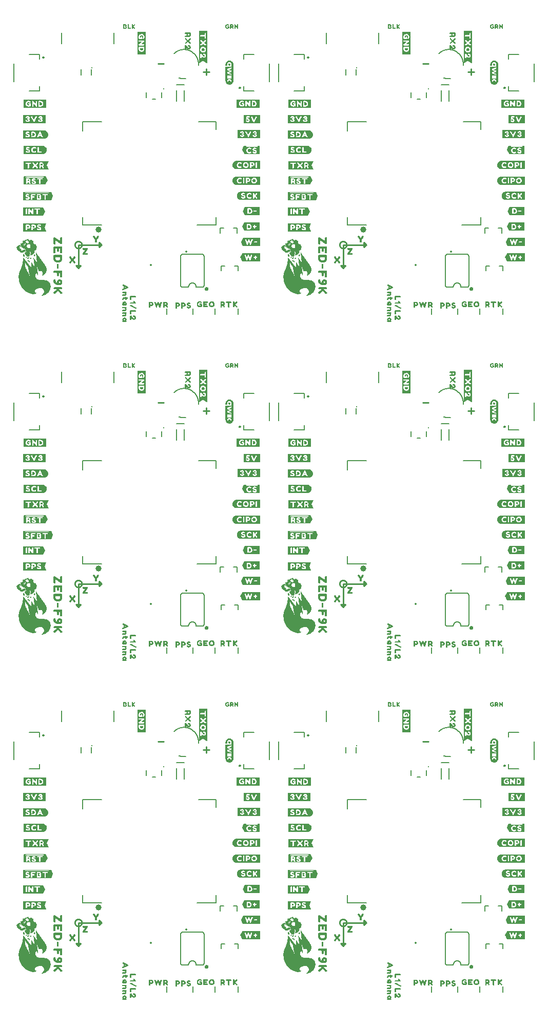
<source format=gto>
G04 EAGLE Gerber RS-274X export*
G75*
%MOMM*%
%FSLAX34Y34*%
%LPD*%
%INSilkscreen Top*%
%IPPOS*%
%AMOC8*
5,1,8,0,0,1.08239X$1,22.5*%
G01*
%ADD10C,0.279400*%
%ADD11C,0.254000*%
%ADD12C,0.203200*%
%ADD13C,0.152400*%
%ADD14C,0.254000*%
%ADD15C,0.300000*%
%ADD16C,1.000000*%
%ADD17R,0.030000X0.390000*%
%ADD18R,0.020000X0.620000*%
%ADD19R,0.030000X0.820000*%
%ADD20R,0.020000X0.940000*%
%ADD21R,0.030000X1.070000*%
%ADD22R,0.020000X1.180000*%
%ADD23R,0.030000X1.280000*%
%ADD24R,0.020000X1.360000*%
%ADD25R,0.030000X1.400000*%
%ADD26R,0.020000X1.480000*%
%ADD27R,0.030000X1.550000*%
%ADD28R,0.020000X1.610000*%
%ADD29R,0.020000X1.680000*%
%ADD30R,0.030000X1.730000*%
%ADD31R,0.020000X1.780000*%
%ADD32R,0.030000X1.830000*%
%ADD33R,0.020000X1.880000*%
%ADD34R,0.030000X1.900000*%
%ADD35R,0.020000X1.960000*%
%ADD36R,0.030000X1.980000*%
%ADD37R,0.020000X2.020000*%
%ADD38R,0.030000X2.050000*%
%ADD39R,0.020000X2.090000*%
%ADD40R,0.030000X2.120000*%
%ADD41R,0.020000X2.150000*%
%ADD42R,0.030000X2.170000*%
%ADD43R,0.020000X0.270000*%
%ADD44R,0.020000X2.190000*%
%ADD45R,0.030000X0.520000*%
%ADD46R,0.030000X2.220000*%
%ADD47R,0.020000X0.640000*%
%ADD48R,0.020000X2.240000*%
%ADD49R,0.020000X0.790000*%
%ADD50R,0.020000X2.270000*%
%ADD51R,0.030000X0.910000*%
%ADD52R,0.030000X2.300000*%
%ADD53R,0.020000X1.010000*%
%ADD54R,0.020000X2.320000*%
%ADD55R,0.030000X1.080000*%
%ADD56R,0.030000X2.340000*%
%ADD57R,0.020000X1.160000*%
%ADD58R,0.020000X2.370000*%
%ADD59R,0.030000X1.240000*%
%ADD60R,0.030000X2.370000*%
%ADD61R,0.020000X1.310000*%
%ADD62R,0.020000X2.400000*%
%ADD63R,0.030000X1.380000*%
%ADD64R,0.030000X2.420000*%
%ADD65R,0.020000X1.430000*%
%ADD66R,0.020000X2.420000*%
%ADD67R,0.030000X1.510000*%
%ADD68R,0.030000X2.450000*%
%ADD69R,0.020000X1.550000*%
%ADD70R,0.020000X2.450000*%
%ADD71R,0.030000X1.630000*%
%ADD72R,0.030000X2.470000*%
%ADD73R,0.020000X2.470000*%
%ADD74R,0.030000X0.420000*%
%ADD75R,0.020000X1.800000*%
%ADD76R,0.020000X1.660000*%
%ADD77R,0.020000X0.370000*%
%ADD78R,0.030000X1.850000*%
%ADD79R,0.030000X1.610000*%
%ADD80R,0.030000X0.300000*%
%ADD81R,0.020000X1.920000*%
%ADD82R,0.020000X1.560000*%
%ADD83R,0.020000X0.280000*%
%ADD84R,0.020000X1.950000*%
%ADD85R,0.020000X0.250000*%
%ADD86R,0.030000X2.000000*%
%ADD87R,0.030000X1.530000*%
%ADD88R,0.030000X0.200000*%
%ADD89R,0.020000X2.070000*%
%ADD90R,0.020000X1.500000*%
%ADD91R,0.020000X0.170000*%
%ADD92R,0.030000X2.100000*%
%ADD93R,0.030000X1.480000*%
%ADD94R,0.030000X0.150000*%
%ADD95R,0.020000X1.710000*%
%ADD96R,0.020000X0.230000*%
%ADD97R,0.020000X1.450000*%
%ADD98R,0.020000X0.140000*%
%ADD99R,0.030000X1.650000*%
%ADD100R,0.030000X0.120000*%
%ADD101R,0.030000X1.450000*%
%ADD102R,0.020000X1.650000*%
%ADD103R,0.020000X0.050000*%
%ADD104R,0.020000X0.090000*%
%ADD105R,0.030000X1.660000*%
%ADD106R,0.030000X1.430000*%
%ADD107R,0.030000X0.070000*%
%ADD108R,0.020000X1.400000*%
%ADD109R,0.020000X0.070000*%
%ADD110R,0.030000X1.700000*%
%ADD111R,0.030000X0.050000*%
%ADD112R,0.020000X1.700000*%
%ADD113R,0.020000X1.380000*%
%ADD114R,0.020000X0.030000*%
%ADD115R,0.030000X1.720000*%
%ADD116R,0.020000X1.750000*%
%ADD117R,0.030000X1.750000*%
%ADD118R,0.020000X1.830000*%
%ADD119R,0.030000X1.860000*%
%ADD120R,0.030000X1.360000*%
%ADD121R,0.030000X1.910000*%
%ADD122R,0.030000X1.390000*%
%ADD123R,0.020000X1.390000*%
%ADD124R,0.020000X2.030000*%
%ADD125R,0.020000X2.080000*%
%ADD126R,0.030000X2.130000*%
%ADD127R,0.030000X2.180000*%
%ADD128R,0.020000X2.230000*%
%ADD129R,0.030000X2.250000*%
%ADD130R,0.030000X2.330000*%
%ADD131R,0.020000X2.300000*%
%ADD132R,0.020000X1.410000*%
%ADD133R,0.030000X2.270000*%
%ADD134R,0.020000X2.170000*%
%ADD135R,0.020000X1.460000*%
%ADD136R,0.030000X0.030000*%
%ADD137R,0.020000X0.150000*%
%ADD138R,0.030000X0.270000*%
%ADD139R,0.030000X1.500000*%
%ADD140R,0.020000X2.100000*%
%ADD141R,0.020000X0.420000*%
%ADD142R,0.030000X2.080000*%
%ADD143R,0.030000X0.540000*%
%ADD144R,0.020000X0.560000*%
%ADD145R,0.020000X0.690000*%
%ADD146R,0.030000X1.160000*%
%ADD147R,0.030000X0.770000*%
%ADD148R,0.030000X1.580000*%
%ADD149R,0.020000X0.980000*%
%ADD150R,0.020000X0.550000*%
%ADD151R,0.020000X0.890000*%
%ADD152R,0.020000X1.630000*%
%ADD153R,0.030000X0.840000*%
%ADD154R,0.030000X1.040000*%
%ADD155R,0.020000X1.730000*%
%ADD156R,0.030000X0.350000*%
%ADD157R,0.020000X0.220000*%
%ADD158R,0.020000X1.900000*%
%ADD159R,0.020000X1.770000*%
%ADD160R,0.030000X0.690000*%
%ADD161R,0.030000X0.080000*%
%ADD162R,0.030000X1.800000*%
%ADD163R,0.020000X0.760000*%
%ADD164R,0.020000X2.040000*%
%ADD165R,0.030000X1.920000*%
%ADD166R,0.030000X0.090000*%
%ADD167R,0.020000X0.910000*%
%ADD168R,0.020000X2.000000*%
%ADD169R,0.020000X0.960000*%
%ADD170R,0.020000X4.810000*%
%ADD171R,0.020000X0.200000*%
%ADD172R,0.030000X0.990000*%
%ADD173R,0.030000X4.890000*%
%ADD174R,0.030000X0.220000*%
%ADD175R,0.020000X0.990000*%
%ADD176R,0.020000X4.940000*%
%ADD177R,0.030000X1.010000*%
%ADD178R,0.030000X3.730000*%
%ADD179R,0.030000X0.320000*%
%ADD180R,0.020000X1.040000*%
%ADD181R,0.020000X3.800000*%
%ADD182R,0.020000X0.390000*%
%ADD183R,0.030000X1.090000*%
%ADD184R,0.030000X0.250000*%
%ADD185R,0.030000X0.870000*%
%ADD186R,0.030000X4.370000*%
%ADD187R,0.020000X0.120000*%
%ADD188R,0.020000X0.750000*%
%ADD189R,0.020000X4.420000*%
%ADD190R,0.030000X0.590000*%
%ADD191R,0.030000X4.470000*%
%ADD192R,0.020000X0.100000*%
%ADD193R,0.020000X0.490000*%
%ADD194R,0.020000X4.490000*%
%ADD195R,0.020000X4.540000*%
%ADD196R,0.030000X1.600000*%
%ADD197R,0.030000X0.240000*%
%ADD198R,0.030000X4.560000*%
%ADD199R,0.020000X4.610000*%
%ADD200R,0.030000X4.660000*%
%ADD201R,0.020000X4.690000*%
%ADD202R,0.030000X4.740000*%
%ADD203R,0.020000X4.790000*%
%ADD204R,0.030000X2.240000*%
%ADD205R,0.030000X4.810000*%
%ADD206R,0.020000X4.860000*%
%ADD207R,0.030000X4.910000*%
%ADD208R,0.020000X4.930000*%
%ADD209R,0.030000X4.980000*%
%ADD210R,0.020000X2.340000*%
%ADD211R,0.020000X5.030000*%
%ADD212R,0.030000X5.060000*%
%ADD213R,0.020000X5.090000*%
%ADD214R,0.030000X4.220000*%
%ADD215R,0.020000X0.080000*%
%ADD216R,0.020000X4.220000*%
%ADD217R,0.020000X2.490000*%
%ADD218R,0.020000X4.270000*%
%ADD219R,0.030000X2.490000*%
%ADD220R,0.030000X0.180000*%
%ADD221R,0.030000X4.270000*%
%ADD222R,0.020000X4.290000*%
%ADD223R,0.030000X4.320000*%
%ADD224R,0.020000X0.130000*%
%ADD225R,0.020000X4.370000*%
%ADD226R,0.030000X1.680000*%
%ADD227R,0.030000X0.100000*%
%ADD228R,0.020000X0.840000*%
%ADD229R,0.020000X4.400000*%
%ADD230R,0.030000X0.570000*%
%ADD231R,0.030000X4.420000*%
%ADD232R,0.020000X0.570000*%
%ADD233R,0.020000X0.020000*%
%ADD234R,0.020000X4.470000*%
%ADD235R,0.030000X0.670000*%
%ADD236R,0.030000X4.460000*%
%ADD237R,0.020000X0.590000*%
%ADD238R,0.020000X2.760000*%
%ADD239R,0.030000X0.600000*%
%ADD240R,0.030000X0.620000*%
%ADD241R,0.030000X0.340000*%
%ADD242R,0.030000X2.790000*%
%ADD243R,0.020000X0.600000*%
%ADD244R,0.020000X0.450000*%
%ADD245R,0.020000X2.810000*%
%ADD246R,0.030000X1.310000*%
%ADD247R,0.030000X2.890000*%
%ADD248R,0.020000X1.240000*%
%ADD249R,0.020000X1.210000*%
%ADD250R,0.020000X2.910000*%
%ADD251R,0.020000X1.290000*%
%ADD252R,0.020000X1.130000*%
%ADD253R,0.020000X2.970000*%
%ADD254R,0.030000X1.290000*%
%ADD255R,0.030000X1.020000*%
%ADD256R,0.030000X3.020000*%
%ADD257R,0.020000X3.040000*%
%ADD258R,0.030000X0.170000*%
%ADD259R,0.030000X0.190000*%
%ADD260R,0.030000X0.790000*%
%ADD261R,0.030000X3.090000*%
%ADD262R,0.020000X0.720000*%
%ADD263R,0.020000X3.120000*%
%ADD264R,0.030000X1.330000*%
%ADD265R,0.030000X3.160000*%
%ADD266R,0.020000X0.180000*%
%ADD267R,0.020000X0.510000*%
%ADD268R,0.020000X3.180000*%
%ADD269R,0.030000X0.510000*%
%ADD270R,0.030000X3.230000*%
%ADD271R,0.020000X0.240000*%
%ADD272R,0.020000X0.520000*%
%ADD273R,0.020000X3.260000*%
%ADD274R,0.030000X1.410000*%
%ADD275R,0.030000X0.130000*%
%ADD276R,0.030000X0.490000*%
%ADD277R,0.030000X3.310000*%
%ADD278R,0.020000X1.440000*%
%ADD279R,0.020000X0.500000*%
%ADD280R,0.020000X3.330000*%
%ADD281R,0.030000X1.460000*%
%ADD282R,0.030000X3.380000*%
%ADD283R,0.020000X1.490000*%
%ADD284R,0.020000X3.410000*%
%ADD285R,0.030000X0.500000*%
%ADD286R,0.030000X3.460000*%
%ADD287R,0.020000X0.290000*%
%ADD288R,0.020000X0.470000*%
%ADD289R,0.020000X3.510000*%
%ADD290R,0.030000X3.500000*%
%ADD291R,0.020000X1.530000*%
%ADD292R,0.020000X3.530000*%
%ADD293R,0.020000X3.580000*%
%ADD294R,0.030000X1.340000*%
%ADD295R,0.030000X0.450000*%
%ADD296R,0.030000X3.630000*%
%ADD297R,0.020000X1.330000*%
%ADD298R,0.020000X0.460000*%
%ADD299R,0.020000X3.660000*%
%ADD300R,0.030000X0.470000*%
%ADD301R,0.030000X3.650000*%
%ADD302R,0.020000X1.260000*%
%ADD303R,0.020000X0.440000*%
%ADD304R,0.020000X3.680000*%
%ADD305R,0.030000X1.030000*%
%ADD306R,0.030000X0.370000*%
%ADD307R,0.020000X0.930000*%
%ADD308R,0.020000X0.340000*%
%ADD309R,0.020000X3.750000*%
%ADD310R,0.030000X0.830000*%
%ADD311R,0.030000X3.780000*%
%ADD312R,0.020000X0.770000*%
%ADD313R,0.020000X3.830000*%
%ADD314R,0.030000X0.230000*%
%ADD315R,0.030000X3.850000*%
%ADD316R,0.020000X0.400000*%
%ADD317R,0.020000X3.880000*%
%ADD318R,0.030000X0.020000*%
%ADD319R,0.030000X0.280000*%
%ADD320R,0.030000X3.910000*%
%ADD321R,0.020000X0.040000*%
%ADD322R,0.030000X0.040000*%
%ADD323R,0.030000X5.090000*%
%ADD324R,0.020000X5.110000*%
%ADD325R,0.030000X0.440000*%
%ADD326R,0.030000X5.110000*%
%ADD327R,0.020000X0.330000*%
%ADD328R,0.030000X5.140000*%
%ADD329R,0.020000X5.130000*%
%ADD330R,0.030000X1.180000*%
%ADD331R,0.030000X0.290000*%
%ADD332R,0.020000X0.300000*%
%ADD333R,0.020000X4.890000*%
%ADD334R,0.030000X4.440000*%
%ADD335R,0.030000X0.640000*%
%ADD336R,0.030000X4.050000*%
%ADD337R,0.020000X0.320000*%
%ADD338R,0.020000X3.900000*%
%ADD339R,0.030000X3.760000*%
%ADD340R,0.020000X3.630000*%
%ADD341R,0.030000X3.530000*%
%ADD342R,0.020000X3.440000*%
%ADD343R,0.020000X3.310000*%
%ADD344R,0.030000X3.210000*%
%ADD345R,0.020000X3.090000*%
%ADD346R,0.030000X3.010000*%
%ADD347R,0.020000X2.880000*%
%ADD348R,0.020000X0.350000*%
%ADD349R,0.020000X2.670000*%
%ADD350R,0.030000X2.590000*%
%ADD351R,0.020000X2.220000*%
%ADD352R,0.030000X2.090000*%
%ADD353R,0.020000X1.230000*%
%ADD354R,0.020000X0.660000*%
%ADD355R,0.120000X0.040000*%
%ADD356R,0.200000X0.040000*%
%ADD357R,0.240000X0.040000*%
%ADD358R,0.280000X0.040000*%
%ADD359R,0.320000X0.040000*%
%ADD360R,0.360000X0.040000*%
%ADD361R,0.680000X0.040000*%
%ADD362R,0.600000X0.040000*%
%ADD363R,0.520000X0.040000*%
%ADD364R,0.440000X0.040000*%
%ADD365R,0.560000X0.040000*%
%ADD366R,0.640000X0.040000*%
%ADD367R,0.720000X0.040000*%
%ADD368R,0.160000X0.040000*%
%ADD369R,0.080000X0.040000*%
%ADD370R,0.400000X0.040000*%
%ADD371R,0.800000X0.040000*%
%ADD372R,0.840000X0.040000*%
%ADD373R,0.760000X0.040000*%
%ADD374C,0.357769*%

G36*
X747494Y1552160D02*
X747494Y1552160D01*
X747502Y1552156D01*
X753502Y1555156D01*
X754080Y1555445D01*
X760758Y1552156D01*
X760817Y1552167D01*
X760814Y1552183D01*
X760828Y1552190D01*
X760928Y1552690D01*
X760925Y1552697D01*
X760929Y1552700D01*
X760929Y1604900D01*
X760926Y1604905D01*
X760929Y1604908D01*
X760829Y1605508D01*
X760785Y1605549D01*
X760783Y1605546D01*
X760780Y1605549D01*
X747880Y1605549D01*
X747875Y1605546D01*
X747872Y1605549D01*
X747272Y1605449D01*
X747231Y1605405D01*
X747233Y1605404D01*
X747233Y1605403D01*
X747234Y1605402D01*
X747231Y1605400D01*
X747231Y1552600D01*
X747240Y1552587D01*
X747236Y1552578D01*
X747436Y1552178D01*
X747489Y1552152D01*
X747494Y1552160D01*
G37*
G36*
X310614Y1552160D02*
X310614Y1552160D01*
X310622Y1552156D01*
X316622Y1555156D01*
X317200Y1555445D01*
X323878Y1552156D01*
X323937Y1552167D01*
X323934Y1552183D01*
X323948Y1552190D01*
X324048Y1552690D01*
X324045Y1552697D01*
X324049Y1552700D01*
X324049Y1604900D01*
X324046Y1604905D01*
X324049Y1604908D01*
X323949Y1605508D01*
X323905Y1605549D01*
X323903Y1605546D01*
X323900Y1605549D01*
X311000Y1605549D01*
X310995Y1605546D01*
X310992Y1605549D01*
X310392Y1605449D01*
X310351Y1605405D01*
X310353Y1605404D01*
X310353Y1605403D01*
X310354Y1605402D01*
X310351Y1605400D01*
X310351Y1552600D01*
X310360Y1552587D01*
X310356Y1552578D01*
X310556Y1552178D01*
X310609Y1552152D01*
X310614Y1552160D01*
G37*
G36*
X747494Y434560D02*
X747494Y434560D01*
X747502Y434556D01*
X753502Y437556D01*
X754080Y437845D01*
X760758Y434556D01*
X760817Y434567D01*
X760814Y434583D01*
X760828Y434590D01*
X760928Y435090D01*
X760925Y435097D01*
X760929Y435100D01*
X760929Y487300D01*
X760926Y487305D01*
X760929Y487308D01*
X760829Y487908D01*
X760785Y487949D01*
X760783Y487946D01*
X760780Y487949D01*
X747880Y487949D01*
X747875Y487946D01*
X747872Y487949D01*
X747272Y487849D01*
X747231Y487805D01*
X747233Y487804D01*
X747233Y487803D01*
X747234Y487802D01*
X747231Y487800D01*
X747231Y435000D01*
X747240Y434987D01*
X747236Y434978D01*
X747436Y434578D01*
X747489Y434552D01*
X747494Y434560D01*
G37*
G36*
X310614Y993360D02*
X310614Y993360D01*
X310622Y993356D01*
X316622Y996356D01*
X317200Y996645D01*
X323878Y993356D01*
X323937Y993367D01*
X323934Y993383D01*
X323948Y993390D01*
X324048Y993890D01*
X324045Y993897D01*
X324049Y993900D01*
X324049Y1046100D01*
X324046Y1046105D01*
X324049Y1046108D01*
X323949Y1046708D01*
X323905Y1046749D01*
X323903Y1046746D01*
X323900Y1046749D01*
X311000Y1046749D01*
X310995Y1046746D01*
X310992Y1046749D01*
X310392Y1046649D01*
X310351Y1046605D01*
X310353Y1046604D01*
X310353Y1046603D01*
X310354Y1046602D01*
X310351Y1046600D01*
X310351Y993800D01*
X310360Y993787D01*
X310356Y993778D01*
X310556Y993378D01*
X310609Y993352D01*
X310614Y993360D01*
G37*
G36*
X747494Y993360D02*
X747494Y993360D01*
X747502Y993356D01*
X753502Y996356D01*
X754080Y996645D01*
X760758Y993356D01*
X760817Y993367D01*
X760814Y993383D01*
X760828Y993390D01*
X760928Y993890D01*
X760925Y993897D01*
X760929Y993900D01*
X760929Y1046100D01*
X760926Y1046105D01*
X760929Y1046108D01*
X760829Y1046708D01*
X760785Y1046749D01*
X760783Y1046746D01*
X760780Y1046749D01*
X747880Y1046749D01*
X747875Y1046746D01*
X747872Y1046749D01*
X747272Y1046649D01*
X747231Y1046605D01*
X747233Y1046604D01*
X747233Y1046603D01*
X747234Y1046602D01*
X747231Y1046600D01*
X747231Y993800D01*
X747240Y993787D01*
X747236Y993778D01*
X747436Y993378D01*
X747489Y993352D01*
X747494Y993360D01*
G37*
G36*
X310614Y434560D02*
X310614Y434560D01*
X310622Y434556D01*
X316622Y437556D01*
X317200Y437845D01*
X323878Y434556D01*
X323937Y434567D01*
X323934Y434583D01*
X323948Y434590D01*
X324048Y435090D01*
X324045Y435097D01*
X324049Y435100D01*
X324049Y487300D01*
X324046Y487305D01*
X324049Y487308D01*
X323949Y487908D01*
X323905Y487949D01*
X323903Y487946D01*
X323900Y487949D01*
X311000Y487949D01*
X310995Y487946D01*
X310992Y487949D01*
X310392Y487849D01*
X310351Y487805D01*
X310353Y487804D01*
X310353Y487803D01*
X310354Y487802D01*
X310351Y487800D01*
X310351Y435000D01*
X310360Y434987D01*
X310356Y434978D01*
X310556Y434578D01*
X310609Y434552D01*
X310614Y434560D01*
G37*
G36*
X65804Y767454D02*
X65804Y767454D01*
X65807Y767451D01*
X66507Y767551D01*
X66531Y767576D01*
X66544Y767578D01*
X69844Y774178D01*
X69843Y774182D01*
X69846Y774185D01*
X69842Y774191D01*
X69838Y774210D01*
X69844Y774222D01*
X69544Y774822D01*
X66544Y780922D01*
X66520Y780934D01*
X66516Y780947D01*
X65916Y781147D01*
X65905Y781143D01*
X65900Y781149D01*
X24000Y781149D01*
X23994Y781145D01*
X23987Y781148D01*
X23983Y781136D01*
X23953Y781113D01*
X23957Y781107D01*
X23957Y781106D01*
X23958Y781105D01*
X23956Y781104D01*
X23942Y781126D01*
X23908Y781139D01*
X23900Y781149D01*
X20700Y781149D01*
X20653Y781113D01*
X20655Y781110D01*
X20651Y781108D01*
X20551Y780508D01*
X20554Y780503D01*
X20551Y780500D01*
X20551Y767700D01*
X20580Y767662D01*
X20582Y767654D01*
X21082Y767454D01*
X21095Y767458D01*
X21100Y767451D01*
X65800Y767451D01*
X65804Y767454D01*
G37*
G36*
X502684Y1326254D02*
X502684Y1326254D01*
X502687Y1326251D01*
X503387Y1326351D01*
X503411Y1326376D01*
X503424Y1326378D01*
X506724Y1332978D01*
X506723Y1332982D01*
X506726Y1332985D01*
X506722Y1332991D01*
X506718Y1333010D01*
X506724Y1333022D01*
X506424Y1333622D01*
X503424Y1339722D01*
X503400Y1339734D01*
X503396Y1339747D01*
X502796Y1339947D01*
X502785Y1339943D01*
X502780Y1339949D01*
X460880Y1339949D01*
X460874Y1339945D01*
X460867Y1339948D01*
X460863Y1339936D01*
X460833Y1339913D01*
X460837Y1339907D01*
X460837Y1339906D01*
X460838Y1339905D01*
X460836Y1339904D01*
X460822Y1339926D01*
X460788Y1339939D01*
X460780Y1339949D01*
X457580Y1339949D01*
X457533Y1339913D01*
X457535Y1339910D01*
X457531Y1339908D01*
X457431Y1339308D01*
X457434Y1339303D01*
X457431Y1339300D01*
X457431Y1326500D01*
X457460Y1326462D01*
X457462Y1326454D01*
X457962Y1326254D01*
X457975Y1326258D01*
X457980Y1326251D01*
X502680Y1326251D01*
X502684Y1326254D01*
G37*
G36*
X502684Y767454D02*
X502684Y767454D01*
X502687Y767451D01*
X503387Y767551D01*
X503411Y767576D01*
X503424Y767578D01*
X506724Y774178D01*
X506723Y774182D01*
X506726Y774185D01*
X506722Y774191D01*
X506718Y774210D01*
X506724Y774222D01*
X506424Y774822D01*
X503424Y780922D01*
X503400Y780934D01*
X503396Y780947D01*
X502796Y781147D01*
X502785Y781143D01*
X502780Y781149D01*
X460880Y781149D01*
X460874Y781145D01*
X460867Y781148D01*
X460863Y781136D01*
X460833Y781113D01*
X460837Y781107D01*
X460837Y781106D01*
X460838Y781105D01*
X460836Y781104D01*
X460822Y781126D01*
X460788Y781139D01*
X460780Y781149D01*
X457580Y781149D01*
X457533Y781113D01*
X457535Y781110D01*
X457531Y781108D01*
X457431Y780508D01*
X457434Y780503D01*
X457431Y780500D01*
X457431Y767700D01*
X457460Y767662D01*
X457462Y767654D01*
X457962Y767454D01*
X457975Y767458D01*
X457980Y767451D01*
X502680Y767451D01*
X502684Y767454D01*
G37*
G36*
X65804Y1326254D02*
X65804Y1326254D01*
X65807Y1326251D01*
X66507Y1326351D01*
X66531Y1326376D01*
X66544Y1326378D01*
X69844Y1332978D01*
X69843Y1332982D01*
X69846Y1332985D01*
X69842Y1332991D01*
X69838Y1333010D01*
X69844Y1333022D01*
X69544Y1333622D01*
X66544Y1339722D01*
X66520Y1339734D01*
X66516Y1339747D01*
X65916Y1339947D01*
X65905Y1339943D01*
X65900Y1339949D01*
X24000Y1339949D01*
X23994Y1339945D01*
X23987Y1339948D01*
X23983Y1339936D01*
X23953Y1339913D01*
X23957Y1339907D01*
X23957Y1339906D01*
X23958Y1339905D01*
X23956Y1339904D01*
X23942Y1339926D01*
X23908Y1339939D01*
X23900Y1339949D01*
X20700Y1339949D01*
X20653Y1339913D01*
X20655Y1339910D01*
X20651Y1339908D01*
X20551Y1339308D01*
X20554Y1339303D01*
X20551Y1339300D01*
X20551Y1326500D01*
X20580Y1326462D01*
X20582Y1326454D01*
X21082Y1326254D01*
X21095Y1326258D01*
X21100Y1326251D01*
X65800Y1326251D01*
X65804Y1326254D01*
G37*
G36*
X502684Y208654D02*
X502684Y208654D01*
X502687Y208651D01*
X503387Y208751D01*
X503411Y208776D01*
X503424Y208778D01*
X506724Y215378D01*
X506723Y215382D01*
X506726Y215385D01*
X506722Y215391D01*
X506718Y215410D01*
X506724Y215422D01*
X506424Y216022D01*
X503424Y222122D01*
X503400Y222134D01*
X503396Y222147D01*
X502796Y222347D01*
X502785Y222343D01*
X502780Y222349D01*
X460880Y222349D01*
X460874Y222345D01*
X460867Y222348D01*
X460863Y222336D01*
X460833Y222313D01*
X460837Y222307D01*
X460837Y222306D01*
X460838Y222305D01*
X460836Y222304D01*
X460822Y222326D01*
X460788Y222339D01*
X460780Y222349D01*
X457580Y222349D01*
X457533Y222313D01*
X457535Y222310D01*
X457531Y222308D01*
X457431Y221708D01*
X457434Y221703D01*
X457431Y221700D01*
X457431Y208900D01*
X457460Y208862D01*
X457462Y208854D01*
X457962Y208654D01*
X457975Y208658D01*
X457980Y208651D01*
X502680Y208651D01*
X502684Y208654D01*
G37*
G36*
X65804Y208654D02*
X65804Y208654D01*
X65807Y208651D01*
X66507Y208751D01*
X66531Y208776D01*
X66544Y208778D01*
X69844Y215378D01*
X69843Y215382D01*
X69846Y215385D01*
X69842Y215391D01*
X69838Y215410D01*
X69844Y215422D01*
X69544Y216022D01*
X66544Y222122D01*
X66520Y222134D01*
X66516Y222147D01*
X65916Y222347D01*
X65905Y222343D01*
X65900Y222349D01*
X24000Y222349D01*
X23994Y222345D01*
X23987Y222348D01*
X23983Y222336D01*
X23953Y222313D01*
X23957Y222307D01*
X23957Y222306D01*
X23958Y222305D01*
X23956Y222304D01*
X23942Y222326D01*
X23908Y222339D01*
X23900Y222349D01*
X20700Y222349D01*
X20653Y222313D01*
X20655Y222310D01*
X20651Y222308D01*
X20551Y221708D01*
X20554Y221703D01*
X20551Y221700D01*
X20551Y208900D01*
X20580Y208862D01*
X20582Y208854D01*
X21082Y208654D01*
X21095Y208658D01*
X21100Y208651D01*
X65800Y208651D01*
X65804Y208654D01*
G37*
G36*
X410911Y1377359D02*
X410911Y1377359D01*
X410918Y1377354D01*
X411418Y1377554D01*
X411433Y1377578D01*
X411440Y1377584D01*
X411438Y1377587D01*
X411443Y1377595D01*
X411449Y1377600D01*
X411449Y1390500D01*
X411441Y1390511D01*
X411446Y1390518D01*
X411246Y1391018D01*
X411205Y1391043D01*
X411200Y1391049D01*
X372600Y1391049D01*
X372595Y1391046D01*
X372592Y1391049D01*
X371996Y1390949D01*
X371300Y1390949D01*
X371293Y1390944D01*
X371291Y1390944D01*
X371286Y1390947D01*
X370586Y1390747D01*
X370585Y1390746D01*
X370584Y1390747D01*
X369984Y1390547D01*
X369981Y1390542D01*
X369978Y1390544D01*
X369378Y1390244D01*
X369376Y1390240D01*
X369373Y1390241D01*
X368773Y1389841D01*
X368772Y1389838D01*
X368769Y1389838D01*
X367769Y1389038D01*
X367768Y1389034D01*
X367765Y1389035D01*
X367265Y1388535D01*
X367264Y1388528D01*
X367259Y1388527D01*
X366859Y1387927D01*
X366859Y1387923D01*
X366856Y1387922D01*
X366256Y1386722D01*
X366257Y1386717D01*
X366253Y1386716D01*
X366053Y1386116D01*
X366054Y1386114D01*
X366053Y1386114D01*
X365853Y1385414D01*
X365855Y1385409D01*
X365851Y1385407D01*
X365751Y1384707D01*
X365753Y1384703D01*
X365753Y1384702D01*
X365751Y1384700D01*
X365751Y1384100D01*
X365754Y1384096D01*
X365751Y1384093D01*
X365951Y1382693D01*
X365956Y1382688D01*
X365953Y1382684D01*
X366153Y1382085D01*
X366353Y1381386D01*
X366358Y1381382D01*
X366356Y1381378D01*
X366656Y1380778D01*
X366663Y1380775D01*
X366662Y1380769D01*
X367060Y1380271D01*
X367459Y1379673D01*
X367466Y1379670D01*
X367465Y1379665D01*
X367965Y1379165D01*
X367969Y1379165D01*
X367969Y1379162D01*
X368969Y1378362D01*
X368977Y1378361D01*
X368978Y1378356D01*
X369578Y1378056D01*
X369580Y1378056D01*
X369581Y1378055D01*
X370281Y1377755D01*
X370284Y1377756D01*
X370284Y1377753D01*
X370884Y1377553D01*
X370891Y1377555D01*
X370893Y1377551D01*
X372293Y1377351D01*
X372298Y1377354D01*
X372300Y1377351D01*
X410900Y1377351D01*
X410911Y1377359D01*
G37*
G36*
X410911Y259759D02*
X410911Y259759D01*
X410918Y259754D01*
X411418Y259954D01*
X411433Y259978D01*
X411440Y259984D01*
X411438Y259987D01*
X411443Y259995D01*
X411449Y260000D01*
X411449Y272900D01*
X411441Y272911D01*
X411446Y272918D01*
X411246Y273418D01*
X411205Y273443D01*
X411200Y273449D01*
X372600Y273449D01*
X372595Y273446D01*
X372592Y273449D01*
X371996Y273349D01*
X371300Y273349D01*
X371293Y273344D01*
X371291Y273344D01*
X371286Y273347D01*
X370586Y273147D01*
X370585Y273146D01*
X370584Y273147D01*
X369984Y272947D01*
X369981Y272942D01*
X369978Y272944D01*
X369378Y272644D01*
X369376Y272640D01*
X369373Y272641D01*
X368773Y272241D01*
X368772Y272238D01*
X368769Y272238D01*
X367769Y271438D01*
X367768Y271434D01*
X367765Y271435D01*
X367265Y270935D01*
X367264Y270928D01*
X367259Y270927D01*
X366859Y270327D01*
X366859Y270323D01*
X366856Y270322D01*
X366256Y269122D01*
X366257Y269117D01*
X366253Y269116D01*
X366053Y268516D01*
X366054Y268514D01*
X366053Y268514D01*
X365853Y267814D01*
X365855Y267809D01*
X365851Y267807D01*
X365751Y267107D01*
X365753Y267103D01*
X365753Y267102D01*
X365751Y267100D01*
X365751Y266500D01*
X365754Y266496D01*
X365751Y266493D01*
X365951Y265093D01*
X365956Y265088D01*
X365953Y265084D01*
X366153Y264485D01*
X366353Y263786D01*
X366358Y263782D01*
X366356Y263778D01*
X366656Y263178D01*
X366663Y263175D01*
X366662Y263169D01*
X367060Y262671D01*
X367459Y262073D01*
X367466Y262070D01*
X367465Y262065D01*
X367965Y261565D01*
X367969Y261565D01*
X367969Y261562D01*
X368969Y260762D01*
X368977Y260761D01*
X368978Y260756D01*
X369578Y260456D01*
X369580Y260456D01*
X369581Y260455D01*
X370281Y260155D01*
X370284Y260156D01*
X370284Y260153D01*
X370884Y259953D01*
X370891Y259955D01*
X370893Y259951D01*
X372293Y259751D01*
X372298Y259754D01*
X372300Y259751D01*
X410900Y259751D01*
X410911Y259759D01*
G37*
G36*
X847791Y792859D02*
X847791Y792859D01*
X847798Y792854D01*
X848298Y793054D01*
X848313Y793078D01*
X848320Y793084D01*
X848318Y793087D01*
X848323Y793095D01*
X848329Y793100D01*
X848329Y806000D01*
X848321Y806011D01*
X848326Y806018D01*
X848126Y806518D01*
X848085Y806543D01*
X848080Y806549D01*
X809480Y806549D01*
X809475Y806546D01*
X809472Y806549D01*
X808876Y806449D01*
X808180Y806449D01*
X808173Y806444D01*
X808171Y806444D01*
X808166Y806447D01*
X807466Y806247D01*
X807465Y806246D01*
X807464Y806247D01*
X806864Y806047D01*
X806861Y806042D01*
X806858Y806044D01*
X806258Y805744D01*
X806256Y805740D01*
X806253Y805741D01*
X805653Y805341D01*
X805652Y805338D01*
X805649Y805338D01*
X804649Y804538D01*
X804648Y804534D01*
X804645Y804535D01*
X804145Y804035D01*
X804144Y804028D01*
X804139Y804027D01*
X803739Y803427D01*
X803739Y803423D01*
X803736Y803422D01*
X803136Y802222D01*
X803137Y802217D01*
X803133Y802216D01*
X802933Y801616D01*
X802934Y801614D01*
X802933Y801614D01*
X802733Y800914D01*
X802735Y800909D01*
X802731Y800907D01*
X802631Y800207D01*
X802633Y800203D01*
X802633Y800202D01*
X802631Y800200D01*
X802631Y799600D01*
X802634Y799596D01*
X802631Y799593D01*
X802831Y798193D01*
X802836Y798188D01*
X802833Y798184D01*
X803033Y797585D01*
X803233Y796886D01*
X803238Y796882D01*
X803236Y796878D01*
X803536Y796278D01*
X803543Y796275D01*
X803542Y796269D01*
X803940Y795771D01*
X804339Y795173D01*
X804346Y795170D01*
X804345Y795165D01*
X804845Y794665D01*
X804849Y794665D01*
X804849Y794662D01*
X805849Y793862D01*
X805857Y793861D01*
X805858Y793856D01*
X806458Y793556D01*
X806460Y793556D01*
X806461Y793555D01*
X807161Y793255D01*
X807164Y793256D01*
X807164Y793253D01*
X807764Y793053D01*
X807771Y793055D01*
X807773Y793051D01*
X809173Y792851D01*
X809178Y792854D01*
X809180Y792851D01*
X847780Y792851D01*
X847791Y792859D01*
G37*
G36*
X847791Y1377359D02*
X847791Y1377359D01*
X847798Y1377354D01*
X848298Y1377554D01*
X848313Y1377578D01*
X848320Y1377584D01*
X848318Y1377587D01*
X848323Y1377595D01*
X848329Y1377600D01*
X848329Y1390500D01*
X848321Y1390511D01*
X848326Y1390518D01*
X848126Y1391018D01*
X848085Y1391043D01*
X848080Y1391049D01*
X809480Y1391049D01*
X809475Y1391046D01*
X809472Y1391049D01*
X808876Y1390949D01*
X808180Y1390949D01*
X808173Y1390944D01*
X808171Y1390944D01*
X808166Y1390947D01*
X807466Y1390747D01*
X807465Y1390746D01*
X807464Y1390747D01*
X806864Y1390547D01*
X806861Y1390542D01*
X806858Y1390544D01*
X806258Y1390244D01*
X806256Y1390240D01*
X806253Y1390241D01*
X805653Y1389841D01*
X805652Y1389838D01*
X805649Y1389838D01*
X804649Y1389038D01*
X804648Y1389034D01*
X804645Y1389035D01*
X804145Y1388535D01*
X804144Y1388528D01*
X804139Y1388527D01*
X803739Y1387927D01*
X803739Y1387923D01*
X803736Y1387922D01*
X803136Y1386722D01*
X803137Y1386717D01*
X803133Y1386716D01*
X802933Y1386116D01*
X802934Y1386114D01*
X802933Y1386114D01*
X802733Y1385414D01*
X802735Y1385409D01*
X802731Y1385407D01*
X802631Y1384707D01*
X802633Y1384703D01*
X802633Y1384702D01*
X802631Y1384700D01*
X802631Y1384100D01*
X802634Y1384096D01*
X802631Y1384093D01*
X802831Y1382693D01*
X802836Y1382688D01*
X802833Y1382684D01*
X803033Y1382085D01*
X803233Y1381386D01*
X803238Y1381382D01*
X803236Y1381378D01*
X803536Y1380778D01*
X803543Y1380775D01*
X803542Y1380769D01*
X803940Y1380271D01*
X804339Y1379673D01*
X804346Y1379670D01*
X804345Y1379665D01*
X804845Y1379165D01*
X804849Y1379165D01*
X804849Y1379162D01*
X805849Y1378362D01*
X805857Y1378361D01*
X805858Y1378356D01*
X806458Y1378056D01*
X806460Y1378056D01*
X806461Y1378055D01*
X807161Y1377755D01*
X807164Y1377756D01*
X807164Y1377753D01*
X807764Y1377553D01*
X807771Y1377555D01*
X807773Y1377551D01*
X809173Y1377351D01*
X809178Y1377354D01*
X809180Y1377351D01*
X847780Y1377351D01*
X847791Y1377359D01*
G37*
G36*
X410911Y818559D02*
X410911Y818559D01*
X410918Y818554D01*
X411418Y818754D01*
X411433Y818778D01*
X411440Y818784D01*
X411438Y818787D01*
X411443Y818795D01*
X411449Y818800D01*
X411449Y831700D01*
X411441Y831711D01*
X411446Y831718D01*
X411246Y832218D01*
X411205Y832243D01*
X411200Y832249D01*
X372600Y832249D01*
X372595Y832246D01*
X372592Y832249D01*
X371996Y832149D01*
X371300Y832149D01*
X371293Y832144D01*
X371291Y832144D01*
X371286Y832147D01*
X370586Y831947D01*
X370585Y831946D01*
X370584Y831947D01*
X369984Y831747D01*
X369981Y831742D01*
X369978Y831744D01*
X369378Y831444D01*
X369376Y831440D01*
X369373Y831441D01*
X368773Y831041D01*
X368772Y831038D01*
X368769Y831038D01*
X367769Y830238D01*
X367768Y830234D01*
X367765Y830235D01*
X367265Y829735D01*
X367264Y829728D01*
X367259Y829727D01*
X366859Y829127D01*
X366859Y829123D01*
X366856Y829122D01*
X366256Y827922D01*
X366257Y827917D01*
X366253Y827916D01*
X366053Y827316D01*
X366054Y827314D01*
X366053Y827314D01*
X365853Y826614D01*
X365855Y826609D01*
X365851Y826607D01*
X365751Y825907D01*
X365753Y825903D01*
X365753Y825902D01*
X365751Y825900D01*
X365751Y825300D01*
X365754Y825296D01*
X365751Y825293D01*
X365951Y823893D01*
X365956Y823888D01*
X365953Y823884D01*
X366153Y823285D01*
X366353Y822586D01*
X366358Y822582D01*
X366356Y822578D01*
X366656Y821978D01*
X366663Y821975D01*
X366662Y821969D01*
X367060Y821471D01*
X367459Y820873D01*
X367466Y820870D01*
X367465Y820865D01*
X367965Y820365D01*
X367969Y820365D01*
X367969Y820362D01*
X368969Y819562D01*
X368977Y819561D01*
X368978Y819556D01*
X369578Y819256D01*
X369580Y819256D01*
X369581Y819255D01*
X370281Y818955D01*
X370284Y818956D01*
X370284Y818953D01*
X370884Y818753D01*
X370891Y818755D01*
X370893Y818751D01*
X372293Y818551D01*
X372298Y818554D01*
X372300Y818551D01*
X410900Y818551D01*
X410911Y818559D01*
G37*
G36*
X847791Y818559D02*
X847791Y818559D01*
X847798Y818554D01*
X848298Y818754D01*
X848313Y818778D01*
X848320Y818784D01*
X848318Y818787D01*
X848323Y818795D01*
X848329Y818800D01*
X848329Y831700D01*
X848321Y831711D01*
X848326Y831718D01*
X848126Y832218D01*
X848085Y832243D01*
X848080Y832249D01*
X809480Y832249D01*
X809475Y832246D01*
X809472Y832249D01*
X808876Y832149D01*
X808180Y832149D01*
X808173Y832144D01*
X808171Y832144D01*
X808166Y832147D01*
X807466Y831947D01*
X807465Y831946D01*
X807464Y831947D01*
X806864Y831747D01*
X806861Y831742D01*
X806858Y831744D01*
X806258Y831444D01*
X806256Y831440D01*
X806253Y831441D01*
X805653Y831041D01*
X805652Y831038D01*
X805649Y831038D01*
X804649Y830238D01*
X804648Y830234D01*
X804645Y830235D01*
X804145Y829735D01*
X804144Y829728D01*
X804139Y829727D01*
X803739Y829127D01*
X803739Y829123D01*
X803736Y829122D01*
X803136Y827922D01*
X803137Y827917D01*
X803133Y827916D01*
X802933Y827316D01*
X802934Y827314D01*
X802933Y827314D01*
X802733Y826614D01*
X802735Y826609D01*
X802731Y826607D01*
X802631Y825907D01*
X802633Y825903D01*
X802633Y825902D01*
X802631Y825900D01*
X802631Y825300D01*
X802634Y825296D01*
X802631Y825293D01*
X802831Y823893D01*
X802836Y823888D01*
X802833Y823884D01*
X803033Y823285D01*
X803233Y822586D01*
X803238Y822582D01*
X803236Y822578D01*
X803536Y821978D01*
X803543Y821975D01*
X803542Y821969D01*
X803940Y821471D01*
X804339Y820873D01*
X804346Y820870D01*
X804345Y820865D01*
X804845Y820365D01*
X804849Y820365D01*
X804849Y820362D01*
X805849Y819562D01*
X805857Y819561D01*
X805858Y819556D01*
X806458Y819256D01*
X806460Y819256D01*
X806461Y819255D01*
X807161Y818955D01*
X807164Y818956D01*
X807164Y818953D01*
X807764Y818753D01*
X807771Y818755D01*
X807773Y818751D01*
X809173Y818551D01*
X809178Y818554D01*
X809180Y818551D01*
X847780Y818551D01*
X847791Y818559D01*
G37*
G36*
X847791Y234059D02*
X847791Y234059D01*
X847798Y234054D01*
X848298Y234254D01*
X848313Y234278D01*
X848320Y234284D01*
X848318Y234287D01*
X848323Y234295D01*
X848329Y234300D01*
X848329Y247200D01*
X848321Y247211D01*
X848326Y247218D01*
X848126Y247718D01*
X848085Y247743D01*
X848080Y247749D01*
X809480Y247749D01*
X809475Y247746D01*
X809472Y247749D01*
X808876Y247649D01*
X808180Y247649D01*
X808173Y247644D01*
X808171Y247644D01*
X808166Y247647D01*
X807466Y247447D01*
X807465Y247446D01*
X807464Y247447D01*
X806864Y247247D01*
X806861Y247242D01*
X806858Y247244D01*
X806258Y246944D01*
X806256Y246940D01*
X806253Y246941D01*
X805653Y246541D01*
X805652Y246538D01*
X805649Y246538D01*
X804649Y245738D01*
X804648Y245734D01*
X804645Y245735D01*
X804145Y245235D01*
X804144Y245228D01*
X804139Y245227D01*
X803739Y244627D01*
X803739Y244623D01*
X803736Y244622D01*
X803136Y243422D01*
X803137Y243417D01*
X803133Y243416D01*
X802933Y242816D01*
X802934Y242814D01*
X802933Y242814D01*
X802733Y242114D01*
X802735Y242109D01*
X802731Y242107D01*
X802631Y241407D01*
X802633Y241403D01*
X802633Y241402D01*
X802631Y241400D01*
X802631Y240800D01*
X802634Y240796D01*
X802631Y240793D01*
X802831Y239393D01*
X802836Y239388D01*
X802833Y239384D01*
X803033Y238785D01*
X803233Y238086D01*
X803238Y238082D01*
X803236Y238078D01*
X803536Y237478D01*
X803543Y237475D01*
X803542Y237469D01*
X803940Y236971D01*
X804339Y236373D01*
X804346Y236370D01*
X804345Y236365D01*
X804845Y235865D01*
X804849Y235865D01*
X804849Y235862D01*
X805849Y235062D01*
X805857Y235061D01*
X805858Y235056D01*
X806458Y234756D01*
X806460Y234756D01*
X806461Y234755D01*
X807161Y234455D01*
X807164Y234456D01*
X807164Y234453D01*
X807764Y234253D01*
X807771Y234255D01*
X807773Y234251D01*
X809173Y234051D01*
X809178Y234054D01*
X809180Y234051D01*
X847780Y234051D01*
X847791Y234059D01*
G37*
G36*
X410911Y234059D02*
X410911Y234059D01*
X410918Y234054D01*
X411418Y234254D01*
X411433Y234278D01*
X411440Y234284D01*
X411438Y234287D01*
X411443Y234295D01*
X411449Y234300D01*
X411449Y247200D01*
X411441Y247211D01*
X411446Y247218D01*
X411246Y247718D01*
X411205Y247743D01*
X411200Y247749D01*
X372600Y247749D01*
X372595Y247746D01*
X372592Y247749D01*
X371996Y247649D01*
X371300Y247649D01*
X371293Y247644D01*
X371291Y247644D01*
X371286Y247647D01*
X370586Y247447D01*
X370585Y247446D01*
X370584Y247447D01*
X369984Y247247D01*
X369981Y247242D01*
X369978Y247244D01*
X369378Y246944D01*
X369376Y246940D01*
X369373Y246941D01*
X368773Y246541D01*
X368772Y246538D01*
X368769Y246538D01*
X367769Y245738D01*
X367768Y245734D01*
X367765Y245735D01*
X367265Y245235D01*
X367264Y245228D01*
X367259Y245227D01*
X366859Y244627D01*
X366859Y244623D01*
X366856Y244622D01*
X366256Y243422D01*
X366257Y243417D01*
X366253Y243416D01*
X366053Y242816D01*
X366054Y242814D01*
X366053Y242814D01*
X365853Y242114D01*
X365855Y242109D01*
X365851Y242107D01*
X365751Y241407D01*
X365753Y241403D01*
X365753Y241402D01*
X365751Y241400D01*
X365751Y240800D01*
X365754Y240796D01*
X365751Y240793D01*
X365951Y239393D01*
X365956Y239388D01*
X365953Y239384D01*
X366153Y238785D01*
X366353Y238086D01*
X366358Y238082D01*
X366356Y238078D01*
X366656Y237478D01*
X366663Y237475D01*
X366662Y237469D01*
X367060Y236971D01*
X367459Y236373D01*
X367466Y236370D01*
X367465Y236365D01*
X367965Y235865D01*
X367969Y235865D01*
X367969Y235862D01*
X368969Y235062D01*
X368977Y235061D01*
X368978Y235056D01*
X369578Y234756D01*
X369580Y234756D01*
X369581Y234755D01*
X370281Y234455D01*
X370284Y234456D01*
X370284Y234453D01*
X370884Y234253D01*
X370891Y234255D01*
X370893Y234251D01*
X372293Y234051D01*
X372298Y234054D01*
X372300Y234051D01*
X410900Y234051D01*
X410911Y234059D01*
G37*
G36*
X410911Y792859D02*
X410911Y792859D01*
X410918Y792854D01*
X411418Y793054D01*
X411433Y793078D01*
X411440Y793084D01*
X411438Y793087D01*
X411443Y793095D01*
X411449Y793100D01*
X411449Y806000D01*
X411441Y806011D01*
X411446Y806018D01*
X411246Y806518D01*
X411205Y806543D01*
X411200Y806549D01*
X372600Y806549D01*
X372595Y806546D01*
X372592Y806549D01*
X371996Y806449D01*
X371300Y806449D01*
X371293Y806444D01*
X371291Y806444D01*
X371286Y806447D01*
X370586Y806247D01*
X370585Y806246D01*
X370584Y806247D01*
X369984Y806047D01*
X369981Y806042D01*
X369978Y806044D01*
X369378Y805744D01*
X369376Y805740D01*
X369373Y805741D01*
X368773Y805341D01*
X368772Y805338D01*
X368769Y805338D01*
X367769Y804538D01*
X367768Y804534D01*
X367765Y804535D01*
X367265Y804035D01*
X367264Y804028D01*
X367259Y804027D01*
X366859Y803427D01*
X366859Y803423D01*
X366856Y803422D01*
X366256Y802222D01*
X366257Y802217D01*
X366253Y802216D01*
X366053Y801616D01*
X366054Y801614D01*
X366053Y801614D01*
X365853Y800914D01*
X365855Y800909D01*
X365851Y800907D01*
X365751Y800207D01*
X365753Y800203D01*
X365753Y800202D01*
X365751Y800200D01*
X365751Y799600D01*
X365754Y799596D01*
X365751Y799593D01*
X365951Y798193D01*
X365956Y798188D01*
X365953Y798184D01*
X366153Y797585D01*
X366353Y796886D01*
X366358Y796882D01*
X366356Y796878D01*
X366656Y796278D01*
X366663Y796275D01*
X366662Y796269D01*
X367060Y795771D01*
X367459Y795173D01*
X367466Y795170D01*
X367465Y795165D01*
X367965Y794665D01*
X367969Y794665D01*
X367969Y794662D01*
X368969Y793862D01*
X368977Y793861D01*
X368978Y793856D01*
X369578Y793556D01*
X369580Y793556D01*
X369581Y793555D01*
X370281Y793255D01*
X370284Y793256D01*
X370284Y793253D01*
X370884Y793053D01*
X370891Y793055D01*
X370893Y793051D01*
X372293Y792851D01*
X372298Y792854D01*
X372300Y792851D01*
X410900Y792851D01*
X410911Y792859D01*
G37*
G36*
X410911Y1351659D02*
X410911Y1351659D01*
X410918Y1351654D01*
X411418Y1351854D01*
X411433Y1351878D01*
X411440Y1351884D01*
X411438Y1351887D01*
X411443Y1351895D01*
X411449Y1351900D01*
X411449Y1364800D01*
X411441Y1364811D01*
X411446Y1364818D01*
X411246Y1365318D01*
X411205Y1365343D01*
X411200Y1365349D01*
X372600Y1365349D01*
X372595Y1365346D01*
X372592Y1365349D01*
X371996Y1365249D01*
X371300Y1365249D01*
X371293Y1365244D01*
X371291Y1365244D01*
X371286Y1365247D01*
X370586Y1365047D01*
X370585Y1365046D01*
X370584Y1365047D01*
X369984Y1364847D01*
X369981Y1364842D01*
X369978Y1364844D01*
X369378Y1364544D01*
X369376Y1364540D01*
X369373Y1364541D01*
X368773Y1364141D01*
X368772Y1364138D01*
X368769Y1364138D01*
X367769Y1363338D01*
X367768Y1363334D01*
X367765Y1363335D01*
X367265Y1362835D01*
X367264Y1362828D01*
X367259Y1362827D01*
X366859Y1362227D01*
X366859Y1362223D01*
X366856Y1362222D01*
X366256Y1361022D01*
X366257Y1361017D01*
X366253Y1361016D01*
X366053Y1360416D01*
X366054Y1360414D01*
X366053Y1360414D01*
X365853Y1359714D01*
X365855Y1359709D01*
X365851Y1359707D01*
X365751Y1359007D01*
X365753Y1359003D01*
X365753Y1359002D01*
X365751Y1359000D01*
X365751Y1358400D01*
X365754Y1358396D01*
X365751Y1358393D01*
X365951Y1356993D01*
X365956Y1356988D01*
X365953Y1356984D01*
X366153Y1356385D01*
X366353Y1355686D01*
X366358Y1355682D01*
X366356Y1355678D01*
X366656Y1355078D01*
X366663Y1355075D01*
X366662Y1355069D01*
X367060Y1354571D01*
X367459Y1353973D01*
X367466Y1353970D01*
X367465Y1353965D01*
X367965Y1353465D01*
X367969Y1353465D01*
X367969Y1353462D01*
X368969Y1352662D01*
X368977Y1352661D01*
X368978Y1352656D01*
X369578Y1352356D01*
X369580Y1352356D01*
X369581Y1352355D01*
X370281Y1352055D01*
X370284Y1352056D01*
X370284Y1352053D01*
X370884Y1351853D01*
X370891Y1351855D01*
X370893Y1351851D01*
X372293Y1351651D01*
X372298Y1351654D01*
X372300Y1351651D01*
X410900Y1351651D01*
X410911Y1351659D01*
G37*
G36*
X847791Y1351659D02*
X847791Y1351659D01*
X847798Y1351654D01*
X848298Y1351854D01*
X848313Y1351878D01*
X848320Y1351884D01*
X848318Y1351887D01*
X848323Y1351895D01*
X848329Y1351900D01*
X848329Y1364800D01*
X848321Y1364811D01*
X848326Y1364818D01*
X848126Y1365318D01*
X848085Y1365343D01*
X848080Y1365349D01*
X809480Y1365349D01*
X809475Y1365346D01*
X809472Y1365349D01*
X808876Y1365249D01*
X808180Y1365249D01*
X808173Y1365244D01*
X808171Y1365244D01*
X808166Y1365247D01*
X807466Y1365047D01*
X807465Y1365046D01*
X807464Y1365047D01*
X806864Y1364847D01*
X806861Y1364842D01*
X806858Y1364844D01*
X806258Y1364544D01*
X806256Y1364540D01*
X806253Y1364541D01*
X805653Y1364141D01*
X805652Y1364138D01*
X805649Y1364138D01*
X804649Y1363338D01*
X804648Y1363334D01*
X804645Y1363335D01*
X804145Y1362835D01*
X804144Y1362828D01*
X804139Y1362827D01*
X803739Y1362227D01*
X803739Y1362223D01*
X803736Y1362222D01*
X803136Y1361022D01*
X803137Y1361017D01*
X803133Y1361016D01*
X802933Y1360416D01*
X802934Y1360414D01*
X802933Y1360414D01*
X802733Y1359714D01*
X802735Y1359709D01*
X802731Y1359707D01*
X802631Y1359007D01*
X802633Y1359003D01*
X802633Y1359002D01*
X802631Y1359000D01*
X802631Y1358400D01*
X802634Y1358396D01*
X802631Y1358393D01*
X802831Y1356993D01*
X802836Y1356988D01*
X802833Y1356984D01*
X803033Y1356385D01*
X803233Y1355686D01*
X803238Y1355682D01*
X803236Y1355678D01*
X803536Y1355078D01*
X803543Y1355075D01*
X803542Y1355069D01*
X803940Y1354571D01*
X804339Y1353973D01*
X804346Y1353970D01*
X804345Y1353965D01*
X804845Y1353465D01*
X804849Y1353465D01*
X804849Y1353462D01*
X805849Y1352662D01*
X805857Y1352661D01*
X805858Y1352656D01*
X806458Y1352356D01*
X806460Y1352356D01*
X806461Y1352355D01*
X807161Y1352055D01*
X807164Y1352056D01*
X807164Y1352053D01*
X807764Y1351853D01*
X807771Y1351855D01*
X807773Y1351851D01*
X809173Y1351651D01*
X809178Y1351654D01*
X809180Y1351651D01*
X847780Y1351651D01*
X847791Y1351659D01*
G37*
G36*
X847791Y259759D02*
X847791Y259759D01*
X847798Y259754D01*
X848298Y259954D01*
X848313Y259978D01*
X848320Y259984D01*
X848318Y259987D01*
X848323Y259995D01*
X848329Y260000D01*
X848329Y272900D01*
X848321Y272911D01*
X848326Y272918D01*
X848126Y273418D01*
X848085Y273443D01*
X848080Y273449D01*
X809480Y273449D01*
X809475Y273446D01*
X809472Y273449D01*
X808876Y273349D01*
X808180Y273349D01*
X808173Y273344D01*
X808171Y273344D01*
X808166Y273347D01*
X807466Y273147D01*
X807465Y273146D01*
X807464Y273147D01*
X806864Y272947D01*
X806861Y272942D01*
X806858Y272944D01*
X806258Y272644D01*
X806256Y272640D01*
X806253Y272641D01*
X805653Y272241D01*
X805652Y272238D01*
X805649Y272238D01*
X804649Y271438D01*
X804648Y271434D01*
X804645Y271435D01*
X804145Y270935D01*
X804144Y270928D01*
X804139Y270927D01*
X803739Y270327D01*
X803739Y270323D01*
X803736Y270322D01*
X803136Y269122D01*
X803137Y269117D01*
X803133Y269116D01*
X802933Y268516D01*
X802934Y268514D01*
X802933Y268514D01*
X802733Y267814D01*
X802735Y267809D01*
X802731Y267807D01*
X802631Y267107D01*
X802633Y267103D01*
X802633Y267102D01*
X802631Y267100D01*
X802631Y266500D01*
X802634Y266496D01*
X802631Y266493D01*
X802831Y265093D01*
X802836Y265088D01*
X802833Y265084D01*
X803033Y264485D01*
X803233Y263786D01*
X803238Y263782D01*
X803236Y263778D01*
X803536Y263178D01*
X803543Y263175D01*
X803542Y263169D01*
X803940Y262671D01*
X804339Y262073D01*
X804346Y262070D01*
X804345Y262065D01*
X804845Y261565D01*
X804849Y261565D01*
X804849Y261562D01*
X805849Y260762D01*
X805857Y260761D01*
X805858Y260756D01*
X806458Y260456D01*
X806460Y260456D01*
X806461Y260455D01*
X807161Y260155D01*
X807164Y260156D01*
X807164Y260153D01*
X807764Y259953D01*
X807771Y259955D01*
X807773Y259951D01*
X809173Y259751D01*
X809178Y259754D01*
X809180Y259751D01*
X847780Y259751D01*
X847791Y259759D01*
G37*
G36*
X499401Y259067D02*
X499401Y259067D01*
X499415Y259065D01*
X499715Y259365D01*
X499717Y259377D01*
X499723Y259382D01*
X499718Y259389D01*
X499722Y259420D01*
X499724Y259423D01*
X496627Y265416D01*
X496531Y265992D01*
X499824Y272678D01*
X499824Y272680D01*
X499823Y272683D01*
X499827Y272687D01*
X499821Y272695D01*
X499813Y272737D01*
X499793Y272733D01*
X499780Y272749D01*
X458180Y272749D01*
X458171Y272742D01*
X458162Y272736D01*
X458150Y272739D01*
X457750Y272439D01*
X457745Y272420D01*
X457733Y272411D01*
X457737Y272405D01*
X457731Y272400D01*
X457731Y259500D01*
X457744Y259482D01*
X457741Y259470D01*
X458041Y259070D01*
X458072Y259062D01*
X458080Y259051D01*
X499380Y259051D01*
X499401Y259067D01*
G37*
G36*
X499401Y1376667D02*
X499401Y1376667D01*
X499415Y1376665D01*
X499715Y1376965D01*
X499717Y1376977D01*
X499723Y1376982D01*
X499718Y1376989D01*
X499722Y1377020D01*
X499724Y1377023D01*
X496627Y1383016D01*
X496531Y1383592D01*
X499824Y1390278D01*
X499824Y1390280D01*
X499823Y1390283D01*
X499827Y1390287D01*
X499821Y1390295D01*
X499813Y1390337D01*
X499793Y1390333D01*
X499780Y1390349D01*
X458180Y1390349D01*
X458171Y1390342D01*
X458162Y1390336D01*
X458150Y1390339D01*
X457750Y1390039D01*
X457745Y1390020D01*
X457733Y1390011D01*
X457737Y1390005D01*
X457731Y1390000D01*
X457731Y1377100D01*
X457744Y1377082D01*
X457741Y1377070D01*
X458041Y1376670D01*
X458072Y1376662D01*
X458080Y1376651D01*
X499380Y1376651D01*
X499401Y1376667D01*
G37*
G36*
X62521Y1376667D02*
X62521Y1376667D01*
X62535Y1376665D01*
X62835Y1376965D01*
X62837Y1376977D01*
X62843Y1376982D01*
X62838Y1376989D01*
X62842Y1377020D01*
X62844Y1377023D01*
X59747Y1383016D01*
X59651Y1383592D01*
X62944Y1390278D01*
X62944Y1390280D01*
X62943Y1390283D01*
X62947Y1390287D01*
X62941Y1390295D01*
X62933Y1390337D01*
X62913Y1390333D01*
X62900Y1390349D01*
X21300Y1390349D01*
X21291Y1390342D01*
X21282Y1390336D01*
X21270Y1390339D01*
X20870Y1390039D01*
X20865Y1390020D01*
X20853Y1390011D01*
X20857Y1390005D01*
X20851Y1390000D01*
X20851Y1377100D01*
X20864Y1377082D01*
X20861Y1377070D01*
X21161Y1376670D01*
X21192Y1376662D01*
X21200Y1376651D01*
X62500Y1376651D01*
X62521Y1376667D01*
G37*
G36*
X62521Y259067D02*
X62521Y259067D01*
X62535Y259065D01*
X62835Y259365D01*
X62837Y259377D01*
X62843Y259382D01*
X62838Y259389D01*
X62842Y259420D01*
X62844Y259423D01*
X59747Y265416D01*
X59651Y265992D01*
X62944Y272678D01*
X62944Y272680D01*
X62943Y272683D01*
X62947Y272687D01*
X62941Y272695D01*
X62933Y272737D01*
X62913Y272733D01*
X62900Y272749D01*
X21300Y272749D01*
X21291Y272742D01*
X21282Y272736D01*
X21270Y272739D01*
X20870Y272439D01*
X20865Y272420D01*
X20853Y272411D01*
X20857Y272405D01*
X20851Y272400D01*
X20851Y259500D01*
X20864Y259482D01*
X20861Y259470D01*
X21161Y259070D01*
X21192Y259062D01*
X21200Y259051D01*
X62500Y259051D01*
X62521Y259067D01*
G37*
G36*
X499401Y817867D02*
X499401Y817867D01*
X499415Y817865D01*
X499715Y818165D01*
X499716Y818177D01*
X499723Y818182D01*
X499718Y818189D01*
X499722Y818220D01*
X499724Y818223D01*
X496627Y824216D01*
X496531Y824792D01*
X499824Y831478D01*
X499824Y831480D01*
X499823Y831483D01*
X499827Y831487D01*
X499821Y831495D01*
X499813Y831537D01*
X499793Y831533D01*
X499780Y831549D01*
X458180Y831549D01*
X458171Y831542D01*
X458162Y831536D01*
X458150Y831539D01*
X457750Y831239D01*
X457745Y831220D01*
X457733Y831211D01*
X457737Y831205D01*
X457731Y831200D01*
X457731Y818300D01*
X457744Y818282D01*
X457741Y818270D01*
X458041Y817870D01*
X458072Y817862D01*
X458080Y817851D01*
X499380Y817851D01*
X499401Y817867D01*
G37*
G36*
X62521Y817867D02*
X62521Y817867D01*
X62535Y817865D01*
X62835Y818165D01*
X62836Y818177D01*
X62843Y818182D01*
X62838Y818189D01*
X62842Y818220D01*
X62844Y818223D01*
X59747Y824216D01*
X59651Y824792D01*
X62944Y831478D01*
X62944Y831480D01*
X62943Y831483D01*
X62947Y831487D01*
X62941Y831495D01*
X62933Y831537D01*
X62913Y831533D01*
X62900Y831549D01*
X21300Y831549D01*
X21291Y831542D01*
X21282Y831536D01*
X21270Y831539D01*
X20870Y831239D01*
X20865Y831220D01*
X20853Y831211D01*
X20857Y831205D01*
X20851Y831200D01*
X20851Y818300D01*
X20864Y818282D01*
X20861Y818270D01*
X21161Y817870D01*
X21192Y817862D01*
X21200Y817851D01*
X62500Y817851D01*
X62521Y817867D01*
G37*
G36*
X491784Y868854D02*
X491784Y868854D01*
X491787Y868851D01*
X493187Y869051D01*
X493188Y869052D01*
X493188Y869051D01*
X493788Y869151D01*
X493795Y869159D01*
X493802Y869156D01*
X494401Y869455D01*
X495099Y869755D01*
X495102Y869759D01*
X495105Y869758D01*
X495605Y870058D01*
X495606Y870059D01*
X495607Y870059D01*
X496207Y870459D01*
X496210Y870466D01*
X496215Y870465D01*
X496715Y870965D01*
X496715Y870969D01*
X496718Y870969D01*
X497518Y871969D01*
X497519Y871977D01*
X497524Y871978D01*
X498124Y873178D01*
X498123Y873185D01*
X498127Y873186D01*
X498327Y873885D01*
X498527Y874484D01*
X498525Y874491D01*
X498529Y874493D01*
X498629Y875193D01*
X498626Y875198D01*
X498629Y875200D01*
X498629Y875900D01*
X498626Y875904D01*
X498629Y875907D01*
X498529Y876607D01*
X498528Y876608D01*
X498529Y876608D01*
X498429Y877208D01*
X498425Y877211D01*
X498427Y877214D01*
X498227Y877914D01*
X498226Y877915D01*
X498227Y877916D01*
X498027Y878516D01*
X498022Y878519D01*
X498024Y878522D01*
X497724Y879122D01*
X497720Y879124D01*
X497721Y879127D01*
X497321Y879727D01*
X497318Y879728D01*
X497318Y879731D01*
X496918Y880231D01*
X496914Y880232D01*
X496915Y880235D01*
X496415Y880735D01*
X496411Y880735D01*
X496411Y880738D01*
X495911Y881138D01*
X495907Y881139D01*
X495907Y881141D01*
X495307Y881541D01*
X495303Y881541D01*
X495302Y881544D01*
X494102Y882144D01*
X494097Y882143D01*
X494096Y882147D01*
X493496Y882347D01*
X493491Y882345D01*
X493489Y882345D01*
X493487Y882349D01*
X492087Y882549D01*
X492082Y882546D01*
X492080Y882549D01*
X457880Y882549D01*
X457854Y882530D01*
X457841Y882530D01*
X457541Y882130D01*
X457541Y882118D01*
X457533Y882112D01*
X457538Y882105D01*
X457531Y882100D01*
X457531Y869200D01*
X457550Y869174D01*
X457550Y869161D01*
X457950Y868861D01*
X457972Y868861D01*
X457980Y868851D01*
X491780Y868851D01*
X491784Y868854D01*
G37*
G36*
X54904Y868854D02*
X54904Y868854D01*
X54907Y868851D01*
X56307Y869051D01*
X56308Y869052D01*
X56308Y869051D01*
X56908Y869151D01*
X56915Y869159D01*
X56922Y869156D01*
X57521Y869455D01*
X58219Y869755D01*
X58222Y869759D01*
X58225Y869758D01*
X58725Y870058D01*
X58726Y870059D01*
X58727Y870059D01*
X59327Y870459D01*
X59330Y870466D01*
X59335Y870465D01*
X59835Y870965D01*
X59835Y870969D01*
X59838Y870969D01*
X60638Y871969D01*
X60639Y871977D01*
X60644Y871978D01*
X61244Y873178D01*
X61243Y873185D01*
X61247Y873186D01*
X61447Y873885D01*
X61647Y874484D01*
X61645Y874491D01*
X61649Y874493D01*
X61749Y875193D01*
X61746Y875198D01*
X61749Y875200D01*
X61749Y875900D01*
X61746Y875904D01*
X61749Y875907D01*
X61649Y876607D01*
X61648Y876608D01*
X61649Y876608D01*
X61549Y877208D01*
X61545Y877211D01*
X61547Y877214D01*
X61347Y877914D01*
X61346Y877915D01*
X61347Y877916D01*
X61147Y878516D01*
X61142Y878519D01*
X61144Y878522D01*
X60844Y879122D01*
X60840Y879124D01*
X60841Y879127D01*
X60441Y879727D01*
X60438Y879728D01*
X60438Y879731D01*
X60038Y880231D01*
X60034Y880232D01*
X60035Y880235D01*
X59535Y880735D01*
X59531Y880735D01*
X59531Y880738D01*
X59031Y881138D01*
X59027Y881139D01*
X59027Y881141D01*
X58427Y881541D01*
X58423Y881541D01*
X58422Y881544D01*
X57222Y882144D01*
X57217Y882143D01*
X57216Y882147D01*
X56616Y882347D01*
X56611Y882345D01*
X56609Y882345D01*
X56607Y882349D01*
X55207Y882549D01*
X55202Y882546D01*
X55200Y882549D01*
X21000Y882549D01*
X20974Y882530D01*
X20961Y882530D01*
X20661Y882130D01*
X20661Y882118D01*
X20653Y882112D01*
X20658Y882105D01*
X20651Y882100D01*
X20651Y869200D01*
X20670Y869174D01*
X20670Y869161D01*
X21070Y868861D01*
X21092Y868861D01*
X21100Y868851D01*
X54900Y868851D01*
X54904Y868854D01*
G37*
G36*
X491784Y310054D02*
X491784Y310054D01*
X491787Y310051D01*
X493187Y310251D01*
X493188Y310252D01*
X493188Y310251D01*
X493788Y310351D01*
X493795Y310359D01*
X493802Y310356D01*
X494401Y310655D01*
X495099Y310955D01*
X495102Y310959D01*
X495105Y310958D01*
X495605Y311258D01*
X495606Y311259D01*
X495607Y311259D01*
X496207Y311659D01*
X496210Y311666D01*
X496215Y311665D01*
X496715Y312165D01*
X496715Y312169D01*
X496718Y312169D01*
X497518Y313169D01*
X497519Y313177D01*
X497524Y313178D01*
X498124Y314378D01*
X498123Y314385D01*
X498127Y314386D01*
X498327Y315085D01*
X498527Y315684D01*
X498525Y315691D01*
X498529Y315693D01*
X498629Y316393D01*
X498626Y316398D01*
X498629Y316400D01*
X498629Y317100D01*
X498626Y317104D01*
X498629Y317107D01*
X498529Y317807D01*
X498528Y317808D01*
X498529Y317808D01*
X498429Y318408D01*
X498425Y318411D01*
X498427Y318414D01*
X498227Y319114D01*
X498226Y319115D01*
X498227Y319116D01*
X498027Y319716D01*
X498022Y319719D01*
X498024Y319722D01*
X497724Y320322D01*
X497720Y320324D01*
X497721Y320327D01*
X497321Y320927D01*
X497318Y320928D01*
X497318Y320931D01*
X496918Y321431D01*
X496914Y321432D01*
X496915Y321435D01*
X496415Y321935D01*
X496411Y321935D01*
X496411Y321938D01*
X495911Y322338D01*
X495907Y322339D01*
X495907Y322341D01*
X495307Y322741D01*
X495303Y322741D01*
X495302Y322744D01*
X494102Y323344D01*
X494097Y323343D01*
X494096Y323347D01*
X493496Y323547D01*
X493491Y323545D01*
X493489Y323545D01*
X493487Y323549D01*
X492087Y323749D01*
X492082Y323746D01*
X492080Y323749D01*
X457880Y323749D01*
X457854Y323730D01*
X457841Y323730D01*
X457541Y323330D01*
X457541Y323318D01*
X457533Y323312D01*
X457538Y323305D01*
X457531Y323300D01*
X457531Y310400D01*
X457550Y310374D01*
X457550Y310361D01*
X457950Y310061D01*
X457972Y310061D01*
X457980Y310051D01*
X491780Y310051D01*
X491784Y310054D01*
G37*
G36*
X54904Y310054D02*
X54904Y310054D01*
X54907Y310051D01*
X56307Y310251D01*
X56308Y310252D01*
X56308Y310251D01*
X56908Y310351D01*
X56915Y310359D01*
X56922Y310356D01*
X57521Y310655D01*
X58219Y310955D01*
X58222Y310959D01*
X58225Y310958D01*
X58725Y311258D01*
X58726Y311259D01*
X58727Y311259D01*
X59327Y311659D01*
X59330Y311666D01*
X59335Y311665D01*
X59835Y312165D01*
X59835Y312169D01*
X59838Y312169D01*
X60638Y313169D01*
X60639Y313177D01*
X60644Y313178D01*
X61244Y314378D01*
X61243Y314385D01*
X61247Y314386D01*
X61447Y315085D01*
X61647Y315684D01*
X61645Y315691D01*
X61649Y315693D01*
X61749Y316393D01*
X61746Y316398D01*
X61749Y316400D01*
X61749Y317100D01*
X61746Y317104D01*
X61749Y317107D01*
X61649Y317807D01*
X61648Y317808D01*
X61649Y317808D01*
X61549Y318408D01*
X61545Y318411D01*
X61547Y318414D01*
X61347Y319114D01*
X61346Y319115D01*
X61347Y319116D01*
X61147Y319716D01*
X61142Y319719D01*
X61144Y319722D01*
X60844Y320322D01*
X60840Y320324D01*
X60841Y320327D01*
X60441Y320927D01*
X60438Y320928D01*
X60438Y320931D01*
X60038Y321431D01*
X60034Y321432D01*
X60035Y321435D01*
X59535Y321935D01*
X59531Y321935D01*
X59531Y321938D01*
X59031Y322338D01*
X59027Y322339D01*
X59027Y322341D01*
X58427Y322741D01*
X58423Y322741D01*
X58422Y322744D01*
X57222Y323344D01*
X57217Y323343D01*
X57216Y323347D01*
X56616Y323547D01*
X56611Y323545D01*
X56609Y323545D01*
X56607Y323549D01*
X55207Y323749D01*
X55202Y323746D01*
X55200Y323749D01*
X21000Y323749D01*
X20974Y323730D01*
X20961Y323730D01*
X20661Y323330D01*
X20661Y323318D01*
X20653Y323312D01*
X20658Y323305D01*
X20651Y323300D01*
X20651Y310400D01*
X20670Y310374D01*
X20670Y310361D01*
X21070Y310061D01*
X21092Y310061D01*
X21100Y310051D01*
X54900Y310051D01*
X54904Y310054D01*
G37*
G36*
X491784Y1427654D02*
X491784Y1427654D01*
X491787Y1427651D01*
X493187Y1427851D01*
X493188Y1427852D01*
X493188Y1427851D01*
X493788Y1427951D01*
X493795Y1427959D01*
X493802Y1427956D01*
X494401Y1428255D01*
X495099Y1428555D01*
X495102Y1428559D01*
X495105Y1428558D01*
X495605Y1428858D01*
X495606Y1428859D01*
X495607Y1428859D01*
X496207Y1429259D01*
X496210Y1429266D01*
X496215Y1429265D01*
X496715Y1429765D01*
X496715Y1429769D01*
X496718Y1429769D01*
X497518Y1430769D01*
X497519Y1430777D01*
X497524Y1430778D01*
X498124Y1431978D01*
X498123Y1431985D01*
X498127Y1431986D01*
X498327Y1432685D01*
X498527Y1433284D01*
X498525Y1433291D01*
X498529Y1433293D01*
X498629Y1433993D01*
X498626Y1433998D01*
X498629Y1434000D01*
X498629Y1434700D01*
X498626Y1434704D01*
X498629Y1434707D01*
X498529Y1435407D01*
X498528Y1435408D01*
X498529Y1435408D01*
X498429Y1436008D01*
X498425Y1436011D01*
X498427Y1436014D01*
X498227Y1436714D01*
X498226Y1436715D01*
X498227Y1436716D01*
X498027Y1437316D01*
X498022Y1437319D01*
X498024Y1437322D01*
X497724Y1437922D01*
X497720Y1437924D01*
X497721Y1437927D01*
X497321Y1438527D01*
X497318Y1438528D01*
X497318Y1438531D01*
X496918Y1439031D01*
X496914Y1439032D01*
X496915Y1439035D01*
X496415Y1439535D01*
X496411Y1439535D01*
X496411Y1439538D01*
X495911Y1439938D01*
X495907Y1439939D01*
X495907Y1439941D01*
X495307Y1440341D01*
X495303Y1440341D01*
X495302Y1440344D01*
X494102Y1440944D01*
X494097Y1440943D01*
X494096Y1440947D01*
X493496Y1441147D01*
X493491Y1441145D01*
X493489Y1441145D01*
X493487Y1441149D01*
X492087Y1441349D01*
X492082Y1441346D01*
X492080Y1441349D01*
X457880Y1441349D01*
X457854Y1441330D01*
X457841Y1441330D01*
X457541Y1440930D01*
X457541Y1440918D01*
X457533Y1440912D01*
X457538Y1440905D01*
X457531Y1440900D01*
X457531Y1428000D01*
X457550Y1427974D01*
X457550Y1427961D01*
X457950Y1427661D01*
X457972Y1427661D01*
X457980Y1427651D01*
X491780Y1427651D01*
X491784Y1427654D01*
G37*
G36*
X54904Y1427654D02*
X54904Y1427654D01*
X54907Y1427651D01*
X56307Y1427851D01*
X56308Y1427852D01*
X56308Y1427851D01*
X56908Y1427951D01*
X56915Y1427959D01*
X56922Y1427956D01*
X57521Y1428255D01*
X58219Y1428555D01*
X58222Y1428559D01*
X58225Y1428558D01*
X58725Y1428858D01*
X58726Y1428859D01*
X58727Y1428859D01*
X59327Y1429259D01*
X59330Y1429266D01*
X59335Y1429265D01*
X59835Y1429765D01*
X59835Y1429769D01*
X59838Y1429769D01*
X60638Y1430769D01*
X60639Y1430777D01*
X60644Y1430778D01*
X61244Y1431978D01*
X61243Y1431985D01*
X61247Y1431986D01*
X61447Y1432685D01*
X61647Y1433284D01*
X61645Y1433291D01*
X61649Y1433293D01*
X61749Y1433993D01*
X61746Y1433998D01*
X61749Y1434000D01*
X61749Y1434700D01*
X61746Y1434704D01*
X61749Y1434707D01*
X61649Y1435407D01*
X61648Y1435408D01*
X61649Y1435408D01*
X61549Y1436008D01*
X61545Y1436011D01*
X61547Y1436014D01*
X61347Y1436714D01*
X61346Y1436715D01*
X61347Y1436716D01*
X61147Y1437316D01*
X61142Y1437319D01*
X61144Y1437322D01*
X60844Y1437922D01*
X60840Y1437924D01*
X60841Y1437927D01*
X60441Y1438527D01*
X60438Y1438528D01*
X60438Y1438531D01*
X60038Y1439031D01*
X60034Y1439032D01*
X60035Y1439035D01*
X59535Y1439535D01*
X59531Y1439535D01*
X59531Y1439538D01*
X59031Y1439938D01*
X59027Y1439939D01*
X59027Y1439941D01*
X58427Y1440341D01*
X58423Y1440341D01*
X58422Y1440344D01*
X57222Y1440944D01*
X57217Y1440943D01*
X57216Y1440947D01*
X56616Y1441147D01*
X56611Y1441145D01*
X56609Y1441145D01*
X56607Y1441149D01*
X55207Y1441349D01*
X55202Y1441346D01*
X55200Y1441349D01*
X21000Y1441349D01*
X20974Y1441330D01*
X20961Y1441330D01*
X20661Y1440930D01*
X20661Y1440918D01*
X20653Y1440912D01*
X20658Y1440905D01*
X20651Y1440900D01*
X20651Y1428000D01*
X20670Y1427974D01*
X20670Y1427961D01*
X21070Y1427661D01*
X21092Y1427661D01*
X21100Y1427651D01*
X54900Y1427651D01*
X54904Y1427654D01*
G37*
G36*
X848027Y1428187D02*
X848027Y1428187D01*
X848025Y1428190D01*
X848029Y1428192D01*
X848072Y1428451D01*
X848280Y1428451D01*
X848327Y1428487D01*
X848325Y1428490D01*
X848329Y1428492D01*
X848429Y1429092D01*
X848426Y1429097D01*
X848429Y1429100D01*
X848429Y1442000D01*
X848393Y1442047D01*
X848390Y1442045D01*
X848388Y1442049D01*
X847788Y1442149D01*
X847783Y1442146D01*
X847780Y1442149D01*
X811380Y1442149D01*
X811342Y1442120D01*
X811334Y1442118D01*
X811227Y1441849D01*
X811080Y1441849D01*
X811042Y1441820D01*
X811034Y1441818D01*
X810834Y1441318D01*
X810835Y1441316D01*
X810833Y1441314D01*
X810837Y1441308D01*
X810838Y1441305D01*
X810831Y1441300D01*
X810831Y1428400D01*
X810860Y1428362D01*
X810862Y1428354D01*
X811362Y1428154D01*
X811375Y1428158D01*
X811380Y1428151D01*
X847980Y1428151D01*
X848027Y1428187D01*
G37*
G36*
X411147Y1428187D02*
X411147Y1428187D01*
X411145Y1428190D01*
X411149Y1428192D01*
X411192Y1428451D01*
X411400Y1428451D01*
X411447Y1428487D01*
X411445Y1428490D01*
X411449Y1428492D01*
X411549Y1429092D01*
X411546Y1429097D01*
X411549Y1429100D01*
X411549Y1442000D01*
X411513Y1442047D01*
X411510Y1442045D01*
X411508Y1442049D01*
X410908Y1442149D01*
X410903Y1442146D01*
X410900Y1442149D01*
X374500Y1442149D01*
X374462Y1442120D01*
X374454Y1442118D01*
X374347Y1441849D01*
X374200Y1441849D01*
X374162Y1441820D01*
X374154Y1441818D01*
X373954Y1441318D01*
X373955Y1441316D01*
X373953Y1441314D01*
X373957Y1441308D01*
X373958Y1441305D01*
X373951Y1441300D01*
X373951Y1428400D01*
X373980Y1428362D01*
X373982Y1428354D01*
X374482Y1428154D01*
X374495Y1428158D01*
X374500Y1428151D01*
X411100Y1428151D01*
X411147Y1428187D01*
G37*
G36*
X848027Y869387D02*
X848027Y869387D01*
X848025Y869390D01*
X848029Y869392D01*
X848072Y869651D01*
X848280Y869651D01*
X848327Y869687D01*
X848325Y869690D01*
X848329Y869692D01*
X848429Y870292D01*
X848426Y870297D01*
X848429Y870300D01*
X848429Y883200D01*
X848393Y883247D01*
X848390Y883245D01*
X848388Y883249D01*
X847788Y883349D01*
X847783Y883346D01*
X847780Y883349D01*
X811380Y883349D01*
X811342Y883320D01*
X811334Y883318D01*
X811227Y883049D01*
X811080Y883049D01*
X811042Y883020D01*
X811034Y883018D01*
X810834Y882518D01*
X810835Y882516D01*
X810833Y882514D01*
X810837Y882508D01*
X810838Y882505D01*
X810831Y882500D01*
X810831Y869600D01*
X810860Y869562D01*
X810862Y869554D01*
X811362Y869354D01*
X811375Y869358D01*
X811380Y869351D01*
X847980Y869351D01*
X848027Y869387D01*
G37*
G36*
X848027Y310587D02*
X848027Y310587D01*
X848025Y310590D01*
X848029Y310592D01*
X848072Y310851D01*
X848280Y310851D01*
X848327Y310887D01*
X848325Y310890D01*
X848329Y310892D01*
X848429Y311492D01*
X848426Y311497D01*
X848429Y311500D01*
X848429Y324400D01*
X848393Y324447D01*
X848390Y324445D01*
X848388Y324449D01*
X847788Y324549D01*
X847783Y324546D01*
X847780Y324549D01*
X811380Y324549D01*
X811342Y324520D01*
X811334Y324518D01*
X811227Y324249D01*
X811080Y324249D01*
X811042Y324220D01*
X811034Y324218D01*
X810834Y323718D01*
X810835Y323716D01*
X810833Y323714D01*
X810837Y323708D01*
X810838Y323705D01*
X810831Y323700D01*
X810831Y310800D01*
X810860Y310762D01*
X810862Y310754D01*
X811362Y310554D01*
X811375Y310558D01*
X811380Y310551D01*
X847980Y310551D01*
X848027Y310587D01*
G37*
G36*
X411147Y869387D02*
X411147Y869387D01*
X411145Y869390D01*
X411149Y869392D01*
X411192Y869651D01*
X411400Y869651D01*
X411447Y869687D01*
X411445Y869690D01*
X411449Y869692D01*
X411549Y870292D01*
X411546Y870297D01*
X411549Y870300D01*
X411549Y883200D01*
X411513Y883247D01*
X411510Y883245D01*
X411508Y883249D01*
X410908Y883349D01*
X410903Y883346D01*
X410900Y883349D01*
X374500Y883349D01*
X374462Y883320D01*
X374454Y883318D01*
X374347Y883049D01*
X374200Y883049D01*
X374162Y883020D01*
X374154Y883018D01*
X373954Y882518D01*
X373955Y882516D01*
X373953Y882514D01*
X373957Y882508D01*
X373958Y882505D01*
X373951Y882500D01*
X373951Y869600D01*
X373980Y869562D01*
X373982Y869554D01*
X374482Y869354D01*
X374495Y869358D01*
X374500Y869351D01*
X411100Y869351D01*
X411147Y869387D01*
G37*
G36*
X411147Y310587D02*
X411147Y310587D01*
X411145Y310590D01*
X411149Y310592D01*
X411192Y310851D01*
X411400Y310851D01*
X411447Y310887D01*
X411445Y310890D01*
X411449Y310892D01*
X411549Y311492D01*
X411546Y311497D01*
X411549Y311500D01*
X411549Y324400D01*
X411513Y324447D01*
X411510Y324445D01*
X411508Y324449D01*
X410908Y324549D01*
X410903Y324546D01*
X410900Y324549D01*
X374500Y324549D01*
X374462Y324520D01*
X374454Y324518D01*
X374347Y324249D01*
X374200Y324249D01*
X374162Y324220D01*
X374154Y324218D01*
X373954Y323718D01*
X373955Y323716D01*
X373953Y323714D01*
X373957Y323708D01*
X373958Y323705D01*
X373951Y323700D01*
X373951Y310800D01*
X373980Y310762D01*
X373982Y310754D01*
X374482Y310554D01*
X374495Y310558D01*
X374500Y310551D01*
X411100Y310551D01*
X411147Y310587D01*
G37*
G36*
X57633Y234576D02*
X57633Y234576D01*
X57644Y234578D01*
X57944Y235178D01*
X61044Y241278D01*
X61043Y241282D01*
X61046Y241285D01*
X61041Y241291D01*
X61039Y241304D01*
X61047Y241316D01*
X60847Y241916D01*
X60842Y241919D01*
X60844Y241922D01*
X57844Y247922D01*
X57827Y247931D01*
X57825Y247942D01*
X57325Y248242D01*
X57313Y248241D01*
X57312Y248242D01*
X57305Y248242D01*
X57300Y248249D01*
X24800Y248249D01*
X24796Y248246D01*
X24791Y248248D01*
X24786Y248239D01*
X24753Y248213D01*
X24756Y248209D01*
X24752Y248207D01*
X24744Y248223D01*
X24707Y248240D01*
X24700Y248249D01*
X21700Y248249D01*
X21679Y248233D01*
X21665Y248235D01*
X21265Y247835D01*
X21263Y247820D01*
X21253Y247812D01*
X21258Y247805D01*
X21251Y247800D01*
X21251Y234900D01*
X21270Y234874D01*
X21270Y234861D01*
X21670Y234561D01*
X21692Y234561D01*
X21700Y234551D01*
X57600Y234551D01*
X57633Y234576D01*
G37*
G36*
X494513Y234576D02*
X494513Y234576D01*
X494524Y234578D01*
X494824Y235178D01*
X497924Y241278D01*
X497923Y241282D01*
X497926Y241285D01*
X497921Y241291D01*
X497919Y241304D01*
X497927Y241316D01*
X497727Y241916D01*
X497722Y241919D01*
X497724Y241922D01*
X494724Y247922D01*
X494707Y247931D01*
X494705Y247942D01*
X494205Y248242D01*
X494193Y248241D01*
X494192Y248242D01*
X494185Y248242D01*
X494180Y248249D01*
X461680Y248249D01*
X461676Y248246D01*
X461671Y248248D01*
X461666Y248239D01*
X461633Y248213D01*
X461636Y248209D01*
X461632Y248207D01*
X461624Y248223D01*
X461587Y248240D01*
X461580Y248249D01*
X458580Y248249D01*
X458559Y248233D01*
X458545Y248235D01*
X458145Y247835D01*
X458143Y247820D01*
X458133Y247812D01*
X458138Y247805D01*
X458131Y247800D01*
X458131Y234900D01*
X458150Y234874D01*
X458150Y234861D01*
X458550Y234561D01*
X458572Y234561D01*
X458580Y234551D01*
X494480Y234551D01*
X494513Y234576D01*
G37*
G36*
X57633Y1352176D02*
X57633Y1352176D01*
X57644Y1352178D01*
X57944Y1352778D01*
X61044Y1358878D01*
X61043Y1358882D01*
X61046Y1358885D01*
X61041Y1358891D01*
X61039Y1358904D01*
X61047Y1358916D01*
X60847Y1359516D01*
X60842Y1359519D01*
X60844Y1359522D01*
X57844Y1365522D01*
X57827Y1365531D01*
X57825Y1365542D01*
X57325Y1365842D01*
X57313Y1365841D01*
X57312Y1365842D01*
X57305Y1365842D01*
X57300Y1365849D01*
X24800Y1365849D01*
X24796Y1365846D01*
X24791Y1365848D01*
X24786Y1365839D01*
X24753Y1365813D01*
X24756Y1365809D01*
X24752Y1365807D01*
X24744Y1365823D01*
X24707Y1365840D01*
X24700Y1365849D01*
X21700Y1365849D01*
X21679Y1365833D01*
X21665Y1365835D01*
X21265Y1365435D01*
X21263Y1365420D01*
X21253Y1365412D01*
X21258Y1365405D01*
X21251Y1365400D01*
X21251Y1352500D01*
X21270Y1352474D01*
X21270Y1352461D01*
X21670Y1352161D01*
X21692Y1352161D01*
X21700Y1352151D01*
X57600Y1352151D01*
X57633Y1352176D01*
G37*
G36*
X494513Y1352176D02*
X494513Y1352176D01*
X494524Y1352178D01*
X494824Y1352778D01*
X497924Y1358878D01*
X497923Y1358882D01*
X497926Y1358885D01*
X497921Y1358891D01*
X497919Y1358904D01*
X497927Y1358916D01*
X497727Y1359516D01*
X497722Y1359519D01*
X497724Y1359522D01*
X494724Y1365522D01*
X494707Y1365531D01*
X494705Y1365542D01*
X494205Y1365842D01*
X494193Y1365841D01*
X494192Y1365842D01*
X494185Y1365842D01*
X494180Y1365849D01*
X461680Y1365849D01*
X461676Y1365846D01*
X461671Y1365848D01*
X461666Y1365839D01*
X461633Y1365813D01*
X461636Y1365809D01*
X461632Y1365807D01*
X461624Y1365823D01*
X461587Y1365840D01*
X461580Y1365849D01*
X458580Y1365849D01*
X458559Y1365833D01*
X458545Y1365835D01*
X458145Y1365435D01*
X458143Y1365420D01*
X458133Y1365412D01*
X458138Y1365405D01*
X458131Y1365400D01*
X458131Y1352500D01*
X458150Y1352474D01*
X458150Y1352461D01*
X458550Y1352161D01*
X458572Y1352161D01*
X458580Y1352151D01*
X494480Y1352151D01*
X494513Y1352176D01*
G37*
G36*
X494513Y793376D02*
X494513Y793376D01*
X494524Y793378D01*
X494824Y793978D01*
X497924Y800078D01*
X497923Y800082D01*
X497926Y800085D01*
X497921Y800091D01*
X497919Y800104D01*
X497927Y800116D01*
X497727Y800716D01*
X497722Y800719D01*
X497724Y800722D01*
X494724Y806722D01*
X494707Y806731D01*
X494705Y806742D01*
X494205Y807042D01*
X494193Y807041D01*
X494192Y807042D01*
X494185Y807042D01*
X494180Y807049D01*
X461680Y807049D01*
X461676Y807046D01*
X461671Y807048D01*
X461666Y807039D01*
X461633Y807013D01*
X461636Y807009D01*
X461632Y807007D01*
X461624Y807023D01*
X461587Y807040D01*
X461580Y807049D01*
X458580Y807049D01*
X458559Y807033D01*
X458545Y807035D01*
X458145Y806635D01*
X458143Y806620D01*
X458133Y806612D01*
X458138Y806605D01*
X458131Y806600D01*
X458131Y793700D01*
X458150Y793674D01*
X458150Y793661D01*
X458550Y793361D01*
X458572Y793361D01*
X458580Y793351D01*
X494480Y793351D01*
X494513Y793376D01*
G37*
G36*
X57633Y793376D02*
X57633Y793376D01*
X57644Y793378D01*
X57944Y793978D01*
X61044Y800078D01*
X61043Y800082D01*
X61046Y800085D01*
X61041Y800091D01*
X61039Y800104D01*
X61047Y800116D01*
X60847Y800716D01*
X60842Y800719D01*
X60844Y800722D01*
X57844Y806722D01*
X57827Y806731D01*
X57825Y806742D01*
X57325Y807042D01*
X57313Y807041D01*
X57312Y807042D01*
X57305Y807042D01*
X57300Y807049D01*
X24800Y807049D01*
X24796Y807046D01*
X24791Y807048D01*
X24786Y807039D01*
X24753Y807013D01*
X24756Y807009D01*
X24752Y807007D01*
X24744Y807023D01*
X24707Y807040D01*
X24700Y807049D01*
X21700Y807049D01*
X21679Y807033D01*
X21665Y807035D01*
X21265Y806635D01*
X21263Y806620D01*
X21253Y806612D01*
X21258Y806605D01*
X21251Y806600D01*
X21251Y793700D01*
X21270Y793674D01*
X21270Y793661D01*
X21670Y793361D01*
X21692Y793361D01*
X21700Y793351D01*
X57600Y793351D01*
X57633Y793376D01*
G37*
G36*
X58747Y919587D02*
X58747Y919587D01*
X58742Y919594D01*
X58749Y919600D01*
X58749Y933100D01*
X58713Y933147D01*
X58710Y933145D01*
X58708Y933149D01*
X58108Y933249D01*
X58103Y933246D01*
X58100Y933249D01*
X24300Y933249D01*
X24293Y933244D01*
X24284Y933247D01*
X24280Y933234D01*
X24253Y933213D01*
X24258Y933207D01*
X24257Y933206D01*
X24267Y933194D01*
X24266Y933193D01*
X24240Y933229D01*
X24208Y933239D01*
X24200Y933249D01*
X20900Y933249D01*
X20853Y933213D01*
X20856Y933209D01*
X20853Y933206D01*
X20855Y933203D01*
X20851Y933200D01*
X20851Y919700D01*
X20887Y919653D01*
X20890Y919655D01*
X20892Y919651D01*
X21492Y919551D01*
X21497Y919554D01*
X21500Y919551D01*
X58700Y919551D01*
X58747Y919587D01*
G37*
G36*
X495627Y919587D02*
X495627Y919587D01*
X495622Y919594D01*
X495629Y919600D01*
X495629Y933100D01*
X495593Y933147D01*
X495590Y933145D01*
X495588Y933149D01*
X494988Y933249D01*
X494983Y933246D01*
X494980Y933249D01*
X461180Y933249D01*
X461173Y933244D01*
X461164Y933247D01*
X461160Y933234D01*
X461133Y933213D01*
X461138Y933207D01*
X461137Y933206D01*
X461147Y933194D01*
X461146Y933193D01*
X461120Y933229D01*
X461088Y933239D01*
X461080Y933249D01*
X457780Y933249D01*
X457733Y933213D01*
X457736Y933209D01*
X457733Y933206D01*
X457735Y933203D01*
X457731Y933200D01*
X457731Y919700D01*
X457767Y919653D01*
X457770Y919655D01*
X457772Y919651D01*
X458372Y919551D01*
X458377Y919554D01*
X458380Y919551D01*
X495580Y919551D01*
X495627Y919587D01*
G37*
G36*
X847527Y361087D02*
X847527Y361087D01*
X847522Y361094D01*
X847529Y361100D01*
X847529Y374600D01*
X847493Y374647D01*
X847490Y374645D01*
X847488Y374649D01*
X846888Y374749D01*
X846883Y374746D01*
X846880Y374749D01*
X813080Y374749D01*
X813073Y374744D01*
X813064Y374747D01*
X813060Y374734D01*
X813033Y374713D01*
X813038Y374707D01*
X813037Y374706D01*
X813047Y374694D01*
X813046Y374693D01*
X813020Y374729D01*
X812988Y374739D01*
X812980Y374749D01*
X809680Y374749D01*
X809633Y374713D01*
X809636Y374709D01*
X809633Y374706D01*
X809635Y374703D01*
X809631Y374700D01*
X809631Y361200D01*
X809667Y361153D01*
X809670Y361155D01*
X809672Y361151D01*
X810272Y361051D01*
X810277Y361054D01*
X810280Y361051D01*
X847480Y361051D01*
X847527Y361087D01*
G37*
G36*
X847527Y919887D02*
X847527Y919887D01*
X847522Y919894D01*
X847529Y919900D01*
X847529Y933400D01*
X847493Y933447D01*
X847490Y933445D01*
X847488Y933449D01*
X846888Y933549D01*
X846883Y933546D01*
X846880Y933549D01*
X813080Y933549D01*
X813073Y933544D01*
X813064Y933547D01*
X813060Y933534D01*
X813033Y933513D01*
X813038Y933507D01*
X813037Y933506D01*
X813047Y933494D01*
X813046Y933493D01*
X813020Y933529D01*
X812988Y933539D01*
X812980Y933549D01*
X809680Y933549D01*
X809633Y933513D01*
X809636Y933509D01*
X809633Y933506D01*
X809635Y933503D01*
X809631Y933500D01*
X809631Y920000D01*
X809667Y919953D01*
X809670Y919955D01*
X809672Y919951D01*
X810272Y919851D01*
X810277Y919854D01*
X810280Y919851D01*
X847480Y919851D01*
X847527Y919887D01*
G37*
G36*
X410647Y361087D02*
X410647Y361087D01*
X410642Y361094D01*
X410649Y361100D01*
X410649Y374600D01*
X410613Y374647D01*
X410610Y374645D01*
X410608Y374649D01*
X410008Y374749D01*
X410003Y374746D01*
X410000Y374749D01*
X376200Y374749D01*
X376193Y374744D01*
X376184Y374747D01*
X376180Y374734D01*
X376153Y374713D01*
X376158Y374707D01*
X376157Y374706D01*
X376167Y374694D01*
X376166Y374693D01*
X376140Y374729D01*
X376108Y374739D01*
X376100Y374749D01*
X372800Y374749D01*
X372753Y374713D01*
X372756Y374709D01*
X372753Y374706D01*
X372755Y374703D01*
X372751Y374700D01*
X372751Y361200D01*
X372787Y361153D01*
X372790Y361155D01*
X372792Y361151D01*
X373392Y361051D01*
X373397Y361054D01*
X373400Y361051D01*
X410600Y361051D01*
X410647Y361087D01*
G37*
G36*
X847527Y1478687D02*
X847527Y1478687D01*
X847522Y1478694D01*
X847529Y1478700D01*
X847529Y1492200D01*
X847493Y1492247D01*
X847490Y1492245D01*
X847488Y1492249D01*
X846888Y1492349D01*
X846883Y1492346D01*
X846880Y1492349D01*
X813080Y1492349D01*
X813073Y1492344D01*
X813064Y1492347D01*
X813060Y1492334D01*
X813033Y1492313D01*
X813038Y1492307D01*
X813037Y1492306D01*
X813047Y1492294D01*
X813046Y1492293D01*
X813020Y1492329D01*
X812988Y1492339D01*
X812980Y1492349D01*
X809680Y1492349D01*
X809633Y1492313D01*
X809636Y1492309D01*
X809633Y1492306D01*
X809635Y1492303D01*
X809631Y1492300D01*
X809631Y1478800D01*
X809667Y1478753D01*
X809670Y1478755D01*
X809672Y1478751D01*
X810272Y1478651D01*
X810277Y1478654D01*
X810280Y1478651D01*
X847480Y1478651D01*
X847527Y1478687D01*
G37*
G36*
X410647Y1478687D02*
X410647Y1478687D01*
X410642Y1478694D01*
X410649Y1478700D01*
X410649Y1492200D01*
X410613Y1492247D01*
X410610Y1492245D01*
X410608Y1492249D01*
X410008Y1492349D01*
X410003Y1492346D01*
X410000Y1492349D01*
X376200Y1492349D01*
X376193Y1492344D01*
X376184Y1492347D01*
X376180Y1492334D01*
X376153Y1492313D01*
X376158Y1492307D01*
X376157Y1492306D01*
X376167Y1492294D01*
X376166Y1492293D01*
X376140Y1492329D01*
X376108Y1492339D01*
X376100Y1492349D01*
X372800Y1492349D01*
X372753Y1492313D01*
X372756Y1492309D01*
X372753Y1492306D01*
X372755Y1492303D01*
X372751Y1492300D01*
X372751Y1478800D01*
X372787Y1478753D01*
X372790Y1478755D01*
X372792Y1478751D01*
X373392Y1478651D01*
X373397Y1478654D01*
X373400Y1478651D01*
X410600Y1478651D01*
X410647Y1478687D01*
G37*
G36*
X58747Y1478387D02*
X58747Y1478387D01*
X58742Y1478394D01*
X58749Y1478400D01*
X58749Y1491900D01*
X58713Y1491947D01*
X58710Y1491945D01*
X58708Y1491949D01*
X58108Y1492049D01*
X58103Y1492046D01*
X58100Y1492049D01*
X24300Y1492049D01*
X24293Y1492044D01*
X24284Y1492047D01*
X24280Y1492034D01*
X24253Y1492013D01*
X24258Y1492007D01*
X24257Y1492006D01*
X24267Y1491994D01*
X24266Y1491993D01*
X24240Y1492029D01*
X24208Y1492039D01*
X24200Y1492049D01*
X20900Y1492049D01*
X20853Y1492013D01*
X20856Y1492009D01*
X20853Y1492006D01*
X20855Y1492003D01*
X20851Y1492000D01*
X20851Y1478500D01*
X20887Y1478453D01*
X20890Y1478455D01*
X20892Y1478451D01*
X21492Y1478351D01*
X21497Y1478354D01*
X21500Y1478351D01*
X58700Y1478351D01*
X58747Y1478387D01*
G37*
G36*
X495627Y1478387D02*
X495627Y1478387D01*
X495622Y1478394D01*
X495629Y1478400D01*
X495629Y1491900D01*
X495593Y1491947D01*
X495590Y1491945D01*
X495588Y1491949D01*
X494988Y1492049D01*
X494983Y1492046D01*
X494980Y1492049D01*
X461180Y1492049D01*
X461173Y1492044D01*
X461164Y1492047D01*
X461160Y1492034D01*
X461133Y1492013D01*
X461138Y1492007D01*
X461137Y1492006D01*
X461147Y1491994D01*
X461146Y1491993D01*
X461120Y1492029D01*
X461088Y1492039D01*
X461080Y1492049D01*
X457780Y1492049D01*
X457733Y1492013D01*
X457736Y1492009D01*
X457733Y1492006D01*
X457735Y1492003D01*
X457731Y1492000D01*
X457731Y1478500D01*
X457767Y1478453D01*
X457770Y1478455D01*
X457772Y1478451D01*
X458372Y1478351D01*
X458377Y1478354D01*
X458380Y1478351D01*
X495580Y1478351D01*
X495627Y1478387D01*
G37*
G36*
X410647Y919887D02*
X410647Y919887D01*
X410642Y919894D01*
X410649Y919900D01*
X410649Y933400D01*
X410613Y933447D01*
X410610Y933445D01*
X410608Y933449D01*
X410008Y933549D01*
X410003Y933546D01*
X410000Y933549D01*
X376200Y933549D01*
X376193Y933544D01*
X376184Y933547D01*
X376180Y933534D01*
X376153Y933513D01*
X376158Y933507D01*
X376157Y933506D01*
X376167Y933494D01*
X376166Y933493D01*
X376140Y933529D01*
X376108Y933539D01*
X376100Y933549D01*
X372800Y933549D01*
X372753Y933513D01*
X372756Y933509D01*
X372753Y933506D01*
X372755Y933503D01*
X372751Y933500D01*
X372751Y920000D01*
X372787Y919953D01*
X372790Y919955D01*
X372792Y919951D01*
X373392Y919851D01*
X373397Y919854D01*
X373400Y919851D01*
X410600Y919851D01*
X410647Y919887D01*
G37*
G36*
X58747Y360787D02*
X58747Y360787D01*
X58742Y360794D01*
X58749Y360800D01*
X58749Y374300D01*
X58713Y374347D01*
X58710Y374345D01*
X58708Y374349D01*
X58108Y374449D01*
X58103Y374446D01*
X58100Y374449D01*
X24300Y374449D01*
X24293Y374444D01*
X24284Y374447D01*
X24280Y374434D01*
X24253Y374413D01*
X24258Y374407D01*
X24257Y374406D01*
X24267Y374394D01*
X24266Y374393D01*
X24240Y374429D01*
X24208Y374439D01*
X24200Y374449D01*
X20900Y374449D01*
X20853Y374413D01*
X20856Y374409D01*
X20853Y374406D01*
X20855Y374403D01*
X20851Y374400D01*
X20851Y360900D01*
X20887Y360853D01*
X20890Y360855D01*
X20892Y360851D01*
X21492Y360751D01*
X21497Y360754D01*
X21500Y360751D01*
X58700Y360751D01*
X58747Y360787D01*
G37*
G36*
X495627Y360787D02*
X495627Y360787D01*
X495622Y360794D01*
X495629Y360800D01*
X495629Y374300D01*
X495593Y374347D01*
X495590Y374345D01*
X495588Y374349D01*
X494988Y374449D01*
X494983Y374446D01*
X494980Y374449D01*
X461180Y374449D01*
X461173Y374444D01*
X461164Y374447D01*
X461160Y374434D01*
X461133Y374413D01*
X461138Y374407D01*
X461137Y374406D01*
X461147Y374394D01*
X461146Y374393D01*
X461120Y374429D01*
X461088Y374439D01*
X461080Y374449D01*
X457780Y374449D01*
X457733Y374413D01*
X457736Y374409D01*
X457733Y374406D01*
X457735Y374403D01*
X457731Y374400D01*
X457731Y360900D01*
X457767Y360853D01*
X457770Y360855D01*
X457772Y360851D01*
X458372Y360751D01*
X458377Y360754D01*
X458380Y360751D01*
X495580Y360751D01*
X495627Y360787D01*
G37*
G36*
X222447Y1566187D02*
X222447Y1566187D01*
X222445Y1566190D01*
X222449Y1566192D01*
X222549Y1566792D01*
X222546Y1566797D01*
X222549Y1566800D01*
X222549Y1600600D01*
X222544Y1600607D01*
X222547Y1600616D01*
X222534Y1600620D01*
X222513Y1600647D01*
X222494Y1600633D01*
X222493Y1600634D01*
X222529Y1600660D01*
X222539Y1600692D01*
X222549Y1600700D01*
X222549Y1604000D01*
X222513Y1604047D01*
X222506Y1604042D01*
X222500Y1604049D01*
X209000Y1604049D01*
X208953Y1604013D01*
X208955Y1604010D01*
X208951Y1604008D01*
X208851Y1603408D01*
X208854Y1603403D01*
X208851Y1603400D01*
X208851Y1566200D01*
X208887Y1566153D01*
X208894Y1566158D01*
X208900Y1566151D01*
X222400Y1566151D01*
X222447Y1566187D01*
G37*
G36*
X659327Y1566187D02*
X659327Y1566187D01*
X659325Y1566190D01*
X659329Y1566192D01*
X659429Y1566792D01*
X659426Y1566797D01*
X659429Y1566800D01*
X659429Y1600600D01*
X659424Y1600607D01*
X659427Y1600616D01*
X659414Y1600620D01*
X659393Y1600647D01*
X659374Y1600633D01*
X659373Y1600634D01*
X659409Y1600660D01*
X659419Y1600692D01*
X659429Y1600700D01*
X659429Y1604000D01*
X659393Y1604047D01*
X659386Y1604042D01*
X659380Y1604049D01*
X645880Y1604049D01*
X645833Y1604013D01*
X645835Y1604010D01*
X645831Y1604008D01*
X645731Y1603408D01*
X645734Y1603403D01*
X645731Y1603400D01*
X645731Y1566200D01*
X645767Y1566153D01*
X645774Y1566158D01*
X645780Y1566151D01*
X659280Y1566151D01*
X659327Y1566187D01*
G37*
G36*
X222447Y1007387D02*
X222447Y1007387D01*
X222445Y1007390D01*
X222449Y1007392D01*
X222549Y1007992D01*
X222546Y1007997D01*
X222549Y1008000D01*
X222549Y1041800D01*
X222544Y1041807D01*
X222547Y1041816D01*
X222534Y1041820D01*
X222513Y1041847D01*
X222494Y1041833D01*
X222493Y1041834D01*
X222529Y1041860D01*
X222539Y1041892D01*
X222549Y1041900D01*
X222549Y1045200D01*
X222513Y1045247D01*
X222506Y1045242D01*
X222500Y1045249D01*
X209000Y1045249D01*
X208953Y1045213D01*
X208955Y1045210D01*
X208951Y1045208D01*
X208851Y1044608D01*
X208854Y1044603D01*
X208851Y1044600D01*
X208851Y1007400D01*
X208887Y1007353D01*
X208894Y1007358D01*
X208900Y1007351D01*
X222400Y1007351D01*
X222447Y1007387D01*
G37*
G36*
X222447Y448587D02*
X222447Y448587D01*
X222445Y448590D01*
X222449Y448592D01*
X222549Y449192D01*
X222546Y449197D01*
X222549Y449200D01*
X222549Y483000D01*
X222544Y483007D01*
X222547Y483016D01*
X222534Y483020D01*
X222513Y483047D01*
X222494Y483033D01*
X222493Y483034D01*
X222529Y483060D01*
X222539Y483092D01*
X222549Y483100D01*
X222549Y486400D01*
X222513Y486447D01*
X222506Y486442D01*
X222500Y486449D01*
X209000Y486449D01*
X208953Y486413D01*
X208955Y486410D01*
X208951Y486408D01*
X208851Y485808D01*
X208854Y485803D01*
X208851Y485800D01*
X208851Y448600D01*
X208887Y448553D01*
X208894Y448558D01*
X208900Y448551D01*
X222400Y448551D01*
X222447Y448587D01*
G37*
G36*
X659327Y448587D02*
X659327Y448587D01*
X659325Y448590D01*
X659329Y448592D01*
X659429Y449192D01*
X659426Y449197D01*
X659429Y449200D01*
X659429Y483000D01*
X659424Y483007D01*
X659427Y483016D01*
X659414Y483020D01*
X659393Y483047D01*
X659374Y483033D01*
X659373Y483034D01*
X659409Y483060D01*
X659419Y483092D01*
X659429Y483100D01*
X659429Y486400D01*
X659393Y486447D01*
X659386Y486442D01*
X659380Y486449D01*
X645880Y486449D01*
X645833Y486413D01*
X645835Y486410D01*
X645831Y486408D01*
X645731Y485808D01*
X645734Y485803D01*
X645731Y485800D01*
X645731Y448600D01*
X645767Y448553D01*
X645774Y448558D01*
X645780Y448551D01*
X659280Y448551D01*
X659327Y448587D01*
G37*
G36*
X659327Y1007387D02*
X659327Y1007387D01*
X659325Y1007390D01*
X659329Y1007392D01*
X659429Y1007992D01*
X659426Y1007997D01*
X659429Y1008000D01*
X659429Y1041800D01*
X659424Y1041807D01*
X659427Y1041816D01*
X659414Y1041820D01*
X659393Y1041847D01*
X659374Y1041833D01*
X659373Y1041834D01*
X659409Y1041860D01*
X659419Y1041892D01*
X659429Y1041900D01*
X659429Y1045200D01*
X659393Y1045247D01*
X659386Y1045242D01*
X659380Y1045249D01*
X645880Y1045249D01*
X645833Y1045213D01*
X645835Y1045210D01*
X645831Y1045208D01*
X645731Y1044608D01*
X645734Y1044603D01*
X645731Y1044600D01*
X645731Y1007400D01*
X645767Y1007353D01*
X645774Y1007358D01*
X645780Y1007351D01*
X659280Y1007351D01*
X659327Y1007387D01*
G37*
G36*
X494427Y894287D02*
X494427Y894287D01*
X494425Y894290D01*
X494429Y894292D01*
X494529Y894892D01*
X494526Y894897D01*
X494529Y894900D01*
X494529Y907800D01*
X494493Y907847D01*
X494490Y907845D01*
X494488Y907849D01*
X493888Y907949D01*
X493883Y907946D01*
X493880Y907949D01*
X457480Y907949D01*
X457442Y907920D01*
X457434Y907918D01*
X457234Y907418D01*
X457235Y907416D01*
X457233Y907414D01*
X457237Y907408D01*
X457238Y907405D01*
X457231Y907400D01*
X457231Y894500D01*
X457260Y894462D01*
X457262Y894454D01*
X457762Y894254D01*
X457775Y894258D01*
X457780Y894251D01*
X494380Y894251D01*
X494427Y894287D01*
G37*
G36*
X494427Y335487D02*
X494427Y335487D01*
X494425Y335490D01*
X494429Y335492D01*
X494529Y336092D01*
X494526Y336097D01*
X494529Y336100D01*
X494529Y349000D01*
X494493Y349047D01*
X494490Y349045D01*
X494488Y349049D01*
X493888Y349149D01*
X493883Y349146D01*
X493880Y349149D01*
X457480Y349149D01*
X457442Y349120D01*
X457434Y349118D01*
X457234Y348618D01*
X457235Y348616D01*
X457233Y348614D01*
X457237Y348608D01*
X457238Y348605D01*
X457231Y348600D01*
X457231Y335700D01*
X457260Y335662D01*
X457262Y335654D01*
X457762Y335454D01*
X457775Y335458D01*
X457780Y335451D01*
X494380Y335451D01*
X494427Y335487D01*
G37*
G36*
X57547Y335487D02*
X57547Y335487D01*
X57545Y335490D01*
X57549Y335492D01*
X57649Y336092D01*
X57646Y336097D01*
X57649Y336100D01*
X57649Y349000D01*
X57613Y349047D01*
X57610Y349045D01*
X57608Y349049D01*
X57008Y349149D01*
X57003Y349146D01*
X57000Y349149D01*
X20600Y349149D01*
X20562Y349120D01*
X20554Y349118D01*
X20354Y348618D01*
X20355Y348616D01*
X20353Y348614D01*
X20357Y348608D01*
X20358Y348605D01*
X20351Y348600D01*
X20351Y335700D01*
X20380Y335662D01*
X20382Y335654D01*
X20882Y335454D01*
X20895Y335458D01*
X20900Y335451D01*
X57500Y335451D01*
X57547Y335487D01*
G37*
G36*
X57547Y894287D02*
X57547Y894287D01*
X57545Y894290D01*
X57549Y894292D01*
X57649Y894892D01*
X57646Y894897D01*
X57649Y894900D01*
X57649Y907800D01*
X57613Y907847D01*
X57610Y907845D01*
X57608Y907849D01*
X57008Y907949D01*
X57003Y907946D01*
X57000Y907949D01*
X20600Y907949D01*
X20562Y907920D01*
X20554Y907918D01*
X20354Y907418D01*
X20355Y907416D01*
X20353Y907414D01*
X20357Y907408D01*
X20358Y907405D01*
X20351Y907400D01*
X20351Y894500D01*
X20380Y894462D01*
X20382Y894454D01*
X20882Y894254D01*
X20895Y894258D01*
X20900Y894251D01*
X57500Y894251D01*
X57547Y894287D01*
G37*
G36*
X494427Y1453087D02*
X494427Y1453087D01*
X494425Y1453090D01*
X494429Y1453092D01*
X494529Y1453692D01*
X494526Y1453697D01*
X494529Y1453700D01*
X494529Y1466600D01*
X494493Y1466647D01*
X494490Y1466645D01*
X494488Y1466649D01*
X493888Y1466749D01*
X493883Y1466746D01*
X493880Y1466749D01*
X457480Y1466749D01*
X457442Y1466720D01*
X457434Y1466718D01*
X457234Y1466218D01*
X457235Y1466216D01*
X457233Y1466214D01*
X457237Y1466208D01*
X457238Y1466205D01*
X457231Y1466200D01*
X457231Y1453300D01*
X457260Y1453262D01*
X457262Y1453254D01*
X457762Y1453054D01*
X457775Y1453058D01*
X457780Y1453051D01*
X494380Y1453051D01*
X494427Y1453087D01*
G37*
G36*
X57547Y1453087D02*
X57547Y1453087D01*
X57545Y1453090D01*
X57549Y1453092D01*
X57649Y1453692D01*
X57646Y1453697D01*
X57649Y1453700D01*
X57649Y1466600D01*
X57613Y1466647D01*
X57610Y1466645D01*
X57608Y1466649D01*
X57008Y1466749D01*
X57003Y1466746D01*
X57000Y1466749D01*
X20600Y1466749D01*
X20562Y1466720D01*
X20554Y1466718D01*
X20354Y1466218D01*
X20355Y1466216D01*
X20353Y1466214D01*
X20357Y1466208D01*
X20358Y1466205D01*
X20351Y1466200D01*
X20351Y1453300D01*
X20380Y1453262D01*
X20382Y1453254D01*
X20882Y1453054D01*
X20895Y1453058D01*
X20900Y1453051D01*
X57500Y1453051D01*
X57547Y1453087D01*
G37*
G36*
X848086Y1326655D02*
X848086Y1326655D01*
X848090Y1326652D01*
X848590Y1326752D01*
X848618Y1326784D01*
X848620Y1326785D01*
X848620Y1326786D01*
X848629Y1326796D01*
X848627Y1326798D01*
X848629Y1326800D01*
X848629Y1340300D01*
X848593Y1340347D01*
X848586Y1340342D01*
X848580Y1340349D01*
X816780Y1340349D01*
X816774Y1340345D01*
X816768Y1340348D01*
X816763Y1340336D01*
X816733Y1340313D01*
X816737Y1340307D01*
X816737Y1340306D01*
X816746Y1340295D01*
X816744Y1340291D01*
X816722Y1340326D01*
X816688Y1340339D01*
X816680Y1340349D01*
X816280Y1340349D01*
X816276Y1340346D01*
X816273Y1340349D01*
X815573Y1340249D01*
X815569Y1340245D01*
X815566Y1340247D01*
X814866Y1340047D01*
X814865Y1340046D01*
X814864Y1340047D01*
X814264Y1339847D01*
X814261Y1339842D01*
X814258Y1339844D01*
X813058Y1339244D01*
X813056Y1339240D01*
X813053Y1339241D01*
X812453Y1338841D01*
X812452Y1338838D01*
X812449Y1338838D01*
X811949Y1338438D01*
X811947Y1338431D01*
X811942Y1338431D01*
X811542Y1337931D01*
X811541Y1337927D01*
X811539Y1337927D01*
X810739Y1336727D01*
X810739Y1336723D01*
X810736Y1336722D01*
X810436Y1336122D01*
X810436Y1336120D01*
X810436Y1336119D01*
X810437Y1336117D01*
X810433Y1336116D01*
X810233Y1335516D01*
X810234Y1335514D01*
X810233Y1335514D01*
X810033Y1334814D01*
X810034Y1334810D01*
X810031Y1334808D01*
X809931Y1334208D01*
X809934Y1334203D01*
X809931Y1334200D01*
X809931Y1332800D01*
X809934Y1332795D01*
X809931Y1332792D01*
X810031Y1332192D01*
X810035Y1332189D01*
X810033Y1332186D01*
X810233Y1331486D01*
X810234Y1331485D01*
X810233Y1331484D01*
X810433Y1330884D01*
X810438Y1330881D01*
X810436Y1330878D01*
X811036Y1329678D01*
X811044Y1329674D01*
X811042Y1329668D01*
X811542Y1329069D01*
X811942Y1328569D01*
X811949Y1328567D01*
X811949Y1328562D01*
X812449Y1328162D01*
X812453Y1328161D01*
X812453Y1328159D01*
X813053Y1327759D01*
X813057Y1327759D01*
X813058Y1327756D01*
X814258Y1327156D01*
X814263Y1327157D01*
X814264Y1327153D01*
X814864Y1326953D01*
X814866Y1326954D01*
X814866Y1326953D01*
X815566Y1326753D01*
X815571Y1326755D01*
X815573Y1326751D01*
X816273Y1326651D01*
X816278Y1326654D01*
X816280Y1326651D01*
X848080Y1326651D01*
X848086Y1326655D01*
G37*
G36*
X411206Y1326655D02*
X411206Y1326655D01*
X411210Y1326652D01*
X411710Y1326752D01*
X411738Y1326784D01*
X411740Y1326785D01*
X411740Y1326786D01*
X411749Y1326796D01*
X411747Y1326798D01*
X411749Y1326800D01*
X411749Y1340300D01*
X411713Y1340347D01*
X411706Y1340342D01*
X411700Y1340349D01*
X379900Y1340349D01*
X379894Y1340345D01*
X379888Y1340348D01*
X379883Y1340336D01*
X379853Y1340313D01*
X379857Y1340307D01*
X379857Y1340306D01*
X379866Y1340295D01*
X379864Y1340291D01*
X379842Y1340326D01*
X379808Y1340339D01*
X379800Y1340349D01*
X379400Y1340349D01*
X379396Y1340346D01*
X379393Y1340349D01*
X378693Y1340249D01*
X378689Y1340245D01*
X378686Y1340247D01*
X377986Y1340047D01*
X377985Y1340046D01*
X377984Y1340047D01*
X377384Y1339847D01*
X377381Y1339842D01*
X377378Y1339844D01*
X376178Y1339244D01*
X376176Y1339240D01*
X376173Y1339241D01*
X375573Y1338841D01*
X375572Y1338838D01*
X375569Y1338838D01*
X375069Y1338438D01*
X375067Y1338431D01*
X375062Y1338431D01*
X374662Y1337931D01*
X374661Y1337927D01*
X374659Y1337927D01*
X373859Y1336727D01*
X373859Y1336723D01*
X373856Y1336722D01*
X373556Y1336122D01*
X373556Y1336120D01*
X373556Y1336119D01*
X373557Y1336117D01*
X373553Y1336116D01*
X373353Y1335516D01*
X373354Y1335514D01*
X373353Y1335514D01*
X373153Y1334814D01*
X373154Y1334810D01*
X373151Y1334808D01*
X373051Y1334208D01*
X373054Y1334203D01*
X373051Y1334200D01*
X373051Y1332800D01*
X373054Y1332795D01*
X373051Y1332792D01*
X373151Y1332192D01*
X373155Y1332189D01*
X373153Y1332186D01*
X373353Y1331486D01*
X373354Y1331485D01*
X373353Y1331484D01*
X373553Y1330884D01*
X373558Y1330881D01*
X373556Y1330878D01*
X374156Y1329678D01*
X374164Y1329674D01*
X374162Y1329668D01*
X374662Y1329069D01*
X375062Y1328569D01*
X375069Y1328567D01*
X375069Y1328562D01*
X375569Y1328162D01*
X375573Y1328161D01*
X375573Y1328159D01*
X376173Y1327759D01*
X376177Y1327759D01*
X376178Y1327756D01*
X377378Y1327156D01*
X377383Y1327157D01*
X377384Y1327153D01*
X377984Y1326953D01*
X377986Y1326954D01*
X377986Y1326953D01*
X378686Y1326753D01*
X378691Y1326755D01*
X378693Y1326751D01*
X379393Y1326651D01*
X379398Y1326654D01*
X379400Y1326651D01*
X411200Y1326651D01*
X411206Y1326655D01*
G37*
G36*
X848086Y209055D02*
X848086Y209055D01*
X848090Y209052D01*
X848590Y209152D01*
X848618Y209184D01*
X848620Y209185D01*
X848620Y209186D01*
X848629Y209196D01*
X848627Y209198D01*
X848629Y209200D01*
X848629Y222700D01*
X848593Y222747D01*
X848586Y222742D01*
X848580Y222749D01*
X816780Y222749D01*
X816774Y222745D01*
X816768Y222748D01*
X816763Y222736D01*
X816733Y222713D01*
X816737Y222707D01*
X816737Y222706D01*
X816746Y222695D01*
X816744Y222691D01*
X816722Y222726D01*
X816688Y222739D01*
X816680Y222749D01*
X816280Y222749D01*
X816276Y222746D01*
X816273Y222749D01*
X815573Y222649D01*
X815569Y222645D01*
X815566Y222647D01*
X814866Y222447D01*
X814865Y222446D01*
X814864Y222447D01*
X814264Y222247D01*
X814261Y222242D01*
X814258Y222244D01*
X813058Y221644D01*
X813056Y221640D01*
X813053Y221641D01*
X812453Y221241D01*
X812452Y221238D01*
X812449Y221238D01*
X811949Y220838D01*
X811947Y220831D01*
X811942Y220831D01*
X811542Y220331D01*
X811541Y220327D01*
X811539Y220327D01*
X810739Y219127D01*
X810739Y219123D01*
X810736Y219122D01*
X810436Y218522D01*
X810436Y218520D01*
X810436Y218519D01*
X810437Y218517D01*
X810433Y218516D01*
X810233Y217916D01*
X810234Y217914D01*
X810233Y217914D01*
X810033Y217214D01*
X810034Y217210D01*
X810031Y217208D01*
X809931Y216608D01*
X809934Y216603D01*
X809931Y216600D01*
X809931Y215200D01*
X809934Y215195D01*
X809931Y215192D01*
X810031Y214592D01*
X810035Y214589D01*
X810033Y214586D01*
X810233Y213886D01*
X810234Y213885D01*
X810233Y213884D01*
X810433Y213284D01*
X810438Y213281D01*
X810436Y213278D01*
X811036Y212078D01*
X811044Y212074D01*
X811042Y212068D01*
X811542Y211469D01*
X811942Y210969D01*
X811949Y210967D01*
X811949Y210962D01*
X812449Y210562D01*
X812453Y210561D01*
X812453Y210559D01*
X813053Y210159D01*
X813057Y210159D01*
X813058Y210156D01*
X814258Y209556D01*
X814263Y209557D01*
X814264Y209553D01*
X814864Y209353D01*
X814866Y209354D01*
X814866Y209353D01*
X815566Y209153D01*
X815571Y209155D01*
X815573Y209151D01*
X816273Y209051D01*
X816278Y209054D01*
X816280Y209051D01*
X848080Y209051D01*
X848086Y209055D01*
G37*
G36*
X411206Y209055D02*
X411206Y209055D01*
X411210Y209052D01*
X411710Y209152D01*
X411738Y209184D01*
X411740Y209185D01*
X411740Y209186D01*
X411749Y209196D01*
X411747Y209198D01*
X411749Y209200D01*
X411749Y222700D01*
X411713Y222747D01*
X411706Y222742D01*
X411700Y222749D01*
X379900Y222749D01*
X379894Y222745D01*
X379888Y222748D01*
X379883Y222736D01*
X379853Y222713D01*
X379857Y222707D01*
X379857Y222706D01*
X379866Y222695D01*
X379864Y222691D01*
X379842Y222726D01*
X379808Y222739D01*
X379800Y222749D01*
X379400Y222749D01*
X379396Y222746D01*
X379393Y222749D01*
X378693Y222649D01*
X378689Y222645D01*
X378686Y222647D01*
X377986Y222447D01*
X377985Y222446D01*
X377984Y222447D01*
X377384Y222247D01*
X377381Y222242D01*
X377378Y222244D01*
X376178Y221644D01*
X376176Y221640D01*
X376173Y221641D01*
X375573Y221241D01*
X375572Y221238D01*
X375569Y221238D01*
X375069Y220838D01*
X375067Y220831D01*
X375062Y220831D01*
X374662Y220331D01*
X374661Y220327D01*
X374659Y220327D01*
X373859Y219127D01*
X373859Y219123D01*
X373856Y219122D01*
X373556Y218522D01*
X373556Y218520D01*
X373556Y218519D01*
X373557Y218517D01*
X373553Y218516D01*
X373353Y217916D01*
X373354Y217914D01*
X373353Y217914D01*
X373153Y217214D01*
X373154Y217210D01*
X373151Y217208D01*
X373051Y216608D01*
X373054Y216603D01*
X373051Y216600D01*
X373051Y215200D01*
X373054Y215195D01*
X373051Y215192D01*
X373151Y214592D01*
X373155Y214589D01*
X373153Y214586D01*
X373353Y213886D01*
X373354Y213885D01*
X373353Y213884D01*
X373553Y213284D01*
X373558Y213281D01*
X373556Y213278D01*
X374156Y212078D01*
X374164Y212074D01*
X374162Y212068D01*
X374662Y211469D01*
X375062Y210969D01*
X375069Y210967D01*
X375069Y210962D01*
X375569Y210562D01*
X375573Y210561D01*
X375573Y210559D01*
X376173Y210159D01*
X376177Y210159D01*
X376178Y210156D01*
X377378Y209556D01*
X377383Y209557D01*
X377384Y209553D01*
X377984Y209353D01*
X377986Y209354D01*
X377986Y209353D01*
X378686Y209153D01*
X378691Y209155D01*
X378693Y209151D01*
X379393Y209051D01*
X379398Y209054D01*
X379400Y209051D01*
X411200Y209051D01*
X411206Y209055D01*
G37*
G36*
X411206Y767855D02*
X411206Y767855D01*
X411210Y767852D01*
X411710Y767952D01*
X411738Y767984D01*
X411740Y767985D01*
X411740Y767986D01*
X411749Y767996D01*
X411747Y767998D01*
X411749Y768000D01*
X411749Y781500D01*
X411713Y781547D01*
X411706Y781542D01*
X411700Y781549D01*
X379900Y781549D01*
X379894Y781545D01*
X379888Y781548D01*
X379883Y781536D01*
X379853Y781513D01*
X379857Y781507D01*
X379857Y781506D01*
X379866Y781495D01*
X379864Y781491D01*
X379842Y781526D01*
X379808Y781539D01*
X379800Y781549D01*
X379400Y781549D01*
X379396Y781546D01*
X379393Y781549D01*
X378693Y781449D01*
X378689Y781445D01*
X378686Y781447D01*
X377986Y781247D01*
X377985Y781246D01*
X377984Y781247D01*
X377384Y781047D01*
X377381Y781042D01*
X377378Y781044D01*
X376178Y780444D01*
X376176Y780440D01*
X376173Y780441D01*
X375573Y780041D01*
X375572Y780038D01*
X375569Y780038D01*
X375069Y779638D01*
X375067Y779631D01*
X375062Y779631D01*
X374662Y779131D01*
X374661Y779127D01*
X374659Y779127D01*
X373859Y777927D01*
X373859Y777923D01*
X373856Y777922D01*
X373556Y777322D01*
X373556Y777320D01*
X373556Y777319D01*
X373557Y777317D01*
X373553Y777316D01*
X373353Y776716D01*
X373354Y776714D01*
X373353Y776714D01*
X373153Y776014D01*
X373154Y776010D01*
X373151Y776008D01*
X373051Y775408D01*
X373054Y775403D01*
X373051Y775400D01*
X373051Y774000D01*
X373054Y773995D01*
X373051Y773992D01*
X373151Y773392D01*
X373155Y773389D01*
X373153Y773386D01*
X373353Y772686D01*
X373354Y772685D01*
X373353Y772684D01*
X373553Y772084D01*
X373558Y772081D01*
X373556Y772078D01*
X374156Y770878D01*
X374164Y770874D01*
X374162Y770868D01*
X374662Y770269D01*
X375062Y769769D01*
X375069Y769767D01*
X375069Y769762D01*
X375569Y769362D01*
X375573Y769361D01*
X375573Y769359D01*
X376173Y768959D01*
X376177Y768959D01*
X376178Y768956D01*
X377378Y768356D01*
X377383Y768357D01*
X377384Y768353D01*
X377984Y768153D01*
X377986Y768154D01*
X377986Y768153D01*
X378686Y767953D01*
X378691Y767955D01*
X378693Y767951D01*
X379393Y767851D01*
X379398Y767854D01*
X379400Y767851D01*
X411200Y767851D01*
X411206Y767855D01*
G37*
G36*
X848086Y767855D02*
X848086Y767855D01*
X848090Y767852D01*
X848590Y767952D01*
X848618Y767984D01*
X848620Y767985D01*
X848620Y767986D01*
X848629Y767996D01*
X848627Y767998D01*
X848629Y768000D01*
X848629Y781500D01*
X848593Y781547D01*
X848586Y781542D01*
X848580Y781549D01*
X816780Y781549D01*
X816774Y781545D01*
X816768Y781548D01*
X816763Y781536D01*
X816733Y781513D01*
X816737Y781507D01*
X816737Y781506D01*
X816746Y781495D01*
X816744Y781491D01*
X816722Y781526D01*
X816688Y781539D01*
X816680Y781549D01*
X816280Y781549D01*
X816276Y781546D01*
X816273Y781549D01*
X815573Y781449D01*
X815569Y781445D01*
X815566Y781447D01*
X814866Y781247D01*
X814865Y781246D01*
X814864Y781247D01*
X814264Y781047D01*
X814261Y781042D01*
X814258Y781044D01*
X813058Y780444D01*
X813056Y780440D01*
X813053Y780441D01*
X812453Y780041D01*
X812452Y780038D01*
X812449Y780038D01*
X811949Y779638D01*
X811947Y779631D01*
X811942Y779631D01*
X811542Y779131D01*
X811541Y779127D01*
X811539Y779127D01*
X810739Y777927D01*
X810739Y777923D01*
X810736Y777922D01*
X810436Y777322D01*
X810436Y777320D01*
X810436Y777319D01*
X810437Y777317D01*
X810433Y777316D01*
X810233Y776716D01*
X810234Y776714D01*
X810233Y776714D01*
X810033Y776014D01*
X810034Y776010D01*
X810031Y776008D01*
X809931Y775408D01*
X809934Y775403D01*
X809931Y775400D01*
X809931Y774000D01*
X809934Y773995D01*
X809931Y773992D01*
X810031Y773392D01*
X810035Y773389D01*
X810033Y773386D01*
X810233Y772686D01*
X810234Y772685D01*
X810233Y772684D01*
X810433Y772084D01*
X810438Y772081D01*
X810436Y772078D01*
X811036Y770878D01*
X811044Y770874D01*
X811042Y770868D01*
X811542Y770269D01*
X811942Y769769D01*
X811949Y769767D01*
X811949Y769762D01*
X812449Y769362D01*
X812453Y769361D01*
X812453Y769359D01*
X813053Y768959D01*
X813057Y768959D01*
X813058Y768956D01*
X814258Y768356D01*
X814263Y768357D01*
X814264Y768353D01*
X814864Y768153D01*
X814866Y768154D01*
X814866Y768153D01*
X815566Y767953D01*
X815571Y767955D01*
X815573Y767951D01*
X816273Y767851D01*
X816278Y767854D01*
X816280Y767851D01*
X848080Y767851D01*
X848086Y767855D01*
G37*
G36*
X52904Y284754D02*
X52904Y284754D01*
X52907Y284751D01*
X53607Y284851D01*
X53611Y284855D01*
X53614Y284853D01*
X54314Y285053D01*
X54315Y285054D01*
X54316Y285053D01*
X55516Y285453D01*
X55521Y285461D01*
X55527Y285459D01*
X56727Y286259D01*
X56728Y286262D01*
X56731Y286262D01*
X57231Y286662D01*
X57233Y286669D01*
X57238Y286669D01*
X57638Y287169D01*
X58138Y287768D01*
X58138Y287774D01*
X58142Y287775D01*
X58442Y288275D01*
X58442Y288278D01*
X58444Y288278D01*
X58744Y288878D01*
X58743Y288885D01*
X58747Y288886D01*
X58947Y289585D01*
X59147Y290184D01*
X59145Y290191D01*
X59149Y290193D01*
X59349Y291593D01*
X59344Y291602D01*
X59349Y291607D01*
X59249Y292307D01*
X59248Y292308D01*
X59249Y292308D01*
X59149Y292908D01*
X59049Y293607D01*
X59041Y293615D01*
X59044Y293622D01*
X58144Y295422D01*
X58137Y295425D01*
X58138Y295431D01*
X57738Y295931D01*
X57734Y295932D01*
X57735Y295935D01*
X56735Y296935D01*
X56731Y296935D01*
X56731Y296938D01*
X56231Y297338D01*
X56223Y297339D01*
X56222Y297344D01*
X55022Y297944D01*
X55015Y297943D01*
X55014Y297947D01*
X54315Y298147D01*
X53716Y298347D01*
X53709Y298345D01*
X53707Y298349D01*
X53007Y298449D01*
X53002Y298446D01*
X53000Y298449D01*
X21200Y298449D01*
X21153Y298413D01*
X21155Y298410D01*
X21151Y298408D01*
X21051Y297808D01*
X21054Y297803D01*
X21051Y297800D01*
X21051Y284900D01*
X21087Y284853D01*
X21091Y284856D01*
X21093Y284851D01*
X21793Y284751D01*
X21798Y284754D01*
X21800Y284751D01*
X52900Y284751D01*
X52904Y284754D01*
G37*
G36*
X52904Y1402354D02*
X52904Y1402354D01*
X52907Y1402351D01*
X53607Y1402451D01*
X53611Y1402455D01*
X53614Y1402453D01*
X54314Y1402653D01*
X54315Y1402654D01*
X54316Y1402653D01*
X55516Y1403053D01*
X55521Y1403061D01*
X55527Y1403059D01*
X56727Y1403859D01*
X56728Y1403862D01*
X56731Y1403862D01*
X57231Y1404262D01*
X57233Y1404269D01*
X57238Y1404269D01*
X57638Y1404769D01*
X58138Y1405368D01*
X58138Y1405374D01*
X58142Y1405375D01*
X58442Y1405875D01*
X58442Y1405878D01*
X58444Y1405878D01*
X58744Y1406478D01*
X58743Y1406485D01*
X58747Y1406486D01*
X58947Y1407185D01*
X59147Y1407784D01*
X59145Y1407791D01*
X59149Y1407793D01*
X59349Y1409193D01*
X59344Y1409202D01*
X59349Y1409207D01*
X59249Y1409907D01*
X59248Y1409908D01*
X59249Y1409908D01*
X59149Y1410508D01*
X59049Y1411207D01*
X59041Y1411215D01*
X59044Y1411222D01*
X58144Y1413022D01*
X58137Y1413025D01*
X58138Y1413031D01*
X57738Y1413531D01*
X57734Y1413532D01*
X57735Y1413535D01*
X56735Y1414535D01*
X56731Y1414535D01*
X56731Y1414538D01*
X56231Y1414938D01*
X56223Y1414939D01*
X56222Y1414944D01*
X55022Y1415544D01*
X55015Y1415543D01*
X55014Y1415547D01*
X54315Y1415747D01*
X53716Y1415947D01*
X53709Y1415945D01*
X53707Y1415949D01*
X53007Y1416049D01*
X53002Y1416046D01*
X53000Y1416049D01*
X21200Y1416049D01*
X21153Y1416013D01*
X21155Y1416010D01*
X21151Y1416008D01*
X21051Y1415408D01*
X21054Y1415403D01*
X21051Y1415400D01*
X21051Y1402500D01*
X21087Y1402453D01*
X21091Y1402456D01*
X21093Y1402451D01*
X21793Y1402351D01*
X21798Y1402354D01*
X21800Y1402351D01*
X52900Y1402351D01*
X52904Y1402354D01*
G37*
G36*
X489784Y1402354D02*
X489784Y1402354D01*
X489787Y1402351D01*
X490487Y1402451D01*
X490491Y1402455D01*
X490494Y1402453D01*
X491194Y1402653D01*
X491195Y1402654D01*
X491196Y1402653D01*
X492396Y1403053D01*
X492401Y1403061D01*
X492407Y1403059D01*
X493607Y1403859D01*
X493608Y1403862D01*
X493611Y1403862D01*
X494111Y1404262D01*
X494113Y1404269D01*
X494118Y1404269D01*
X494518Y1404769D01*
X495018Y1405368D01*
X495018Y1405374D01*
X495022Y1405375D01*
X495322Y1405875D01*
X495322Y1405878D01*
X495324Y1405878D01*
X495624Y1406478D01*
X495623Y1406485D01*
X495627Y1406486D01*
X495827Y1407185D01*
X496027Y1407784D01*
X496025Y1407791D01*
X496029Y1407793D01*
X496229Y1409193D01*
X496224Y1409202D01*
X496229Y1409207D01*
X496129Y1409907D01*
X496128Y1409908D01*
X496129Y1409908D01*
X496029Y1410508D01*
X495929Y1411207D01*
X495921Y1411215D01*
X495924Y1411222D01*
X495024Y1413022D01*
X495017Y1413025D01*
X495018Y1413031D01*
X494618Y1413531D01*
X494614Y1413532D01*
X494615Y1413535D01*
X493615Y1414535D01*
X493611Y1414535D01*
X493611Y1414538D01*
X493111Y1414938D01*
X493103Y1414939D01*
X493102Y1414944D01*
X491902Y1415544D01*
X491895Y1415543D01*
X491894Y1415547D01*
X491195Y1415747D01*
X490596Y1415947D01*
X490589Y1415945D01*
X490587Y1415949D01*
X489887Y1416049D01*
X489882Y1416046D01*
X489880Y1416049D01*
X458080Y1416049D01*
X458033Y1416013D01*
X458035Y1416010D01*
X458031Y1416008D01*
X457931Y1415408D01*
X457934Y1415403D01*
X457931Y1415400D01*
X457931Y1402500D01*
X457967Y1402453D01*
X457971Y1402456D01*
X457973Y1402451D01*
X458673Y1402351D01*
X458678Y1402354D01*
X458680Y1402351D01*
X489780Y1402351D01*
X489784Y1402354D01*
G37*
G36*
X489784Y284754D02*
X489784Y284754D01*
X489787Y284751D01*
X490487Y284851D01*
X490491Y284855D01*
X490494Y284853D01*
X491194Y285053D01*
X491195Y285054D01*
X491196Y285053D01*
X492396Y285453D01*
X492401Y285461D01*
X492407Y285459D01*
X493607Y286259D01*
X493608Y286262D01*
X493611Y286262D01*
X494111Y286662D01*
X494113Y286669D01*
X494118Y286669D01*
X494518Y287169D01*
X495018Y287768D01*
X495018Y287774D01*
X495022Y287775D01*
X495322Y288275D01*
X495322Y288278D01*
X495324Y288278D01*
X495624Y288878D01*
X495623Y288885D01*
X495627Y288886D01*
X495827Y289585D01*
X496027Y290184D01*
X496025Y290191D01*
X496029Y290193D01*
X496229Y291593D01*
X496224Y291602D01*
X496229Y291607D01*
X496129Y292307D01*
X496128Y292308D01*
X496129Y292308D01*
X496029Y292908D01*
X495929Y293607D01*
X495921Y293615D01*
X495924Y293622D01*
X495024Y295422D01*
X495017Y295425D01*
X495018Y295431D01*
X494618Y295931D01*
X494614Y295932D01*
X494615Y295935D01*
X493615Y296935D01*
X493611Y296935D01*
X493611Y296938D01*
X493111Y297338D01*
X493103Y297339D01*
X493102Y297344D01*
X491902Y297944D01*
X491895Y297943D01*
X491894Y297947D01*
X491195Y298147D01*
X490596Y298347D01*
X490589Y298345D01*
X490587Y298349D01*
X489887Y298449D01*
X489882Y298446D01*
X489880Y298449D01*
X458080Y298449D01*
X458033Y298413D01*
X458035Y298410D01*
X458031Y298408D01*
X457931Y297808D01*
X457934Y297803D01*
X457931Y297800D01*
X457931Y284900D01*
X457967Y284853D01*
X457971Y284856D01*
X457973Y284851D01*
X458673Y284751D01*
X458678Y284754D01*
X458680Y284751D01*
X489780Y284751D01*
X489784Y284754D01*
G37*
G36*
X489784Y843554D02*
X489784Y843554D01*
X489787Y843551D01*
X490487Y843651D01*
X490491Y843655D01*
X490494Y843653D01*
X491194Y843853D01*
X491195Y843854D01*
X491196Y843853D01*
X492396Y844253D01*
X492401Y844261D01*
X492407Y844259D01*
X493607Y845059D01*
X493608Y845062D01*
X493611Y845062D01*
X494111Y845462D01*
X494113Y845469D01*
X494118Y845469D01*
X494518Y845969D01*
X495018Y846568D01*
X495018Y846574D01*
X495022Y846575D01*
X495322Y847075D01*
X495322Y847078D01*
X495324Y847078D01*
X495624Y847678D01*
X495623Y847685D01*
X495627Y847686D01*
X495827Y848385D01*
X496027Y848984D01*
X496025Y848991D01*
X496029Y848993D01*
X496229Y850393D01*
X496224Y850402D01*
X496229Y850407D01*
X496129Y851107D01*
X496128Y851108D01*
X496129Y851108D01*
X496029Y851708D01*
X495929Y852407D01*
X495921Y852415D01*
X495924Y852422D01*
X495024Y854222D01*
X495017Y854225D01*
X495018Y854231D01*
X494618Y854731D01*
X494614Y854732D01*
X494615Y854735D01*
X493615Y855735D01*
X493611Y855735D01*
X493611Y855738D01*
X493111Y856138D01*
X493103Y856139D01*
X493102Y856144D01*
X491902Y856744D01*
X491895Y856743D01*
X491894Y856747D01*
X491195Y856947D01*
X490596Y857147D01*
X490589Y857145D01*
X490587Y857149D01*
X489887Y857249D01*
X489882Y857246D01*
X489880Y857249D01*
X458080Y857249D01*
X458033Y857213D01*
X458035Y857210D01*
X458031Y857208D01*
X457931Y856608D01*
X457934Y856603D01*
X457931Y856600D01*
X457931Y843700D01*
X457967Y843653D01*
X457971Y843656D01*
X457973Y843651D01*
X458673Y843551D01*
X458678Y843554D01*
X458680Y843551D01*
X489780Y843551D01*
X489784Y843554D01*
G37*
G36*
X52904Y843554D02*
X52904Y843554D01*
X52907Y843551D01*
X53607Y843651D01*
X53611Y843655D01*
X53614Y843653D01*
X54314Y843853D01*
X54315Y843854D01*
X54316Y843853D01*
X55516Y844253D01*
X55521Y844261D01*
X55527Y844259D01*
X56727Y845059D01*
X56728Y845062D01*
X56731Y845062D01*
X57231Y845462D01*
X57233Y845469D01*
X57238Y845469D01*
X57638Y845969D01*
X58138Y846568D01*
X58138Y846574D01*
X58142Y846575D01*
X58442Y847075D01*
X58442Y847078D01*
X58444Y847078D01*
X58744Y847678D01*
X58743Y847685D01*
X58747Y847686D01*
X58947Y848385D01*
X59147Y848984D01*
X59145Y848991D01*
X59149Y848993D01*
X59349Y850393D01*
X59344Y850402D01*
X59349Y850407D01*
X59249Y851107D01*
X59248Y851108D01*
X59249Y851108D01*
X59149Y851708D01*
X59049Y852407D01*
X59041Y852415D01*
X59044Y852422D01*
X58144Y854222D01*
X58137Y854225D01*
X58138Y854231D01*
X57738Y854731D01*
X57734Y854732D01*
X57735Y854735D01*
X56735Y855735D01*
X56731Y855735D01*
X56731Y855738D01*
X56231Y856138D01*
X56223Y856139D01*
X56222Y856144D01*
X55022Y856744D01*
X55015Y856743D01*
X55014Y856747D01*
X54315Y856947D01*
X53716Y857147D01*
X53709Y857145D01*
X53707Y857149D01*
X53007Y857249D01*
X53002Y857246D01*
X53000Y857249D01*
X21200Y857249D01*
X21153Y857213D01*
X21155Y857210D01*
X21151Y857208D01*
X21051Y856608D01*
X21054Y856603D01*
X21051Y856600D01*
X21051Y843700D01*
X21087Y843653D01*
X21091Y843656D01*
X21093Y843651D01*
X21793Y843551D01*
X21798Y843554D01*
X21800Y843551D01*
X52900Y843551D01*
X52904Y843554D01*
G37*
G36*
X495308Y1274602D02*
X495308Y1274602D01*
X495321Y1274603D01*
X495521Y1274903D01*
X495521Y1274909D01*
X495524Y1274912D01*
X495520Y1274918D01*
X495519Y1274941D01*
X495524Y1274952D01*
X492527Y1281045D01*
X492431Y1281622D01*
X495424Y1287608D01*
X495423Y1287613D01*
X495427Y1287614D01*
X495627Y1288214D01*
X495626Y1288216D01*
X495627Y1288217D01*
X495625Y1288220D01*
X495608Y1288271D01*
X495591Y1288265D01*
X495580Y1288279D01*
X457980Y1288279D01*
X457954Y1288260D01*
X457941Y1288260D01*
X457641Y1287860D01*
X457641Y1287848D01*
X457633Y1287842D01*
X457638Y1287835D01*
X457631Y1287830D01*
X457631Y1274930D01*
X457650Y1274904D01*
X457650Y1274891D01*
X458050Y1274591D01*
X458072Y1274591D01*
X458080Y1274581D01*
X495280Y1274581D01*
X495308Y1274602D01*
G37*
G36*
X58428Y715802D02*
X58428Y715802D01*
X58441Y715803D01*
X58641Y716103D01*
X58641Y716109D01*
X58644Y716112D01*
X58640Y716118D01*
X58639Y716141D01*
X58644Y716152D01*
X55647Y722245D01*
X55551Y722822D01*
X58544Y728808D01*
X58543Y728813D01*
X58547Y728814D01*
X58747Y729414D01*
X58746Y729416D01*
X58747Y729417D01*
X58745Y729420D01*
X58728Y729471D01*
X58711Y729465D01*
X58700Y729479D01*
X21100Y729479D01*
X21074Y729460D01*
X21061Y729460D01*
X20761Y729060D01*
X20761Y729048D01*
X20753Y729042D01*
X20758Y729035D01*
X20751Y729030D01*
X20751Y716130D01*
X20770Y716104D01*
X20770Y716091D01*
X21170Y715791D01*
X21192Y715791D01*
X21200Y715781D01*
X58400Y715781D01*
X58428Y715802D01*
G37*
G36*
X58428Y157002D02*
X58428Y157002D01*
X58441Y157003D01*
X58641Y157303D01*
X58641Y157309D01*
X58644Y157312D01*
X58640Y157318D01*
X58639Y157341D01*
X58644Y157352D01*
X55647Y163445D01*
X55551Y164022D01*
X58544Y170008D01*
X58543Y170013D01*
X58547Y170014D01*
X58747Y170614D01*
X58746Y170616D01*
X58747Y170617D01*
X58745Y170620D01*
X58728Y170671D01*
X58711Y170665D01*
X58700Y170679D01*
X21100Y170679D01*
X21074Y170660D01*
X21061Y170660D01*
X20761Y170260D01*
X20761Y170248D01*
X20753Y170242D01*
X20758Y170235D01*
X20751Y170230D01*
X20751Y157330D01*
X20770Y157304D01*
X20770Y157291D01*
X21170Y156991D01*
X21192Y156991D01*
X21200Y156981D01*
X58400Y156981D01*
X58428Y157002D01*
G37*
G36*
X495308Y715802D02*
X495308Y715802D01*
X495321Y715803D01*
X495521Y716103D01*
X495521Y716109D01*
X495524Y716112D01*
X495520Y716118D01*
X495519Y716141D01*
X495524Y716152D01*
X492527Y722245D01*
X492431Y722822D01*
X495424Y728808D01*
X495423Y728813D01*
X495427Y728814D01*
X495627Y729414D01*
X495626Y729416D01*
X495627Y729417D01*
X495625Y729420D01*
X495608Y729471D01*
X495591Y729465D01*
X495580Y729479D01*
X457980Y729479D01*
X457954Y729460D01*
X457941Y729460D01*
X457641Y729060D01*
X457641Y729048D01*
X457633Y729042D01*
X457638Y729035D01*
X457631Y729030D01*
X457631Y716130D01*
X457650Y716104D01*
X457650Y716091D01*
X458050Y715791D01*
X458072Y715791D01*
X458080Y715781D01*
X495280Y715781D01*
X495308Y715802D01*
G37*
G36*
X58428Y1274602D02*
X58428Y1274602D01*
X58441Y1274603D01*
X58641Y1274903D01*
X58641Y1274909D01*
X58644Y1274912D01*
X58640Y1274918D01*
X58639Y1274941D01*
X58644Y1274952D01*
X55647Y1281045D01*
X55551Y1281622D01*
X58544Y1287608D01*
X58543Y1287613D01*
X58547Y1287614D01*
X58747Y1288214D01*
X58746Y1288216D01*
X58747Y1288217D01*
X58745Y1288220D01*
X58728Y1288271D01*
X58711Y1288265D01*
X58700Y1288279D01*
X21100Y1288279D01*
X21074Y1288260D01*
X21061Y1288260D01*
X20761Y1287860D01*
X20761Y1287848D01*
X20753Y1287842D01*
X20758Y1287835D01*
X20751Y1287830D01*
X20751Y1274930D01*
X20770Y1274904D01*
X20770Y1274891D01*
X21170Y1274591D01*
X21192Y1274591D01*
X21200Y1274581D01*
X58400Y1274581D01*
X58428Y1274602D01*
G37*
G36*
X495308Y157002D02*
X495308Y157002D01*
X495321Y157003D01*
X495521Y157303D01*
X495521Y157309D01*
X495524Y157312D01*
X495520Y157318D01*
X495519Y157341D01*
X495524Y157352D01*
X492527Y163445D01*
X492431Y164022D01*
X495424Y170008D01*
X495423Y170013D01*
X495427Y170014D01*
X495627Y170614D01*
X495626Y170616D01*
X495627Y170617D01*
X495625Y170620D01*
X495608Y170671D01*
X495591Y170665D01*
X495580Y170679D01*
X457980Y170679D01*
X457954Y170660D01*
X457941Y170660D01*
X457641Y170260D01*
X457641Y170248D01*
X457633Y170242D01*
X457638Y170235D01*
X457631Y170230D01*
X457631Y157330D01*
X457650Y157304D01*
X457650Y157291D01*
X458050Y156991D01*
X458072Y156991D01*
X458080Y156981D01*
X495280Y156981D01*
X495308Y157002D01*
G37*
G36*
X489891Y1300859D02*
X489891Y1300859D01*
X489898Y1300854D01*
X490398Y1301054D01*
X490411Y1301076D01*
X490424Y1301078D01*
X493424Y1307178D01*
X493423Y1307183D01*
X493427Y1307184D01*
X493627Y1307784D01*
X493618Y1307810D01*
X493624Y1307822D01*
X490624Y1313922D01*
X490324Y1314522D01*
X490287Y1314541D01*
X490280Y1314549D01*
X458180Y1314549D01*
X458171Y1314542D01*
X458168Y1314542D01*
X458164Y1314539D01*
X458155Y1314542D01*
X457655Y1314242D01*
X457646Y1314221D01*
X457633Y1314211D01*
X457637Y1314205D01*
X457631Y1314200D01*
X457631Y1301300D01*
X457644Y1301282D01*
X457641Y1301270D01*
X457941Y1300870D01*
X457972Y1300862D01*
X457980Y1300851D01*
X489880Y1300851D01*
X489891Y1300859D01*
G37*
G36*
X53011Y1300859D02*
X53011Y1300859D01*
X53018Y1300854D01*
X53518Y1301054D01*
X53531Y1301076D01*
X53544Y1301078D01*
X56544Y1307178D01*
X56543Y1307183D01*
X56547Y1307184D01*
X56747Y1307784D01*
X56738Y1307810D01*
X56744Y1307822D01*
X53744Y1313922D01*
X53444Y1314522D01*
X53407Y1314541D01*
X53400Y1314549D01*
X21300Y1314549D01*
X21291Y1314542D01*
X21288Y1314542D01*
X21284Y1314539D01*
X21275Y1314542D01*
X20775Y1314242D01*
X20766Y1314221D01*
X20753Y1314211D01*
X20757Y1314205D01*
X20751Y1314200D01*
X20751Y1301300D01*
X20764Y1301282D01*
X20761Y1301270D01*
X21061Y1300870D01*
X21092Y1300862D01*
X21100Y1300851D01*
X53000Y1300851D01*
X53011Y1300859D01*
G37*
G36*
X53011Y742059D02*
X53011Y742059D01*
X53018Y742054D01*
X53518Y742254D01*
X53531Y742276D01*
X53544Y742278D01*
X56544Y748378D01*
X56543Y748383D01*
X56547Y748384D01*
X56747Y748984D01*
X56738Y749010D01*
X56744Y749022D01*
X53744Y755122D01*
X53444Y755722D01*
X53407Y755741D01*
X53400Y755749D01*
X21300Y755749D01*
X21291Y755742D01*
X21288Y755742D01*
X21284Y755739D01*
X21275Y755742D01*
X20775Y755442D01*
X20766Y755421D01*
X20753Y755411D01*
X20757Y755405D01*
X20751Y755400D01*
X20751Y742500D01*
X20764Y742482D01*
X20761Y742470D01*
X21061Y742070D01*
X21092Y742062D01*
X21100Y742051D01*
X53000Y742051D01*
X53011Y742059D01*
G37*
G36*
X489891Y183259D02*
X489891Y183259D01*
X489898Y183254D01*
X490398Y183454D01*
X490411Y183476D01*
X490424Y183478D01*
X493424Y189578D01*
X493423Y189583D01*
X493427Y189584D01*
X493627Y190184D01*
X493618Y190210D01*
X493624Y190222D01*
X490624Y196322D01*
X490324Y196922D01*
X490287Y196941D01*
X490280Y196949D01*
X458180Y196949D01*
X458171Y196942D01*
X458168Y196942D01*
X458164Y196939D01*
X458155Y196942D01*
X457655Y196642D01*
X457646Y196621D01*
X457633Y196611D01*
X457637Y196605D01*
X457631Y196600D01*
X457631Y183700D01*
X457644Y183682D01*
X457641Y183670D01*
X457941Y183270D01*
X457972Y183262D01*
X457980Y183251D01*
X489880Y183251D01*
X489891Y183259D01*
G37*
G36*
X489891Y742059D02*
X489891Y742059D01*
X489898Y742054D01*
X490398Y742254D01*
X490411Y742276D01*
X490424Y742278D01*
X493424Y748378D01*
X493423Y748383D01*
X493427Y748384D01*
X493627Y748984D01*
X493618Y749010D01*
X493624Y749022D01*
X490624Y755122D01*
X490324Y755722D01*
X490287Y755741D01*
X490280Y755749D01*
X458180Y755749D01*
X458171Y755742D01*
X458168Y755742D01*
X458164Y755739D01*
X458155Y755742D01*
X457655Y755442D01*
X457646Y755421D01*
X457633Y755411D01*
X457637Y755405D01*
X457631Y755400D01*
X457631Y742500D01*
X457644Y742482D01*
X457641Y742470D01*
X457941Y742070D01*
X457972Y742062D01*
X457980Y742051D01*
X489880Y742051D01*
X489891Y742059D01*
G37*
G36*
X53011Y183259D02*
X53011Y183259D01*
X53018Y183254D01*
X53518Y183454D01*
X53531Y183476D01*
X53544Y183478D01*
X56544Y189578D01*
X56543Y189583D01*
X56547Y189584D01*
X56747Y190184D01*
X56738Y190210D01*
X56744Y190222D01*
X53744Y196322D01*
X53444Y196922D01*
X53407Y196941D01*
X53400Y196949D01*
X21300Y196949D01*
X21291Y196942D01*
X21288Y196942D01*
X21284Y196939D01*
X21275Y196942D01*
X20775Y196642D01*
X20766Y196621D01*
X20753Y196611D01*
X20757Y196605D01*
X20751Y196600D01*
X20751Y183700D01*
X20764Y183682D01*
X20761Y183670D01*
X21061Y183270D01*
X21092Y183262D01*
X21100Y183251D01*
X53000Y183251D01*
X53011Y183259D01*
G37*
G36*
X848518Y107480D02*
X848518Y107480D01*
X848526Y107482D01*
X848726Y107982D01*
X848722Y107995D01*
X848729Y108000D01*
X848729Y120900D01*
X848700Y120938D01*
X848698Y120946D01*
X848198Y121146D01*
X848186Y121142D01*
X848185Y121142D01*
X848180Y121149D01*
X819180Y121149D01*
X819155Y121130D01*
X819142Y121131D01*
X818742Y120631D01*
X818741Y120623D01*
X818736Y120622D01*
X815736Y114522D01*
X815738Y114510D01*
X815734Y114507D01*
X815739Y114500D01*
X815731Y114492D01*
X815831Y113892D01*
X815839Y113885D01*
X815836Y113878D01*
X818836Y107778D01*
X818853Y107769D01*
X818855Y107758D01*
X819355Y107458D01*
X819373Y107460D01*
X819380Y107451D01*
X848480Y107451D01*
X848518Y107480D01*
G37*
G36*
X411638Y666280D02*
X411638Y666280D01*
X411646Y666282D01*
X411846Y666782D01*
X411842Y666795D01*
X411849Y666800D01*
X411849Y679700D01*
X411820Y679738D01*
X411818Y679746D01*
X411318Y679946D01*
X411306Y679942D01*
X411305Y679942D01*
X411300Y679949D01*
X382300Y679949D01*
X382275Y679930D01*
X382262Y679931D01*
X381862Y679431D01*
X381861Y679423D01*
X381856Y679422D01*
X378856Y673322D01*
X378858Y673310D01*
X378854Y673307D01*
X378859Y673300D01*
X378851Y673292D01*
X378951Y672692D01*
X378959Y672685D01*
X378956Y672678D01*
X381956Y666578D01*
X381973Y666569D01*
X381975Y666558D01*
X382475Y666258D01*
X382493Y666260D01*
X382500Y666251D01*
X411600Y666251D01*
X411638Y666280D01*
G37*
G36*
X411638Y1225080D02*
X411638Y1225080D01*
X411646Y1225082D01*
X411846Y1225582D01*
X411842Y1225595D01*
X411849Y1225600D01*
X411849Y1238500D01*
X411820Y1238538D01*
X411818Y1238546D01*
X411318Y1238746D01*
X411306Y1238742D01*
X411305Y1238742D01*
X411300Y1238749D01*
X382300Y1238749D01*
X382275Y1238730D01*
X382262Y1238731D01*
X381862Y1238231D01*
X381861Y1238223D01*
X381856Y1238222D01*
X378856Y1232122D01*
X378858Y1232110D01*
X378854Y1232107D01*
X378859Y1232100D01*
X378851Y1232092D01*
X378951Y1231492D01*
X378959Y1231485D01*
X378956Y1231478D01*
X381956Y1225378D01*
X381973Y1225369D01*
X381975Y1225358D01*
X382475Y1225058D01*
X382493Y1225060D01*
X382500Y1225051D01*
X411600Y1225051D01*
X411638Y1225080D01*
G37*
G36*
X848518Y666280D02*
X848518Y666280D01*
X848526Y666282D01*
X848726Y666782D01*
X848722Y666795D01*
X848729Y666800D01*
X848729Y679700D01*
X848700Y679738D01*
X848698Y679746D01*
X848198Y679946D01*
X848186Y679942D01*
X848185Y679942D01*
X848180Y679949D01*
X819180Y679949D01*
X819155Y679930D01*
X819142Y679931D01*
X818742Y679431D01*
X818741Y679423D01*
X818736Y679422D01*
X815736Y673322D01*
X815738Y673310D01*
X815734Y673307D01*
X815739Y673300D01*
X815731Y673292D01*
X815831Y672692D01*
X815839Y672685D01*
X815836Y672678D01*
X818836Y666578D01*
X818853Y666569D01*
X818855Y666558D01*
X819355Y666258D01*
X819373Y666260D01*
X819380Y666251D01*
X848480Y666251D01*
X848518Y666280D01*
G37*
G36*
X411638Y107480D02*
X411638Y107480D01*
X411646Y107482D01*
X411846Y107982D01*
X411842Y107995D01*
X411849Y108000D01*
X411849Y120900D01*
X411820Y120938D01*
X411818Y120946D01*
X411318Y121146D01*
X411306Y121142D01*
X411305Y121142D01*
X411300Y121149D01*
X382300Y121149D01*
X382275Y121130D01*
X382262Y121131D01*
X381862Y120631D01*
X381861Y120623D01*
X381856Y120622D01*
X378856Y114522D01*
X378858Y114510D01*
X378854Y114507D01*
X378859Y114500D01*
X378851Y114492D01*
X378951Y113892D01*
X378959Y113885D01*
X378956Y113878D01*
X381956Y107778D01*
X381973Y107769D01*
X381975Y107758D01*
X382475Y107458D01*
X382493Y107460D01*
X382500Y107451D01*
X411600Y107451D01*
X411638Y107480D01*
G37*
G36*
X848518Y1225080D02*
X848518Y1225080D01*
X848526Y1225082D01*
X848726Y1225582D01*
X848722Y1225595D01*
X848729Y1225600D01*
X848729Y1238500D01*
X848700Y1238538D01*
X848698Y1238546D01*
X848198Y1238746D01*
X848186Y1238742D01*
X848185Y1238742D01*
X848180Y1238749D01*
X819180Y1238749D01*
X819155Y1238730D01*
X819142Y1238731D01*
X818742Y1238231D01*
X818741Y1238223D01*
X818736Y1238222D01*
X815736Y1232122D01*
X815738Y1232110D01*
X815734Y1232107D01*
X815739Y1232100D01*
X815731Y1232092D01*
X815831Y1231492D01*
X815839Y1231485D01*
X815836Y1231478D01*
X818836Y1225378D01*
X818853Y1225369D01*
X818855Y1225358D01*
X819355Y1225058D01*
X819373Y1225060D01*
X819380Y1225051D01*
X848480Y1225051D01*
X848518Y1225080D01*
G37*
G36*
X798658Y957991D02*
X798658Y957991D01*
X798660Y957992D01*
X798664Y957991D01*
X799183Y958082D01*
X799186Y958084D01*
X799191Y958084D01*
X800203Y958398D01*
X800206Y958402D01*
X800214Y958403D01*
X801147Y958904D01*
X801148Y958907D01*
X801153Y958907D01*
X801585Y959210D01*
X801586Y959212D01*
X801589Y959213D01*
X801998Y959550D01*
X801998Y959551D01*
X802000Y959552D01*
X802391Y959906D01*
X802392Y959910D01*
X802398Y959913D01*
X803072Y960730D01*
X803072Y960735D01*
X803078Y960739D01*
X803593Y961664D01*
X803593Y961667D01*
X803596Y961671D01*
X803798Y962157D01*
X803798Y962160D01*
X803801Y962164D01*
X804102Y963178D01*
X804101Y963183D01*
X804104Y963190D01*
X804211Y964244D01*
X804230Y964433D01*
X804228Y964436D01*
X804230Y964439D01*
X804230Y991455D01*
X804228Y991457D01*
X804230Y991461D01*
X804125Y992515D01*
X804123Y992518D01*
X804124Y992521D01*
X804020Y993038D01*
X804018Y993040D01*
X804019Y993045D01*
X803696Y994053D01*
X803692Y994057D01*
X803692Y994064D01*
X803186Y994995D01*
X803183Y994997D01*
X803182Y995003D01*
X802868Y995427D01*
X802867Y995428D01*
X802866Y995430D01*
X802529Y995839D01*
X802527Y995839D01*
X802526Y995842D01*
X802163Y996224D01*
X802159Y996225D01*
X802157Y996229D01*
X801339Y996902D01*
X801334Y996902D01*
X801329Y996908D01*
X800398Y997414D01*
X800394Y997414D01*
X800390Y997417D01*
X799899Y997607D01*
X799897Y997607D01*
X799894Y997609D01*
X799389Y997766D01*
X799387Y997765D01*
X799386Y997767D01*
X798874Y997898D01*
X798870Y997896D01*
X798865Y997899D01*
X797811Y998006D01*
X797807Y998004D01*
X797801Y998006D01*
X797274Y997977D01*
X797273Y997976D01*
X797271Y997977D01*
X796744Y997924D01*
X796743Y997923D01*
X796741Y997923D01*
X796220Y997840D01*
X796217Y997837D01*
X796211Y997838D01*
X795199Y997524D01*
X795196Y997520D01*
X795189Y997519D01*
X794253Y997025D01*
X794251Y997022D01*
X794247Y997022D01*
X793811Y996725D01*
X793810Y996722D01*
X793805Y996721D01*
X793000Y996035D01*
X792999Y996030D01*
X792993Y996027D01*
X792318Y995210D01*
X792318Y995205D01*
X792312Y995200D01*
X791792Y994279D01*
X791792Y994276D01*
X791789Y994273D01*
X791580Y993790D01*
X791580Y993786D01*
X791577Y993783D01*
X791268Y992770D01*
X791270Y992765D01*
X791266Y992758D01*
X791160Y991704D01*
X791161Y991702D01*
X791160Y991700D01*
X791137Y991172D01*
X791137Y991171D01*
X791137Y991169D01*
X791137Y989478D01*
X791148Y989460D01*
X791151Y989438D01*
X791168Y989430D01*
X791173Y989421D01*
X791183Y989423D01*
X791198Y989416D01*
X791614Y989404D01*
X791615Y989404D01*
X794794Y989404D01*
X794803Y989410D01*
X794814Y989407D01*
X794830Y989427D01*
X794851Y989440D01*
X794849Y989451D01*
X794856Y989460D01*
X794842Y989503D01*
X794841Y989508D01*
X794840Y989508D01*
X794840Y989509D01*
X794542Y989826D01*
X794227Y990237D01*
X794005Y990702D01*
X793885Y991205D01*
X793851Y991722D01*
X793899Y992240D01*
X794017Y992745D01*
X794202Y993229D01*
X794459Y993678D01*
X794804Y994064D01*
X795208Y994389D01*
X795654Y994654D01*
X796130Y994861D01*
X796636Y994986D01*
X797154Y995059D01*
X797675Y995095D01*
X798196Y995055D01*
X798712Y994972D01*
X799216Y994840D01*
X799688Y994624D01*
X800123Y994343D01*
X800511Y994000D01*
X800838Y993600D01*
X801090Y993147D01*
X801249Y992654D01*
X801337Y992142D01*
X801370Y991623D01*
X801314Y991108D01*
X801165Y990613D01*
X800928Y990155D01*
X800599Y989750D01*
X800598Y989749D01*
X800597Y989748D01*
X800412Y989504D01*
X800412Y989496D01*
X800405Y989492D01*
X800409Y989464D01*
X800407Y989436D01*
X800414Y989433D01*
X800415Y989425D01*
X800462Y989404D01*
X801067Y989404D01*
X801293Y989393D01*
X801293Y987093D01*
X801047Y987097D01*
X801035Y987089D01*
X791389Y987070D01*
X791388Y987069D01*
X791386Y987069D01*
X791196Y987060D01*
X791179Y987048D01*
X791158Y987045D01*
X791150Y987027D01*
X791141Y987020D01*
X791143Y987011D01*
X791137Y986997D01*
X791139Y964419D01*
X791140Y964417D01*
X791139Y964413D01*
X791245Y963359D01*
X791247Y963356D01*
X791246Y963352D01*
X791358Y962837D01*
X791360Y962834D01*
X791359Y962830D01*
X791688Y961825D01*
X791692Y961821D01*
X791693Y961814D01*
X792198Y960883D01*
X792202Y960881D01*
X792204Y960874D01*
X792860Y960045D01*
X792863Y960044D01*
X792865Y960040D01*
X793233Y959663D01*
X793236Y959662D01*
X793238Y959658D01*
X794061Y958991D01*
X794066Y958991D01*
X794070Y958985D01*
X795001Y958479D01*
X795006Y958480D01*
X795010Y958476D01*
X795504Y958292D01*
X795506Y958293D01*
X795508Y958291D01*
X796013Y958134D01*
X796015Y958135D01*
X796017Y958133D01*
X796530Y958009D01*
X796534Y958011D01*
X796538Y958008D01*
X797592Y957902D01*
X797597Y957904D01*
X797604Y957901D01*
X798658Y957991D01*
G37*
G36*
X798658Y1516791D02*
X798658Y1516791D01*
X798660Y1516792D01*
X798664Y1516791D01*
X799183Y1516882D01*
X799186Y1516884D01*
X799191Y1516884D01*
X800203Y1517198D01*
X800206Y1517202D01*
X800214Y1517203D01*
X801147Y1517704D01*
X801148Y1517707D01*
X801153Y1517707D01*
X801585Y1518010D01*
X801586Y1518012D01*
X801589Y1518013D01*
X801998Y1518350D01*
X801998Y1518351D01*
X802000Y1518352D01*
X802391Y1518706D01*
X802392Y1518710D01*
X802398Y1518713D01*
X803072Y1519530D01*
X803072Y1519535D01*
X803078Y1519539D01*
X803593Y1520464D01*
X803593Y1520467D01*
X803596Y1520471D01*
X803798Y1520957D01*
X803798Y1520960D01*
X803801Y1520964D01*
X804102Y1521978D01*
X804101Y1521983D01*
X804104Y1521990D01*
X804211Y1523044D01*
X804230Y1523233D01*
X804228Y1523236D01*
X804230Y1523239D01*
X804230Y1550255D01*
X804228Y1550257D01*
X804230Y1550261D01*
X804125Y1551315D01*
X804123Y1551318D01*
X804124Y1551321D01*
X804020Y1551838D01*
X804018Y1551840D01*
X804019Y1551845D01*
X803696Y1552853D01*
X803692Y1552857D01*
X803692Y1552864D01*
X803186Y1553795D01*
X803183Y1553797D01*
X803182Y1553803D01*
X802868Y1554227D01*
X802867Y1554228D01*
X802866Y1554230D01*
X802529Y1554639D01*
X802527Y1554639D01*
X802526Y1554642D01*
X802163Y1555024D01*
X802159Y1555025D01*
X802157Y1555029D01*
X801339Y1555702D01*
X801334Y1555702D01*
X801329Y1555708D01*
X800398Y1556214D01*
X800394Y1556214D01*
X800390Y1556217D01*
X799899Y1556407D01*
X799897Y1556407D01*
X799894Y1556409D01*
X799389Y1556566D01*
X799387Y1556565D01*
X799386Y1556567D01*
X798874Y1556698D01*
X798870Y1556696D01*
X798865Y1556699D01*
X797811Y1556806D01*
X797807Y1556804D01*
X797801Y1556806D01*
X797274Y1556777D01*
X797273Y1556776D01*
X797271Y1556777D01*
X796744Y1556724D01*
X796743Y1556723D01*
X796741Y1556723D01*
X796220Y1556640D01*
X796217Y1556637D01*
X796211Y1556638D01*
X795199Y1556324D01*
X795196Y1556320D01*
X795189Y1556319D01*
X794253Y1555825D01*
X794251Y1555822D01*
X794247Y1555822D01*
X793811Y1555525D01*
X793810Y1555522D01*
X793805Y1555521D01*
X793000Y1554835D01*
X792999Y1554830D01*
X792993Y1554827D01*
X792318Y1554010D01*
X792318Y1554005D01*
X792312Y1554000D01*
X791792Y1553079D01*
X791792Y1553076D01*
X791789Y1553073D01*
X791580Y1552590D01*
X791580Y1552586D01*
X791577Y1552583D01*
X791268Y1551570D01*
X791270Y1551565D01*
X791266Y1551558D01*
X791160Y1550504D01*
X791161Y1550502D01*
X791160Y1550500D01*
X791137Y1549972D01*
X791137Y1549971D01*
X791137Y1549969D01*
X791137Y1548278D01*
X791148Y1548260D01*
X791151Y1548238D01*
X791168Y1548230D01*
X791173Y1548221D01*
X791183Y1548223D01*
X791198Y1548216D01*
X791614Y1548204D01*
X791615Y1548204D01*
X794794Y1548204D01*
X794803Y1548210D01*
X794814Y1548207D01*
X794830Y1548227D01*
X794851Y1548240D01*
X794849Y1548251D01*
X794856Y1548260D01*
X794842Y1548303D01*
X794841Y1548308D01*
X794840Y1548308D01*
X794840Y1548309D01*
X794542Y1548626D01*
X794227Y1549037D01*
X794005Y1549502D01*
X793885Y1550005D01*
X793851Y1550522D01*
X793899Y1551040D01*
X794017Y1551545D01*
X794202Y1552029D01*
X794459Y1552478D01*
X794804Y1552864D01*
X795208Y1553189D01*
X795654Y1553454D01*
X796130Y1553661D01*
X796636Y1553786D01*
X797154Y1553859D01*
X797675Y1553895D01*
X798196Y1553855D01*
X798712Y1553772D01*
X799216Y1553640D01*
X799688Y1553424D01*
X800123Y1553143D01*
X800511Y1552800D01*
X800838Y1552400D01*
X801090Y1551947D01*
X801249Y1551454D01*
X801337Y1550942D01*
X801370Y1550423D01*
X801314Y1549908D01*
X801165Y1549413D01*
X800928Y1548955D01*
X800599Y1548550D01*
X800598Y1548549D01*
X800597Y1548548D01*
X800412Y1548304D01*
X800412Y1548296D01*
X800405Y1548292D01*
X800409Y1548264D01*
X800407Y1548236D01*
X800414Y1548233D01*
X800415Y1548225D01*
X800462Y1548204D01*
X801067Y1548204D01*
X801293Y1548193D01*
X801293Y1545893D01*
X801047Y1545897D01*
X801035Y1545889D01*
X791389Y1545870D01*
X791388Y1545869D01*
X791386Y1545869D01*
X791196Y1545860D01*
X791179Y1545848D01*
X791158Y1545845D01*
X791150Y1545827D01*
X791141Y1545820D01*
X791143Y1545811D01*
X791137Y1545797D01*
X791139Y1523219D01*
X791140Y1523217D01*
X791139Y1523213D01*
X791245Y1522159D01*
X791247Y1522156D01*
X791246Y1522152D01*
X791358Y1521637D01*
X791360Y1521634D01*
X791359Y1521630D01*
X791688Y1520625D01*
X791692Y1520621D01*
X791693Y1520614D01*
X792198Y1519683D01*
X792202Y1519681D01*
X792204Y1519674D01*
X792860Y1518845D01*
X792863Y1518844D01*
X792865Y1518840D01*
X793233Y1518463D01*
X793236Y1518462D01*
X793238Y1518458D01*
X794061Y1517791D01*
X794066Y1517791D01*
X794070Y1517785D01*
X795001Y1517279D01*
X795006Y1517280D01*
X795010Y1517276D01*
X795504Y1517092D01*
X795506Y1517093D01*
X795508Y1517091D01*
X796013Y1516934D01*
X796015Y1516935D01*
X796017Y1516933D01*
X796530Y1516809D01*
X796534Y1516811D01*
X796538Y1516808D01*
X797592Y1516702D01*
X797597Y1516704D01*
X797604Y1516701D01*
X798658Y1516791D01*
G37*
G36*
X361778Y1516791D02*
X361778Y1516791D01*
X361780Y1516792D01*
X361784Y1516791D01*
X362303Y1516882D01*
X362306Y1516884D01*
X362311Y1516884D01*
X363323Y1517198D01*
X363326Y1517202D01*
X363334Y1517203D01*
X364267Y1517704D01*
X364268Y1517707D01*
X364273Y1517707D01*
X364705Y1518010D01*
X364706Y1518012D01*
X364709Y1518013D01*
X365118Y1518350D01*
X365118Y1518351D01*
X365120Y1518352D01*
X365511Y1518706D01*
X365512Y1518710D01*
X365518Y1518713D01*
X366192Y1519530D01*
X366192Y1519535D01*
X366198Y1519539D01*
X366713Y1520464D01*
X366713Y1520467D01*
X366716Y1520471D01*
X366918Y1520957D01*
X366918Y1520960D01*
X366921Y1520964D01*
X367222Y1521978D01*
X367221Y1521983D01*
X367224Y1521990D01*
X367331Y1523044D01*
X367350Y1523233D01*
X367348Y1523236D01*
X367350Y1523239D01*
X367350Y1550255D01*
X367348Y1550257D01*
X367350Y1550261D01*
X367245Y1551315D01*
X367243Y1551318D01*
X367244Y1551321D01*
X367140Y1551838D01*
X367138Y1551840D01*
X367139Y1551845D01*
X366816Y1552853D01*
X366812Y1552857D01*
X366812Y1552864D01*
X366306Y1553795D01*
X366303Y1553797D01*
X366302Y1553803D01*
X365988Y1554227D01*
X365987Y1554228D01*
X365986Y1554230D01*
X365649Y1554639D01*
X365647Y1554639D01*
X365646Y1554642D01*
X365283Y1555024D01*
X365279Y1555025D01*
X365277Y1555029D01*
X364459Y1555702D01*
X364454Y1555702D01*
X364449Y1555708D01*
X363518Y1556214D01*
X363514Y1556214D01*
X363510Y1556217D01*
X363019Y1556407D01*
X363017Y1556407D01*
X363014Y1556409D01*
X362509Y1556566D01*
X362507Y1556565D01*
X362506Y1556567D01*
X361994Y1556698D01*
X361990Y1556696D01*
X361985Y1556699D01*
X360931Y1556806D01*
X360927Y1556804D01*
X360921Y1556806D01*
X360394Y1556777D01*
X360393Y1556776D01*
X360391Y1556777D01*
X359864Y1556724D01*
X359863Y1556723D01*
X359861Y1556723D01*
X359340Y1556640D01*
X359337Y1556637D01*
X359331Y1556638D01*
X358319Y1556324D01*
X358316Y1556320D01*
X358309Y1556319D01*
X357373Y1555825D01*
X357371Y1555822D01*
X357367Y1555822D01*
X356931Y1555525D01*
X356930Y1555522D01*
X356925Y1555521D01*
X356120Y1554835D01*
X356119Y1554830D01*
X356113Y1554827D01*
X355438Y1554010D01*
X355438Y1554005D01*
X355432Y1554000D01*
X354912Y1553079D01*
X354912Y1553076D01*
X354909Y1553073D01*
X354700Y1552590D01*
X354700Y1552586D01*
X354697Y1552583D01*
X354388Y1551570D01*
X354390Y1551565D01*
X354386Y1551558D01*
X354280Y1550504D01*
X354281Y1550502D01*
X354280Y1550500D01*
X354257Y1549972D01*
X354257Y1549971D01*
X354257Y1549969D01*
X354257Y1548278D01*
X354268Y1548260D01*
X354271Y1548238D01*
X354288Y1548230D01*
X354293Y1548221D01*
X354303Y1548223D01*
X354318Y1548216D01*
X354734Y1548204D01*
X354735Y1548204D01*
X357914Y1548204D01*
X357923Y1548210D01*
X357934Y1548207D01*
X357950Y1548227D01*
X357971Y1548240D01*
X357969Y1548251D01*
X357976Y1548260D01*
X357962Y1548303D01*
X357961Y1548308D01*
X357960Y1548308D01*
X357960Y1548309D01*
X357662Y1548626D01*
X357347Y1549037D01*
X357125Y1549502D01*
X357005Y1550005D01*
X356971Y1550522D01*
X357019Y1551040D01*
X357137Y1551545D01*
X357322Y1552029D01*
X357579Y1552478D01*
X357924Y1552864D01*
X358328Y1553189D01*
X358774Y1553454D01*
X359250Y1553661D01*
X359756Y1553786D01*
X360274Y1553859D01*
X360795Y1553895D01*
X361316Y1553855D01*
X361832Y1553772D01*
X362336Y1553640D01*
X362808Y1553424D01*
X363243Y1553143D01*
X363631Y1552800D01*
X363958Y1552400D01*
X364210Y1551947D01*
X364369Y1551454D01*
X364457Y1550942D01*
X364490Y1550423D01*
X364434Y1549908D01*
X364285Y1549413D01*
X364048Y1548955D01*
X363719Y1548550D01*
X363718Y1548549D01*
X363717Y1548548D01*
X363532Y1548304D01*
X363532Y1548296D01*
X363525Y1548292D01*
X363529Y1548264D01*
X363527Y1548236D01*
X363534Y1548233D01*
X363535Y1548225D01*
X363582Y1548204D01*
X364187Y1548204D01*
X364413Y1548193D01*
X364413Y1545893D01*
X364167Y1545897D01*
X364155Y1545889D01*
X354509Y1545870D01*
X354508Y1545869D01*
X354506Y1545869D01*
X354316Y1545860D01*
X354299Y1545848D01*
X354278Y1545845D01*
X354270Y1545827D01*
X354261Y1545820D01*
X354263Y1545811D01*
X354257Y1545797D01*
X354259Y1523219D01*
X354260Y1523217D01*
X354259Y1523213D01*
X354365Y1522159D01*
X354367Y1522156D01*
X354366Y1522152D01*
X354478Y1521637D01*
X354480Y1521634D01*
X354479Y1521630D01*
X354808Y1520625D01*
X354812Y1520621D01*
X354813Y1520614D01*
X355318Y1519683D01*
X355322Y1519681D01*
X355324Y1519674D01*
X355980Y1518845D01*
X355983Y1518844D01*
X355985Y1518840D01*
X356353Y1518463D01*
X356356Y1518462D01*
X356358Y1518458D01*
X357181Y1517791D01*
X357186Y1517791D01*
X357190Y1517785D01*
X358121Y1517279D01*
X358126Y1517280D01*
X358130Y1517276D01*
X358624Y1517092D01*
X358626Y1517093D01*
X358628Y1517091D01*
X359133Y1516934D01*
X359135Y1516935D01*
X359137Y1516933D01*
X359650Y1516809D01*
X359654Y1516811D01*
X359658Y1516808D01*
X360712Y1516702D01*
X360717Y1516704D01*
X360724Y1516701D01*
X361778Y1516791D01*
G37*
G36*
X361778Y399191D02*
X361778Y399191D01*
X361780Y399192D01*
X361784Y399191D01*
X362303Y399282D01*
X362306Y399284D01*
X362311Y399284D01*
X363323Y399598D01*
X363326Y399602D01*
X363334Y399603D01*
X364267Y400104D01*
X364268Y400107D01*
X364273Y400107D01*
X364705Y400410D01*
X364706Y400412D01*
X364709Y400413D01*
X365118Y400750D01*
X365118Y400751D01*
X365120Y400752D01*
X365511Y401106D01*
X365512Y401110D01*
X365518Y401113D01*
X366192Y401930D01*
X366192Y401935D01*
X366198Y401939D01*
X366713Y402864D01*
X366713Y402867D01*
X366716Y402871D01*
X366918Y403357D01*
X366918Y403360D01*
X366921Y403364D01*
X367222Y404378D01*
X367221Y404383D01*
X367224Y404390D01*
X367331Y405444D01*
X367350Y405633D01*
X367348Y405636D01*
X367350Y405639D01*
X367350Y432655D01*
X367348Y432657D01*
X367350Y432661D01*
X367245Y433715D01*
X367243Y433718D01*
X367244Y433721D01*
X367140Y434238D01*
X367138Y434240D01*
X367139Y434245D01*
X366816Y435253D01*
X366812Y435257D01*
X366812Y435264D01*
X366306Y436195D01*
X366303Y436197D01*
X366302Y436203D01*
X365988Y436627D01*
X365987Y436628D01*
X365986Y436630D01*
X365649Y437039D01*
X365647Y437039D01*
X365646Y437042D01*
X365283Y437424D01*
X365279Y437425D01*
X365277Y437429D01*
X364459Y438102D01*
X364454Y438102D01*
X364449Y438108D01*
X363518Y438614D01*
X363514Y438614D01*
X363510Y438617D01*
X363019Y438807D01*
X363017Y438807D01*
X363014Y438809D01*
X362509Y438966D01*
X362507Y438965D01*
X362506Y438967D01*
X361994Y439098D01*
X361990Y439096D01*
X361985Y439099D01*
X360931Y439206D01*
X360927Y439204D01*
X360921Y439206D01*
X360394Y439177D01*
X360393Y439176D01*
X360391Y439177D01*
X359864Y439124D01*
X359863Y439123D01*
X359861Y439123D01*
X359340Y439040D01*
X359337Y439037D01*
X359331Y439038D01*
X358319Y438724D01*
X358316Y438720D01*
X358309Y438719D01*
X357373Y438225D01*
X357371Y438222D01*
X357367Y438222D01*
X356931Y437925D01*
X356930Y437922D01*
X356925Y437921D01*
X356120Y437235D01*
X356119Y437230D01*
X356113Y437227D01*
X355438Y436410D01*
X355438Y436405D01*
X355432Y436400D01*
X354912Y435479D01*
X354912Y435476D01*
X354909Y435473D01*
X354700Y434990D01*
X354700Y434986D01*
X354697Y434983D01*
X354388Y433970D01*
X354390Y433965D01*
X354386Y433958D01*
X354280Y432904D01*
X354281Y432902D01*
X354280Y432900D01*
X354257Y432372D01*
X354257Y432371D01*
X354257Y432369D01*
X354257Y430678D01*
X354268Y430660D01*
X354271Y430638D01*
X354288Y430630D01*
X354293Y430621D01*
X354303Y430623D01*
X354318Y430616D01*
X354734Y430604D01*
X354735Y430604D01*
X357914Y430604D01*
X357923Y430610D01*
X357934Y430607D01*
X357950Y430627D01*
X357971Y430640D01*
X357969Y430651D01*
X357976Y430660D01*
X357962Y430703D01*
X357961Y430708D01*
X357960Y430708D01*
X357960Y430709D01*
X357662Y431026D01*
X357347Y431437D01*
X357125Y431902D01*
X357005Y432405D01*
X356971Y432922D01*
X357019Y433440D01*
X357137Y433945D01*
X357322Y434429D01*
X357579Y434878D01*
X357924Y435264D01*
X358328Y435589D01*
X358774Y435854D01*
X359250Y436061D01*
X359756Y436186D01*
X360274Y436259D01*
X360795Y436295D01*
X361316Y436255D01*
X361832Y436172D01*
X362336Y436040D01*
X362808Y435824D01*
X363243Y435543D01*
X363631Y435200D01*
X363958Y434800D01*
X364210Y434347D01*
X364369Y433854D01*
X364457Y433342D01*
X364490Y432823D01*
X364434Y432308D01*
X364285Y431813D01*
X364048Y431355D01*
X363719Y430950D01*
X363718Y430949D01*
X363717Y430948D01*
X363532Y430704D01*
X363532Y430696D01*
X363525Y430692D01*
X363529Y430664D01*
X363527Y430636D01*
X363534Y430633D01*
X363535Y430625D01*
X363582Y430604D01*
X364187Y430604D01*
X364413Y430593D01*
X364413Y428293D01*
X364167Y428297D01*
X364155Y428289D01*
X354509Y428270D01*
X354508Y428269D01*
X354506Y428269D01*
X354316Y428260D01*
X354299Y428248D01*
X354278Y428245D01*
X354270Y428227D01*
X354261Y428220D01*
X354263Y428211D01*
X354257Y428197D01*
X354259Y405619D01*
X354260Y405617D01*
X354259Y405613D01*
X354365Y404559D01*
X354367Y404556D01*
X354366Y404552D01*
X354478Y404037D01*
X354480Y404034D01*
X354479Y404030D01*
X354808Y403025D01*
X354812Y403021D01*
X354813Y403014D01*
X355318Y402083D01*
X355322Y402081D01*
X355324Y402074D01*
X355980Y401245D01*
X355983Y401244D01*
X355985Y401240D01*
X356353Y400863D01*
X356356Y400862D01*
X356358Y400858D01*
X357181Y400191D01*
X357186Y400191D01*
X357190Y400185D01*
X358121Y399679D01*
X358126Y399680D01*
X358130Y399676D01*
X358624Y399492D01*
X358626Y399493D01*
X358628Y399491D01*
X359133Y399334D01*
X359135Y399335D01*
X359137Y399333D01*
X359650Y399209D01*
X359654Y399211D01*
X359658Y399208D01*
X360712Y399102D01*
X360717Y399104D01*
X360724Y399101D01*
X361778Y399191D01*
G37*
G36*
X798658Y399191D02*
X798658Y399191D01*
X798660Y399192D01*
X798664Y399191D01*
X799183Y399282D01*
X799186Y399284D01*
X799191Y399284D01*
X800203Y399598D01*
X800206Y399602D01*
X800214Y399603D01*
X801147Y400104D01*
X801148Y400107D01*
X801153Y400107D01*
X801585Y400410D01*
X801586Y400412D01*
X801589Y400413D01*
X801998Y400750D01*
X801998Y400751D01*
X802000Y400752D01*
X802391Y401106D01*
X802392Y401110D01*
X802398Y401113D01*
X803072Y401930D01*
X803072Y401935D01*
X803078Y401939D01*
X803593Y402864D01*
X803593Y402867D01*
X803596Y402871D01*
X803798Y403357D01*
X803798Y403360D01*
X803801Y403364D01*
X804102Y404378D01*
X804101Y404383D01*
X804104Y404390D01*
X804211Y405444D01*
X804230Y405633D01*
X804228Y405636D01*
X804230Y405639D01*
X804230Y432655D01*
X804228Y432657D01*
X804230Y432661D01*
X804125Y433715D01*
X804123Y433718D01*
X804124Y433721D01*
X804020Y434238D01*
X804018Y434240D01*
X804019Y434245D01*
X803696Y435253D01*
X803692Y435257D01*
X803692Y435264D01*
X803186Y436195D01*
X803183Y436197D01*
X803182Y436203D01*
X802868Y436627D01*
X802867Y436628D01*
X802866Y436630D01*
X802529Y437039D01*
X802527Y437039D01*
X802526Y437042D01*
X802163Y437424D01*
X802159Y437425D01*
X802157Y437429D01*
X801339Y438102D01*
X801334Y438102D01*
X801329Y438108D01*
X800398Y438614D01*
X800394Y438614D01*
X800390Y438617D01*
X799899Y438807D01*
X799897Y438807D01*
X799894Y438809D01*
X799389Y438966D01*
X799387Y438965D01*
X799386Y438967D01*
X798874Y439098D01*
X798870Y439096D01*
X798865Y439099D01*
X797811Y439206D01*
X797807Y439204D01*
X797801Y439206D01*
X797274Y439177D01*
X797273Y439176D01*
X797271Y439177D01*
X796744Y439124D01*
X796743Y439123D01*
X796741Y439123D01*
X796220Y439040D01*
X796217Y439037D01*
X796211Y439038D01*
X795199Y438724D01*
X795196Y438720D01*
X795189Y438719D01*
X794253Y438225D01*
X794251Y438222D01*
X794247Y438222D01*
X793811Y437925D01*
X793810Y437922D01*
X793805Y437921D01*
X793000Y437235D01*
X792999Y437230D01*
X792993Y437227D01*
X792318Y436410D01*
X792318Y436405D01*
X792312Y436400D01*
X791792Y435479D01*
X791792Y435476D01*
X791789Y435473D01*
X791580Y434990D01*
X791580Y434986D01*
X791577Y434983D01*
X791268Y433970D01*
X791270Y433965D01*
X791266Y433958D01*
X791160Y432904D01*
X791161Y432902D01*
X791160Y432900D01*
X791137Y432372D01*
X791137Y432371D01*
X791137Y432369D01*
X791137Y430678D01*
X791148Y430660D01*
X791151Y430638D01*
X791168Y430630D01*
X791173Y430621D01*
X791183Y430623D01*
X791198Y430616D01*
X791614Y430604D01*
X791615Y430604D01*
X794794Y430604D01*
X794803Y430610D01*
X794814Y430607D01*
X794830Y430627D01*
X794851Y430640D01*
X794849Y430651D01*
X794856Y430660D01*
X794842Y430703D01*
X794841Y430708D01*
X794840Y430708D01*
X794840Y430709D01*
X794542Y431026D01*
X794227Y431437D01*
X794005Y431902D01*
X793885Y432405D01*
X793851Y432922D01*
X793899Y433440D01*
X794017Y433945D01*
X794202Y434429D01*
X794459Y434878D01*
X794804Y435264D01*
X795208Y435589D01*
X795654Y435854D01*
X796130Y436061D01*
X796636Y436186D01*
X797154Y436259D01*
X797675Y436295D01*
X798196Y436255D01*
X798712Y436172D01*
X799216Y436040D01*
X799688Y435824D01*
X800123Y435543D01*
X800511Y435200D01*
X800838Y434800D01*
X801090Y434347D01*
X801249Y433854D01*
X801337Y433342D01*
X801370Y432823D01*
X801314Y432308D01*
X801165Y431813D01*
X800928Y431355D01*
X800599Y430950D01*
X800598Y430949D01*
X800597Y430948D01*
X800412Y430704D01*
X800412Y430696D01*
X800405Y430692D01*
X800409Y430664D01*
X800407Y430636D01*
X800414Y430633D01*
X800415Y430625D01*
X800462Y430604D01*
X801067Y430604D01*
X801293Y430593D01*
X801293Y428293D01*
X801047Y428297D01*
X801035Y428289D01*
X791389Y428270D01*
X791388Y428269D01*
X791386Y428269D01*
X791196Y428260D01*
X791179Y428248D01*
X791158Y428245D01*
X791150Y428227D01*
X791141Y428220D01*
X791143Y428211D01*
X791137Y428197D01*
X791139Y405619D01*
X791140Y405617D01*
X791139Y405613D01*
X791245Y404559D01*
X791247Y404556D01*
X791246Y404552D01*
X791358Y404037D01*
X791360Y404034D01*
X791359Y404030D01*
X791688Y403025D01*
X791692Y403021D01*
X791693Y403014D01*
X792198Y402083D01*
X792202Y402081D01*
X792204Y402074D01*
X792860Y401245D01*
X792863Y401244D01*
X792865Y401240D01*
X793233Y400863D01*
X793236Y400862D01*
X793238Y400858D01*
X794061Y400191D01*
X794066Y400191D01*
X794070Y400185D01*
X795001Y399679D01*
X795006Y399680D01*
X795010Y399676D01*
X795504Y399492D01*
X795506Y399493D01*
X795508Y399491D01*
X796013Y399334D01*
X796015Y399335D01*
X796017Y399333D01*
X796530Y399209D01*
X796534Y399211D01*
X796538Y399208D01*
X797592Y399102D01*
X797597Y399104D01*
X797604Y399101D01*
X798658Y399191D01*
G37*
G36*
X361778Y957991D02*
X361778Y957991D01*
X361780Y957992D01*
X361784Y957991D01*
X362303Y958082D01*
X362306Y958084D01*
X362311Y958084D01*
X363323Y958398D01*
X363326Y958402D01*
X363334Y958403D01*
X364267Y958904D01*
X364268Y958907D01*
X364273Y958907D01*
X364705Y959210D01*
X364706Y959212D01*
X364709Y959213D01*
X365118Y959550D01*
X365118Y959551D01*
X365120Y959552D01*
X365511Y959906D01*
X365512Y959910D01*
X365518Y959913D01*
X366192Y960730D01*
X366192Y960735D01*
X366198Y960739D01*
X366713Y961664D01*
X366713Y961667D01*
X366716Y961671D01*
X366918Y962157D01*
X366918Y962160D01*
X366921Y962164D01*
X367222Y963178D01*
X367221Y963183D01*
X367224Y963190D01*
X367331Y964244D01*
X367350Y964433D01*
X367348Y964436D01*
X367350Y964439D01*
X367350Y991455D01*
X367348Y991457D01*
X367350Y991461D01*
X367245Y992515D01*
X367243Y992518D01*
X367244Y992521D01*
X367140Y993038D01*
X367138Y993040D01*
X367139Y993045D01*
X366816Y994053D01*
X366812Y994057D01*
X366812Y994064D01*
X366306Y994995D01*
X366303Y994997D01*
X366302Y995003D01*
X365988Y995427D01*
X365987Y995428D01*
X365986Y995430D01*
X365649Y995839D01*
X365647Y995839D01*
X365646Y995842D01*
X365283Y996224D01*
X365279Y996225D01*
X365277Y996229D01*
X364459Y996902D01*
X364454Y996902D01*
X364449Y996908D01*
X363518Y997414D01*
X363514Y997414D01*
X363510Y997417D01*
X363019Y997607D01*
X363017Y997607D01*
X363014Y997609D01*
X362509Y997766D01*
X362507Y997765D01*
X362506Y997767D01*
X361994Y997898D01*
X361990Y997896D01*
X361985Y997899D01*
X360931Y998006D01*
X360927Y998004D01*
X360921Y998006D01*
X360394Y997977D01*
X360393Y997976D01*
X360391Y997977D01*
X359864Y997924D01*
X359863Y997923D01*
X359861Y997923D01*
X359340Y997840D01*
X359337Y997837D01*
X359331Y997838D01*
X358319Y997524D01*
X358316Y997520D01*
X358309Y997519D01*
X357373Y997025D01*
X357371Y997022D01*
X357367Y997022D01*
X356931Y996725D01*
X356930Y996722D01*
X356925Y996721D01*
X356120Y996035D01*
X356119Y996030D01*
X356113Y996027D01*
X355438Y995210D01*
X355438Y995205D01*
X355432Y995200D01*
X354912Y994279D01*
X354912Y994276D01*
X354909Y994273D01*
X354700Y993790D01*
X354700Y993786D01*
X354697Y993783D01*
X354388Y992770D01*
X354390Y992765D01*
X354386Y992758D01*
X354280Y991704D01*
X354281Y991702D01*
X354280Y991700D01*
X354257Y991172D01*
X354257Y991171D01*
X354257Y991169D01*
X354257Y989478D01*
X354268Y989460D01*
X354271Y989438D01*
X354288Y989430D01*
X354293Y989421D01*
X354303Y989423D01*
X354318Y989416D01*
X354734Y989404D01*
X354735Y989404D01*
X357914Y989404D01*
X357923Y989410D01*
X357934Y989407D01*
X357950Y989427D01*
X357971Y989440D01*
X357969Y989451D01*
X357976Y989460D01*
X357962Y989503D01*
X357961Y989508D01*
X357960Y989508D01*
X357960Y989509D01*
X357662Y989826D01*
X357347Y990237D01*
X357125Y990702D01*
X357005Y991205D01*
X356971Y991722D01*
X357019Y992240D01*
X357137Y992745D01*
X357322Y993229D01*
X357579Y993678D01*
X357924Y994064D01*
X358328Y994389D01*
X358774Y994654D01*
X359250Y994861D01*
X359756Y994986D01*
X360274Y995059D01*
X360795Y995095D01*
X361316Y995055D01*
X361832Y994972D01*
X362336Y994840D01*
X362808Y994624D01*
X363243Y994343D01*
X363631Y994000D01*
X363958Y993600D01*
X364210Y993147D01*
X364369Y992654D01*
X364457Y992142D01*
X364490Y991623D01*
X364434Y991108D01*
X364285Y990613D01*
X364048Y990155D01*
X363719Y989750D01*
X363718Y989749D01*
X363717Y989748D01*
X363532Y989504D01*
X363532Y989496D01*
X363525Y989492D01*
X363529Y989464D01*
X363527Y989436D01*
X363534Y989433D01*
X363535Y989425D01*
X363582Y989404D01*
X364187Y989404D01*
X364413Y989393D01*
X364413Y987093D01*
X364167Y987097D01*
X364155Y987089D01*
X354509Y987070D01*
X354508Y987069D01*
X354506Y987069D01*
X354316Y987060D01*
X354299Y987048D01*
X354278Y987045D01*
X354270Y987027D01*
X354261Y987020D01*
X354263Y987011D01*
X354257Y986997D01*
X354259Y964419D01*
X354260Y964417D01*
X354259Y964413D01*
X354365Y963359D01*
X354367Y963356D01*
X354366Y963352D01*
X354478Y962837D01*
X354480Y962834D01*
X354479Y962830D01*
X354808Y961825D01*
X354812Y961821D01*
X354813Y961814D01*
X355318Y960883D01*
X355322Y960881D01*
X355324Y960874D01*
X355980Y960045D01*
X355983Y960044D01*
X355985Y960040D01*
X356353Y959663D01*
X356356Y959662D01*
X356358Y959658D01*
X357181Y958991D01*
X357186Y958991D01*
X357190Y958985D01*
X358121Y958479D01*
X358126Y958480D01*
X358130Y958476D01*
X358624Y958292D01*
X358626Y958293D01*
X358628Y958291D01*
X359133Y958134D01*
X359135Y958135D01*
X359137Y958133D01*
X359650Y958009D01*
X359654Y958011D01*
X359658Y958008D01*
X360712Y957902D01*
X360717Y957904D01*
X360724Y957901D01*
X361778Y957991D01*
G37*
G36*
X411547Y1250387D02*
X411547Y1250387D01*
X411545Y1250390D01*
X411549Y1250392D01*
X411649Y1250992D01*
X411646Y1250997D01*
X411649Y1251000D01*
X411649Y1263900D01*
X411613Y1263947D01*
X411610Y1263945D01*
X411608Y1263949D01*
X411008Y1264049D01*
X411003Y1264046D01*
X411000Y1264049D01*
X383200Y1264049D01*
X383166Y1264024D01*
X383156Y1264022D01*
X379856Y1257322D01*
X379858Y1257311D01*
X379854Y1257308D01*
X379860Y1257301D01*
X379861Y1257296D01*
X379853Y1257284D01*
X380053Y1256684D01*
X380057Y1256682D01*
X380056Y1256678D01*
X383056Y1250578D01*
X383080Y1250566D01*
X383084Y1250553D01*
X383684Y1250353D01*
X383695Y1250357D01*
X383700Y1250351D01*
X411500Y1250351D01*
X411547Y1250387D01*
G37*
G36*
X848427Y1250387D02*
X848427Y1250387D01*
X848425Y1250390D01*
X848429Y1250392D01*
X848529Y1250992D01*
X848526Y1250997D01*
X848529Y1251000D01*
X848529Y1263900D01*
X848493Y1263947D01*
X848490Y1263945D01*
X848488Y1263949D01*
X847888Y1264049D01*
X847883Y1264046D01*
X847880Y1264049D01*
X820080Y1264049D01*
X820046Y1264024D01*
X820036Y1264022D01*
X816736Y1257322D01*
X816738Y1257311D01*
X816734Y1257308D01*
X816740Y1257301D01*
X816741Y1257296D01*
X816733Y1257284D01*
X816933Y1256684D01*
X816937Y1256682D01*
X816936Y1256678D01*
X819936Y1250578D01*
X819960Y1250566D01*
X819964Y1250553D01*
X820564Y1250353D01*
X820575Y1250357D01*
X820580Y1250351D01*
X848380Y1250351D01*
X848427Y1250387D01*
G37*
G36*
X411547Y132787D02*
X411547Y132787D01*
X411545Y132790D01*
X411549Y132792D01*
X411649Y133392D01*
X411646Y133397D01*
X411649Y133400D01*
X411649Y146300D01*
X411613Y146347D01*
X411610Y146345D01*
X411608Y146349D01*
X411008Y146449D01*
X411003Y146446D01*
X411000Y146449D01*
X383200Y146449D01*
X383166Y146424D01*
X383156Y146422D01*
X379856Y139722D01*
X379858Y139711D01*
X379854Y139708D01*
X379860Y139701D01*
X379861Y139696D01*
X379853Y139684D01*
X380053Y139084D01*
X380057Y139082D01*
X380056Y139078D01*
X383056Y132978D01*
X383080Y132966D01*
X383084Y132953D01*
X383684Y132753D01*
X383695Y132757D01*
X383700Y132751D01*
X411500Y132751D01*
X411547Y132787D01*
G37*
G36*
X411547Y691587D02*
X411547Y691587D01*
X411545Y691590D01*
X411549Y691592D01*
X411649Y692192D01*
X411646Y692197D01*
X411649Y692200D01*
X411649Y705100D01*
X411613Y705147D01*
X411610Y705145D01*
X411608Y705149D01*
X411008Y705249D01*
X411003Y705246D01*
X411000Y705249D01*
X383200Y705249D01*
X383166Y705224D01*
X383156Y705222D01*
X379856Y698522D01*
X379858Y698511D01*
X379854Y698508D01*
X379860Y698501D01*
X379861Y698496D01*
X379853Y698484D01*
X380053Y697884D01*
X380057Y697882D01*
X380056Y697878D01*
X383056Y691778D01*
X383080Y691766D01*
X383084Y691753D01*
X383684Y691553D01*
X383695Y691557D01*
X383700Y691551D01*
X411500Y691551D01*
X411547Y691587D01*
G37*
G36*
X848427Y691587D02*
X848427Y691587D01*
X848425Y691590D01*
X848429Y691592D01*
X848529Y692192D01*
X848526Y692197D01*
X848529Y692200D01*
X848529Y705100D01*
X848493Y705147D01*
X848490Y705145D01*
X848488Y705149D01*
X847888Y705249D01*
X847883Y705246D01*
X847880Y705249D01*
X820080Y705249D01*
X820046Y705224D01*
X820036Y705222D01*
X816736Y698522D01*
X816738Y698511D01*
X816734Y698508D01*
X816740Y698501D01*
X816741Y698496D01*
X816733Y698484D01*
X816933Y697884D01*
X816937Y697882D01*
X816936Y697878D01*
X819936Y691778D01*
X819960Y691766D01*
X819964Y691753D01*
X820564Y691553D01*
X820575Y691557D01*
X820580Y691551D01*
X848380Y691551D01*
X848427Y691587D01*
G37*
G36*
X848427Y132787D02*
X848427Y132787D01*
X848425Y132790D01*
X848429Y132792D01*
X848529Y133392D01*
X848526Y133397D01*
X848529Y133400D01*
X848529Y146300D01*
X848493Y146347D01*
X848490Y146345D01*
X848488Y146349D01*
X847888Y146449D01*
X847883Y146446D01*
X847880Y146449D01*
X820080Y146449D01*
X820046Y146424D01*
X820036Y146422D01*
X816736Y139722D01*
X816738Y139711D01*
X816734Y139708D01*
X816740Y139701D01*
X816741Y139696D01*
X816733Y139684D01*
X816933Y139084D01*
X816937Y139082D01*
X816936Y139078D01*
X819936Y132978D01*
X819960Y132966D01*
X819964Y132953D01*
X820564Y132753D01*
X820575Y132757D01*
X820580Y132751D01*
X848380Y132751D01*
X848427Y132787D01*
G37*
G36*
X410511Y1402559D02*
X410511Y1402559D01*
X410518Y1402554D01*
X411018Y1402754D01*
X411033Y1402778D01*
X411040Y1402784D01*
X411038Y1402787D01*
X411043Y1402795D01*
X411049Y1402800D01*
X411049Y1415700D01*
X411041Y1415711D01*
X411046Y1415718D01*
X410846Y1416218D01*
X410805Y1416243D01*
X410800Y1416249D01*
X385100Y1416249D01*
X385072Y1416228D01*
X385059Y1416227D01*
X384659Y1415627D01*
X384659Y1415622D01*
X384656Y1415622D01*
X381656Y1409522D01*
X381658Y1409511D01*
X381654Y1409508D01*
X381660Y1409501D01*
X381661Y1409496D01*
X381653Y1409484D01*
X381853Y1408884D01*
X381858Y1408881D01*
X381856Y1408878D01*
X384856Y1402878D01*
X384873Y1402869D01*
X384875Y1402858D01*
X385375Y1402558D01*
X385393Y1402560D01*
X385400Y1402551D01*
X410500Y1402551D01*
X410511Y1402559D01*
G37*
G36*
X847391Y1402559D02*
X847391Y1402559D01*
X847398Y1402554D01*
X847898Y1402754D01*
X847913Y1402778D01*
X847920Y1402784D01*
X847918Y1402787D01*
X847923Y1402795D01*
X847929Y1402800D01*
X847929Y1415700D01*
X847921Y1415711D01*
X847926Y1415718D01*
X847726Y1416218D01*
X847685Y1416243D01*
X847680Y1416249D01*
X821980Y1416249D01*
X821952Y1416228D01*
X821939Y1416227D01*
X821539Y1415627D01*
X821539Y1415622D01*
X821536Y1415622D01*
X818536Y1409522D01*
X818538Y1409511D01*
X818534Y1409508D01*
X818540Y1409501D01*
X818541Y1409496D01*
X818533Y1409484D01*
X818733Y1408884D01*
X818738Y1408881D01*
X818736Y1408878D01*
X821736Y1402878D01*
X821753Y1402869D01*
X821755Y1402858D01*
X822255Y1402558D01*
X822273Y1402560D01*
X822280Y1402551D01*
X847380Y1402551D01*
X847391Y1402559D01*
G37*
G36*
X847391Y284959D02*
X847391Y284959D01*
X847398Y284954D01*
X847898Y285154D01*
X847913Y285178D01*
X847920Y285184D01*
X847918Y285187D01*
X847923Y285195D01*
X847929Y285200D01*
X847929Y298100D01*
X847921Y298111D01*
X847926Y298118D01*
X847726Y298618D01*
X847685Y298643D01*
X847680Y298649D01*
X821980Y298649D01*
X821952Y298628D01*
X821939Y298627D01*
X821539Y298027D01*
X821539Y298022D01*
X821536Y298022D01*
X818536Y291922D01*
X818538Y291911D01*
X818534Y291908D01*
X818540Y291901D01*
X818541Y291896D01*
X818533Y291884D01*
X818733Y291284D01*
X818738Y291281D01*
X818736Y291278D01*
X821736Y285278D01*
X821753Y285269D01*
X821755Y285258D01*
X822255Y284958D01*
X822273Y284960D01*
X822280Y284951D01*
X847380Y284951D01*
X847391Y284959D01*
G37*
G36*
X410511Y284959D02*
X410511Y284959D01*
X410518Y284954D01*
X411018Y285154D01*
X411033Y285178D01*
X411040Y285184D01*
X411038Y285187D01*
X411043Y285195D01*
X411049Y285200D01*
X411049Y298100D01*
X411041Y298111D01*
X411046Y298118D01*
X410846Y298618D01*
X410805Y298643D01*
X410800Y298649D01*
X385100Y298649D01*
X385072Y298628D01*
X385059Y298627D01*
X384659Y298027D01*
X384659Y298022D01*
X384656Y298022D01*
X381656Y291922D01*
X381658Y291911D01*
X381654Y291908D01*
X381660Y291901D01*
X381661Y291896D01*
X381653Y291884D01*
X381853Y291284D01*
X381858Y291281D01*
X381856Y291278D01*
X384856Y285278D01*
X384873Y285269D01*
X384875Y285258D01*
X385375Y284958D01*
X385393Y284960D01*
X385400Y284951D01*
X410500Y284951D01*
X410511Y284959D01*
G37*
G36*
X410511Y843759D02*
X410511Y843759D01*
X410518Y843754D01*
X411018Y843954D01*
X411033Y843978D01*
X411040Y843984D01*
X411038Y843986D01*
X411043Y843995D01*
X411049Y844000D01*
X411049Y856900D01*
X411041Y856911D01*
X411046Y856918D01*
X410846Y857418D01*
X410805Y857443D01*
X410800Y857449D01*
X385100Y857449D01*
X385072Y857428D01*
X385059Y857427D01*
X384659Y856827D01*
X384659Y856822D01*
X384656Y856822D01*
X381656Y850722D01*
X381658Y850711D01*
X381654Y850708D01*
X381660Y850701D01*
X381661Y850696D01*
X381653Y850684D01*
X381853Y850084D01*
X381858Y850081D01*
X381856Y850078D01*
X384856Y844078D01*
X384873Y844069D01*
X384875Y844058D01*
X385375Y843758D01*
X385393Y843760D01*
X385400Y843751D01*
X410500Y843751D01*
X410511Y843759D01*
G37*
G36*
X847391Y843759D02*
X847391Y843759D01*
X847398Y843754D01*
X847898Y843954D01*
X847913Y843978D01*
X847920Y843984D01*
X847918Y843986D01*
X847923Y843995D01*
X847929Y844000D01*
X847929Y856900D01*
X847921Y856911D01*
X847926Y856918D01*
X847726Y857418D01*
X847685Y857443D01*
X847680Y857449D01*
X821980Y857449D01*
X821952Y857428D01*
X821939Y857427D01*
X821539Y856827D01*
X821539Y856822D01*
X821536Y856822D01*
X818536Y850722D01*
X818538Y850711D01*
X818534Y850708D01*
X818540Y850701D01*
X818541Y850696D01*
X818533Y850684D01*
X818733Y850084D01*
X818738Y850081D01*
X818736Y850078D01*
X821736Y844078D01*
X821753Y844069D01*
X821755Y844058D01*
X822255Y843758D01*
X822273Y843760D01*
X822280Y843751D01*
X847380Y843751D01*
X847391Y843759D01*
G37*
G36*
X848127Y335287D02*
X848127Y335287D01*
X848125Y335290D01*
X848129Y335292D01*
X848229Y335892D01*
X848226Y335897D01*
X848229Y335900D01*
X848229Y348800D01*
X848193Y348847D01*
X848190Y348845D01*
X848188Y348849D01*
X847588Y348949D01*
X847583Y348946D01*
X847580Y348949D01*
X821380Y348949D01*
X821342Y348920D01*
X821334Y348918D01*
X821134Y348418D01*
X821135Y348416D01*
X821133Y348414D01*
X821137Y348408D01*
X821138Y348405D01*
X821131Y348400D01*
X821131Y335500D01*
X821160Y335462D01*
X821162Y335454D01*
X821662Y335254D01*
X821675Y335258D01*
X821680Y335251D01*
X848080Y335251D01*
X848127Y335287D01*
G37*
G36*
X411247Y1452887D02*
X411247Y1452887D01*
X411245Y1452890D01*
X411249Y1452892D01*
X411349Y1453492D01*
X411346Y1453497D01*
X411349Y1453500D01*
X411349Y1466400D01*
X411313Y1466447D01*
X411310Y1466445D01*
X411308Y1466449D01*
X410708Y1466549D01*
X410703Y1466546D01*
X410700Y1466549D01*
X384500Y1466549D01*
X384462Y1466520D01*
X384454Y1466518D01*
X384254Y1466018D01*
X384255Y1466016D01*
X384253Y1466014D01*
X384257Y1466008D01*
X384258Y1466005D01*
X384251Y1466000D01*
X384251Y1453100D01*
X384280Y1453062D01*
X384282Y1453054D01*
X384782Y1452854D01*
X384795Y1452858D01*
X384800Y1452851D01*
X411200Y1452851D01*
X411247Y1452887D01*
G37*
G36*
X848127Y894087D02*
X848127Y894087D01*
X848125Y894090D01*
X848129Y894092D01*
X848229Y894692D01*
X848226Y894697D01*
X848229Y894700D01*
X848229Y907600D01*
X848193Y907647D01*
X848190Y907645D01*
X848188Y907649D01*
X847588Y907749D01*
X847583Y907746D01*
X847580Y907749D01*
X821380Y907749D01*
X821342Y907720D01*
X821334Y907718D01*
X821134Y907218D01*
X821135Y907216D01*
X821133Y907214D01*
X821137Y907208D01*
X821138Y907205D01*
X821131Y907200D01*
X821131Y894300D01*
X821160Y894262D01*
X821162Y894254D01*
X821662Y894054D01*
X821675Y894058D01*
X821680Y894051D01*
X848080Y894051D01*
X848127Y894087D01*
G37*
G36*
X411247Y894087D02*
X411247Y894087D01*
X411245Y894090D01*
X411249Y894092D01*
X411349Y894692D01*
X411346Y894697D01*
X411349Y894700D01*
X411349Y907600D01*
X411313Y907647D01*
X411310Y907645D01*
X411308Y907649D01*
X410708Y907749D01*
X410703Y907746D01*
X410700Y907749D01*
X384500Y907749D01*
X384462Y907720D01*
X384454Y907718D01*
X384254Y907218D01*
X384255Y907216D01*
X384253Y907214D01*
X384257Y907208D01*
X384258Y907205D01*
X384251Y907200D01*
X384251Y894300D01*
X384280Y894262D01*
X384282Y894254D01*
X384782Y894054D01*
X384795Y894058D01*
X384800Y894051D01*
X411200Y894051D01*
X411247Y894087D01*
G37*
G36*
X848127Y1452887D02*
X848127Y1452887D01*
X848125Y1452890D01*
X848129Y1452892D01*
X848229Y1453492D01*
X848226Y1453497D01*
X848229Y1453500D01*
X848229Y1466400D01*
X848193Y1466447D01*
X848190Y1466445D01*
X848188Y1466449D01*
X847588Y1466549D01*
X847583Y1466546D01*
X847580Y1466549D01*
X821380Y1466549D01*
X821342Y1466520D01*
X821334Y1466518D01*
X821134Y1466018D01*
X821135Y1466016D01*
X821133Y1466014D01*
X821137Y1466008D01*
X821138Y1466005D01*
X821131Y1466000D01*
X821131Y1453100D01*
X821160Y1453062D01*
X821162Y1453054D01*
X821662Y1452854D01*
X821675Y1452858D01*
X821680Y1452851D01*
X848080Y1452851D01*
X848127Y1452887D01*
G37*
G36*
X411247Y335287D02*
X411247Y335287D01*
X411245Y335290D01*
X411249Y335292D01*
X411349Y335892D01*
X411346Y335897D01*
X411349Y335900D01*
X411349Y348800D01*
X411313Y348847D01*
X411310Y348845D01*
X411308Y348849D01*
X410708Y348949D01*
X410703Y348946D01*
X410700Y348949D01*
X384500Y348949D01*
X384462Y348920D01*
X384454Y348918D01*
X384254Y348418D01*
X384255Y348416D01*
X384253Y348414D01*
X384257Y348408D01*
X384258Y348405D01*
X384251Y348400D01*
X384251Y335500D01*
X384280Y335462D01*
X384282Y335454D01*
X384782Y335254D01*
X384795Y335258D01*
X384800Y335251D01*
X411200Y335251D01*
X411247Y335287D01*
G37*
G36*
X846998Y1275764D02*
X846998Y1275764D01*
X847010Y1275761D01*
X847410Y1276061D01*
X847414Y1276077D01*
X847421Y1276082D01*
X847417Y1276088D01*
X847419Y1276092D01*
X847429Y1276100D01*
X847429Y1288900D01*
X847421Y1288911D01*
X847426Y1288918D01*
X847226Y1289418D01*
X847185Y1289443D01*
X847180Y1289449D01*
X825580Y1289449D01*
X825572Y1289443D01*
X825563Y1289446D01*
X825559Y1289433D01*
X825533Y1289413D01*
X825538Y1289406D01*
X825547Y1289394D01*
X825546Y1289392D01*
X825520Y1289429D01*
X825488Y1289439D01*
X825480Y1289449D01*
X822780Y1289449D01*
X822776Y1289446D01*
X822773Y1289449D01*
X822073Y1289349D01*
X822049Y1289324D01*
X822036Y1289322D01*
X818736Y1282622D01*
X818738Y1282612D01*
X818734Y1282610D01*
X818739Y1282603D01*
X818742Y1282590D01*
X818736Y1282578D01*
X822036Y1275978D01*
X822060Y1275966D01*
X822064Y1275953D01*
X822664Y1275753D01*
X822675Y1275757D01*
X822680Y1275751D01*
X846980Y1275751D01*
X846998Y1275764D01*
G37*
G36*
X846998Y716964D02*
X846998Y716964D01*
X847010Y716961D01*
X847410Y717261D01*
X847414Y717277D01*
X847421Y717282D01*
X847417Y717288D01*
X847419Y717292D01*
X847429Y717300D01*
X847429Y730100D01*
X847421Y730111D01*
X847426Y730118D01*
X847226Y730618D01*
X847185Y730643D01*
X847180Y730649D01*
X825580Y730649D01*
X825572Y730643D01*
X825563Y730646D01*
X825559Y730633D01*
X825533Y730613D01*
X825538Y730606D01*
X825547Y730594D01*
X825546Y730592D01*
X825520Y730629D01*
X825488Y730639D01*
X825480Y730649D01*
X822780Y730649D01*
X822776Y730646D01*
X822773Y730649D01*
X822073Y730549D01*
X822049Y730524D01*
X822036Y730522D01*
X818736Y723822D01*
X818738Y723812D01*
X818734Y723810D01*
X818739Y723803D01*
X818742Y723790D01*
X818736Y723778D01*
X822036Y717178D01*
X822060Y717166D01*
X822064Y717153D01*
X822664Y716953D01*
X822675Y716957D01*
X822680Y716951D01*
X846980Y716951D01*
X846998Y716964D01*
G37*
G36*
X410118Y1275764D02*
X410118Y1275764D01*
X410130Y1275761D01*
X410530Y1276061D01*
X410534Y1276077D01*
X410541Y1276082D01*
X410537Y1276088D01*
X410539Y1276092D01*
X410549Y1276100D01*
X410549Y1288900D01*
X410541Y1288911D01*
X410546Y1288918D01*
X410346Y1289418D01*
X410305Y1289443D01*
X410300Y1289449D01*
X388700Y1289449D01*
X388692Y1289443D01*
X388683Y1289446D01*
X388679Y1289433D01*
X388653Y1289413D01*
X388658Y1289406D01*
X388667Y1289394D01*
X388666Y1289392D01*
X388640Y1289429D01*
X388608Y1289439D01*
X388600Y1289449D01*
X385900Y1289449D01*
X385896Y1289446D01*
X385893Y1289449D01*
X385193Y1289349D01*
X385169Y1289324D01*
X385156Y1289322D01*
X381856Y1282622D01*
X381858Y1282612D01*
X381854Y1282610D01*
X381859Y1282603D01*
X381862Y1282590D01*
X381856Y1282578D01*
X385156Y1275978D01*
X385180Y1275966D01*
X385184Y1275953D01*
X385784Y1275753D01*
X385795Y1275757D01*
X385800Y1275751D01*
X410100Y1275751D01*
X410118Y1275764D01*
G37*
G36*
X846998Y158164D02*
X846998Y158164D01*
X847010Y158161D01*
X847410Y158461D01*
X847414Y158477D01*
X847421Y158482D01*
X847417Y158488D01*
X847419Y158492D01*
X847429Y158500D01*
X847429Y171300D01*
X847421Y171311D01*
X847426Y171318D01*
X847226Y171818D01*
X847185Y171843D01*
X847180Y171849D01*
X825580Y171849D01*
X825572Y171843D01*
X825563Y171846D01*
X825559Y171833D01*
X825533Y171813D01*
X825538Y171806D01*
X825547Y171794D01*
X825546Y171792D01*
X825520Y171829D01*
X825488Y171839D01*
X825480Y171849D01*
X822780Y171849D01*
X822776Y171846D01*
X822773Y171849D01*
X822073Y171749D01*
X822049Y171724D01*
X822036Y171722D01*
X818736Y165022D01*
X818738Y165012D01*
X818734Y165010D01*
X818739Y165003D01*
X818742Y164990D01*
X818736Y164978D01*
X822036Y158378D01*
X822060Y158366D01*
X822064Y158353D01*
X822664Y158153D01*
X822675Y158157D01*
X822680Y158151D01*
X846980Y158151D01*
X846998Y158164D01*
G37*
G36*
X410118Y158164D02*
X410118Y158164D01*
X410130Y158161D01*
X410530Y158461D01*
X410534Y158477D01*
X410541Y158482D01*
X410537Y158488D01*
X410539Y158492D01*
X410549Y158500D01*
X410549Y171300D01*
X410541Y171311D01*
X410546Y171318D01*
X410346Y171818D01*
X410305Y171843D01*
X410300Y171849D01*
X388700Y171849D01*
X388692Y171843D01*
X388683Y171846D01*
X388679Y171833D01*
X388653Y171813D01*
X388658Y171806D01*
X388667Y171794D01*
X388666Y171792D01*
X388640Y171829D01*
X388608Y171839D01*
X388600Y171849D01*
X385900Y171849D01*
X385896Y171846D01*
X385893Y171849D01*
X385193Y171749D01*
X385169Y171724D01*
X385156Y171722D01*
X381856Y165022D01*
X381858Y165012D01*
X381854Y165010D01*
X381859Y165003D01*
X381862Y164990D01*
X381856Y164978D01*
X385156Y158378D01*
X385180Y158366D01*
X385184Y158353D01*
X385784Y158153D01*
X385795Y158157D01*
X385800Y158151D01*
X410100Y158151D01*
X410118Y158164D01*
G37*
G36*
X410118Y716964D02*
X410118Y716964D01*
X410130Y716961D01*
X410530Y717261D01*
X410534Y717277D01*
X410541Y717282D01*
X410537Y717288D01*
X410539Y717292D01*
X410549Y717300D01*
X410549Y730100D01*
X410541Y730111D01*
X410546Y730118D01*
X410346Y730618D01*
X410305Y730643D01*
X410300Y730649D01*
X388700Y730649D01*
X388692Y730643D01*
X388683Y730646D01*
X388679Y730633D01*
X388653Y730613D01*
X388658Y730606D01*
X388667Y730594D01*
X388666Y730592D01*
X388640Y730629D01*
X388608Y730639D01*
X388600Y730649D01*
X385900Y730649D01*
X385896Y730646D01*
X385893Y730649D01*
X385193Y730549D01*
X385169Y730524D01*
X385156Y730522D01*
X381856Y723822D01*
X381858Y723812D01*
X381854Y723810D01*
X381859Y723803D01*
X381862Y723790D01*
X381856Y723778D01*
X385156Y717178D01*
X385180Y717166D01*
X385184Y717153D01*
X385784Y716953D01*
X385795Y716957D01*
X385800Y716951D01*
X410100Y716951D01*
X410118Y716964D01*
G37*
G36*
X847101Y742767D02*
X847101Y742767D01*
X847115Y742765D01*
X847415Y743065D01*
X847417Y743077D01*
X847423Y743082D01*
X847418Y743089D01*
X847419Y743092D01*
X847429Y743100D01*
X847429Y756000D01*
X847416Y756018D01*
X847419Y756030D01*
X847119Y756430D01*
X847088Y756439D01*
X847080Y756449D01*
X823880Y756449D01*
X823871Y756442D01*
X823864Y756447D01*
X823264Y756247D01*
X823249Y756225D01*
X823236Y756222D01*
X820236Y750222D01*
X820236Y750220D01*
X820235Y750219D01*
X819935Y749519D01*
X819936Y749513D01*
X819934Y749511D01*
X819938Y749505D01*
X819942Y749490D01*
X819936Y749477D01*
X823336Y742877D01*
X823366Y742863D01*
X823372Y742851D01*
X823972Y742751D01*
X823977Y742754D01*
X823980Y742751D01*
X847080Y742751D01*
X847101Y742767D01*
G37*
G36*
X410221Y742767D02*
X410221Y742767D01*
X410235Y742765D01*
X410535Y743065D01*
X410537Y743077D01*
X410543Y743082D01*
X410538Y743089D01*
X410539Y743092D01*
X410549Y743100D01*
X410549Y756000D01*
X410536Y756018D01*
X410539Y756030D01*
X410239Y756430D01*
X410208Y756439D01*
X410200Y756449D01*
X387000Y756449D01*
X386991Y756442D01*
X386984Y756447D01*
X386384Y756247D01*
X386369Y756225D01*
X386356Y756222D01*
X383356Y750222D01*
X383356Y750220D01*
X383355Y750219D01*
X383055Y749519D01*
X383056Y749513D01*
X383054Y749511D01*
X383058Y749505D01*
X383062Y749490D01*
X383056Y749477D01*
X386456Y742877D01*
X386486Y742863D01*
X386492Y742851D01*
X387092Y742751D01*
X387097Y742754D01*
X387100Y742751D01*
X410200Y742751D01*
X410221Y742767D01*
G37*
G36*
X847101Y1301567D02*
X847101Y1301567D01*
X847115Y1301565D01*
X847415Y1301865D01*
X847417Y1301877D01*
X847423Y1301882D01*
X847418Y1301889D01*
X847419Y1301892D01*
X847429Y1301900D01*
X847429Y1314800D01*
X847416Y1314818D01*
X847419Y1314830D01*
X847119Y1315230D01*
X847088Y1315239D01*
X847080Y1315249D01*
X823880Y1315249D01*
X823871Y1315242D01*
X823864Y1315247D01*
X823264Y1315047D01*
X823249Y1315025D01*
X823236Y1315022D01*
X820236Y1309022D01*
X820236Y1309020D01*
X820235Y1309019D01*
X819935Y1308319D01*
X819936Y1308313D01*
X819934Y1308311D01*
X819938Y1308305D01*
X819942Y1308290D01*
X819936Y1308277D01*
X823336Y1301677D01*
X823366Y1301663D01*
X823372Y1301651D01*
X823972Y1301551D01*
X823977Y1301554D01*
X823980Y1301551D01*
X847080Y1301551D01*
X847101Y1301567D01*
G37*
G36*
X410221Y1301567D02*
X410221Y1301567D01*
X410235Y1301565D01*
X410535Y1301865D01*
X410537Y1301877D01*
X410543Y1301882D01*
X410538Y1301889D01*
X410539Y1301892D01*
X410549Y1301900D01*
X410549Y1314800D01*
X410536Y1314818D01*
X410539Y1314830D01*
X410239Y1315230D01*
X410208Y1315239D01*
X410200Y1315249D01*
X387000Y1315249D01*
X386991Y1315242D01*
X386984Y1315247D01*
X386384Y1315047D01*
X386369Y1315025D01*
X386356Y1315022D01*
X383356Y1309022D01*
X383356Y1309020D01*
X383355Y1309019D01*
X383055Y1308319D01*
X383056Y1308313D01*
X383054Y1308311D01*
X383058Y1308305D01*
X383062Y1308290D01*
X383056Y1308277D01*
X386456Y1301677D01*
X386486Y1301663D01*
X386492Y1301651D01*
X387092Y1301551D01*
X387097Y1301554D01*
X387100Y1301551D01*
X410200Y1301551D01*
X410221Y1301567D01*
G37*
G36*
X410221Y183967D02*
X410221Y183967D01*
X410235Y183965D01*
X410535Y184265D01*
X410537Y184277D01*
X410543Y184282D01*
X410538Y184289D01*
X410539Y184292D01*
X410549Y184300D01*
X410549Y197200D01*
X410536Y197218D01*
X410539Y197230D01*
X410239Y197630D01*
X410208Y197639D01*
X410200Y197649D01*
X387000Y197649D01*
X386991Y197642D01*
X386984Y197647D01*
X386384Y197447D01*
X386369Y197425D01*
X386356Y197422D01*
X383356Y191422D01*
X383356Y191420D01*
X383355Y191419D01*
X383055Y190719D01*
X383056Y190713D01*
X383054Y190711D01*
X383058Y190705D01*
X383062Y190690D01*
X383056Y190677D01*
X386456Y184077D01*
X386486Y184063D01*
X386492Y184051D01*
X387092Y183951D01*
X387097Y183954D01*
X387100Y183951D01*
X410200Y183951D01*
X410221Y183967D01*
G37*
G36*
X847101Y183967D02*
X847101Y183967D01*
X847115Y183965D01*
X847415Y184265D01*
X847417Y184277D01*
X847423Y184282D01*
X847418Y184289D01*
X847419Y184292D01*
X847429Y184300D01*
X847429Y197200D01*
X847416Y197218D01*
X847419Y197230D01*
X847119Y197630D01*
X847088Y197639D01*
X847080Y197649D01*
X823880Y197649D01*
X823871Y197642D01*
X823864Y197647D01*
X823264Y197447D01*
X823249Y197425D01*
X823236Y197422D01*
X820236Y191422D01*
X820236Y191420D01*
X820235Y191419D01*
X819935Y190719D01*
X819936Y190713D01*
X819934Y190711D01*
X819938Y190705D01*
X819942Y190690D01*
X819936Y190677D01*
X823336Y184077D01*
X823366Y184063D01*
X823372Y184051D01*
X823972Y183951D01*
X823977Y183954D01*
X823980Y183951D01*
X847080Y183951D01*
X847101Y183967D01*
G37*
G36*
X515083Y1223553D02*
X515083Y1223553D01*
X515084Y1223551D01*
X516184Y1223651D01*
X516191Y1223657D01*
X516196Y1223653D01*
X517096Y1223953D01*
X517098Y1223956D01*
X517100Y1223955D01*
X518000Y1224355D01*
X518002Y1224358D01*
X518004Y1224357D01*
X518904Y1224857D01*
X518908Y1224866D01*
X518915Y1224865D01*
X519615Y1225565D01*
X519615Y1225568D01*
X519617Y1225568D01*
X520317Y1226368D01*
X520317Y1226372D01*
X520321Y1226373D01*
X520921Y1227273D01*
X520921Y1227278D01*
X520922Y1227279D01*
X520925Y1227280D01*
X521325Y1228180D01*
X521324Y1228184D01*
X521327Y1228184D01*
X521627Y1229084D01*
X521624Y1229092D01*
X521629Y1229095D01*
X521729Y1230095D01*
X521727Y1230098D01*
X521729Y1230100D01*
X521729Y1235000D01*
X521718Y1235014D01*
X521723Y1235024D01*
X521323Y1235724D01*
X521296Y1235736D01*
X521291Y1235748D01*
X520391Y1235948D01*
X520383Y1235945D01*
X520380Y1235949D01*
X509180Y1235949D01*
X509177Y1235947D01*
X509176Y1235949D01*
X508076Y1235849D01*
X508060Y1235835D01*
X508048Y1235838D01*
X507448Y1235338D01*
X507442Y1235311D01*
X507431Y1235304D01*
X507331Y1234104D01*
X507333Y1234101D01*
X507331Y1234100D01*
X507331Y1230000D01*
X507335Y1229994D01*
X507332Y1229990D01*
X507532Y1228990D01*
X507535Y1228987D01*
X507533Y1228984D01*
X507833Y1228084D01*
X507836Y1228082D01*
X507835Y1228080D01*
X508235Y1227180D01*
X508242Y1227176D01*
X508241Y1227170D01*
X508841Y1226370D01*
X508843Y1226370D01*
X508843Y1226368D01*
X509543Y1225568D01*
X509548Y1225567D01*
X509548Y1225563D01*
X510348Y1224863D01*
X510354Y1224863D01*
X510354Y1224858D01*
X511154Y1224358D01*
X511159Y1224359D01*
X511160Y1224355D01*
X512060Y1223955D01*
X512065Y1223956D01*
X512066Y1223953D01*
X513066Y1223653D01*
X513072Y1223655D01*
X513075Y1223651D01*
X514075Y1223551D01*
X514078Y1223553D01*
X514080Y1223551D01*
X515080Y1223551D01*
X515083Y1223553D01*
G37*
G36*
X515083Y664753D02*
X515083Y664753D01*
X515084Y664751D01*
X516184Y664851D01*
X516191Y664857D01*
X516196Y664853D01*
X517096Y665153D01*
X517098Y665156D01*
X517100Y665155D01*
X518000Y665555D01*
X518002Y665558D01*
X518004Y665557D01*
X518904Y666057D01*
X518908Y666066D01*
X518915Y666065D01*
X519615Y666765D01*
X519615Y666768D01*
X519617Y666768D01*
X520317Y667568D01*
X520317Y667572D01*
X520321Y667573D01*
X520921Y668473D01*
X520921Y668478D01*
X520922Y668479D01*
X520925Y668480D01*
X521325Y669380D01*
X521324Y669384D01*
X521327Y669384D01*
X521627Y670284D01*
X521624Y670292D01*
X521629Y670295D01*
X521729Y671295D01*
X521727Y671298D01*
X521729Y671300D01*
X521729Y676200D01*
X521718Y676214D01*
X521723Y676224D01*
X521323Y676924D01*
X521296Y676936D01*
X521291Y676948D01*
X520391Y677148D01*
X520383Y677145D01*
X520380Y677149D01*
X509180Y677149D01*
X509177Y677147D01*
X509176Y677149D01*
X508076Y677049D01*
X508060Y677035D01*
X508048Y677038D01*
X507448Y676538D01*
X507442Y676511D01*
X507431Y676504D01*
X507331Y675304D01*
X507333Y675301D01*
X507331Y675300D01*
X507331Y671200D01*
X507335Y671194D01*
X507332Y671190D01*
X507532Y670190D01*
X507535Y670187D01*
X507533Y670184D01*
X507833Y669284D01*
X507836Y669282D01*
X507835Y669280D01*
X508235Y668380D01*
X508242Y668376D01*
X508241Y668370D01*
X508841Y667570D01*
X508843Y667570D01*
X508843Y667568D01*
X509543Y666768D01*
X509548Y666767D01*
X509548Y666763D01*
X510348Y666063D01*
X510354Y666063D01*
X510354Y666058D01*
X511154Y665558D01*
X511159Y665559D01*
X511160Y665555D01*
X512060Y665155D01*
X512065Y665156D01*
X512066Y665153D01*
X513066Y664853D01*
X513072Y664855D01*
X513075Y664851D01*
X514075Y664751D01*
X514078Y664753D01*
X514080Y664751D01*
X515080Y664751D01*
X515083Y664753D01*
G37*
G36*
X78203Y1223553D02*
X78203Y1223553D01*
X78204Y1223551D01*
X79304Y1223651D01*
X79311Y1223657D01*
X79316Y1223653D01*
X80216Y1223953D01*
X80218Y1223956D01*
X80220Y1223955D01*
X81120Y1224355D01*
X81122Y1224358D01*
X81124Y1224357D01*
X82024Y1224857D01*
X82028Y1224866D01*
X82035Y1224865D01*
X82735Y1225565D01*
X82735Y1225568D01*
X82737Y1225568D01*
X83437Y1226368D01*
X83437Y1226372D01*
X83441Y1226373D01*
X84041Y1227273D01*
X84041Y1227278D01*
X84042Y1227279D01*
X84045Y1227280D01*
X84445Y1228180D01*
X84444Y1228184D01*
X84447Y1228184D01*
X84747Y1229084D01*
X84744Y1229092D01*
X84749Y1229095D01*
X84849Y1230095D01*
X84847Y1230098D01*
X84849Y1230100D01*
X84849Y1235000D01*
X84838Y1235014D01*
X84843Y1235024D01*
X84443Y1235724D01*
X84416Y1235736D01*
X84411Y1235748D01*
X83511Y1235948D01*
X83503Y1235945D01*
X83500Y1235949D01*
X72300Y1235949D01*
X72297Y1235947D01*
X72296Y1235949D01*
X71196Y1235849D01*
X71180Y1235835D01*
X71168Y1235838D01*
X70568Y1235338D01*
X70562Y1235311D01*
X70551Y1235304D01*
X70451Y1234104D01*
X70453Y1234101D01*
X70451Y1234100D01*
X70451Y1230000D01*
X70455Y1229994D01*
X70452Y1229990D01*
X70652Y1228990D01*
X70655Y1228987D01*
X70653Y1228984D01*
X70953Y1228084D01*
X70956Y1228082D01*
X70955Y1228080D01*
X71355Y1227180D01*
X71362Y1227176D01*
X71361Y1227170D01*
X71961Y1226370D01*
X71963Y1226370D01*
X71963Y1226368D01*
X72663Y1225568D01*
X72668Y1225567D01*
X72668Y1225563D01*
X73468Y1224863D01*
X73474Y1224863D01*
X73474Y1224858D01*
X74274Y1224358D01*
X74279Y1224359D01*
X74280Y1224355D01*
X75180Y1223955D01*
X75185Y1223956D01*
X75186Y1223953D01*
X76186Y1223653D01*
X76192Y1223655D01*
X76195Y1223651D01*
X77195Y1223551D01*
X77198Y1223553D01*
X77200Y1223551D01*
X78200Y1223551D01*
X78203Y1223553D01*
G37*
G36*
X78203Y664753D02*
X78203Y664753D01*
X78204Y664751D01*
X79304Y664851D01*
X79311Y664857D01*
X79316Y664853D01*
X80216Y665153D01*
X80218Y665156D01*
X80220Y665155D01*
X81120Y665555D01*
X81122Y665558D01*
X81124Y665557D01*
X82024Y666057D01*
X82028Y666066D01*
X82035Y666065D01*
X82735Y666765D01*
X82735Y666768D01*
X82737Y666768D01*
X83437Y667568D01*
X83437Y667572D01*
X83441Y667573D01*
X84041Y668473D01*
X84041Y668478D01*
X84042Y668479D01*
X84045Y668480D01*
X84445Y669380D01*
X84444Y669384D01*
X84447Y669384D01*
X84747Y670284D01*
X84744Y670292D01*
X84749Y670295D01*
X84849Y671295D01*
X84847Y671298D01*
X84849Y671300D01*
X84849Y676200D01*
X84838Y676214D01*
X84843Y676224D01*
X84443Y676924D01*
X84416Y676936D01*
X84411Y676948D01*
X83511Y677148D01*
X83503Y677145D01*
X83500Y677149D01*
X72300Y677149D01*
X72297Y677147D01*
X72296Y677149D01*
X71196Y677049D01*
X71180Y677035D01*
X71168Y677038D01*
X70568Y676538D01*
X70562Y676511D01*
X70551Y676504D01*
X70451Y675304D01*
X70453Y675301D01*
X70451Y675300D01*
X70451Y671200D01*
X70455Y671194D01*
X70452Y671190D01*
X70652Y670190D01*
X70655Y670187D01*
X70653Y670184D01*
X70953Y669284D01*
X70956Y669282D01*
X70955Y669280D01*
X71355Y668380D01*
X71362Y668376D01*
X71361Y668370D01*
X71961Y667570D01*
X71963Y667570D01*
X71963Y667568D01*
X72663Y666768D01*
X72668Y666767D01*
X72668Y666763D01*
X73468Y666063D01*
X73474Y666063D01*
X73474Y666058D01*
X74274Y665558D01*
X74279Y665559D01*
X74280Y665555D01*
X75180Y665155D01*
X75185Y665156D01*
X75186Y665153D01*
X76186Y664853D01*
X76192Y664855D01*
X76195Y664851D01*
X77195Y664751D01*
X77198Y664753D01*
X77200Y664751D01*
X78200Y664751D01*
X78203Y664753D01*
G37*
G36*
X515083Y105953D02*
X515083Y105953D01*
X515084Y105951D01*
X516184Y106051D01*
X516191Y106057D01*
X516196Y106053D01*
X517096Y106353D01*
X517098Y106356D01*
X517100Y106355D01*
X518000Y106755D01*
X518002Y106758D01*
X518004Y106757D01*
X518904Y107257D01*
X518908Y107266D01*
X518915Y107265D01*
X519615Y107965D01*
X519615Y107968D01*
X519617Y107968D01*
X520317Y108768D01*
X520317Y108772D01*
X520321Y108773D01*
X520921Y109673D01*
X520921Y109678D01*
X520922Y109679D01*
X520925Y109680D01*
X521325Y110580D01*
X521324Y110584D01*
X521327Y110584D01*
X521627Y111484D01*
X521624Y111492D01*
X521629Y111495D01*
X521729Y112495D01*
X521727Y112498D01*
X521729Y112500D01*
X521729Y117400D01*
X521718Y117414D01*
X521723Y117424D01*
X521323Y118124D01*
X521296Y118136D01*
X521291Y118148D01*
X520391Y118348D01*
X520383Y118345D01*
X520380Y118349D01*
X509180Y118349D01*
X509177Y118347D01*
X509176Y118349D01*
X508076Y118249D01*
X508060Y118235D01*
X508048Y118238D01*
X507448Y117738D01*
X507442Y117711D01*
X507431Y117704D01*
X507331Y116504D01*
X507333Y116501D01*
X507331Y116500D01*
X507331Y112400D01*
X507335Y112394D01*
X507332Y112390D01*
X507532Y111390D01*
X507535Y111387D01*
X507533Y111384D01*
X507833Y110484D01*
X507836Y110482D01*
X507835Y110480D01*
X508235Y109580D01*
X508242Y109576D01*
X508241Y109570D01*
X508841Y108770D01*
X508843Y108770D01*
X508843Y108768D01*
X509543Y107968D01*
X509548Y107967D01*
X509548Y107963D01*
X510348Y107263D01*
X510354Y107263D01*
X510354Y107258D01*
X511154Y106758D01*
X511159Y106759D01*
X511160Y106755D01*
X512060Y106355D01*
X512065Y106356D01*
X512066Y106353D01*
X513066Y106053D01*
X513072Y106055D01*
X513075Y106051D01*
X514075Y105951D01*
X514078Y105953D01*
X514080Y105951D01*
X515080Y105951D01*
X515083Y105953D01*
G37*
G36*
X78203Y105953D02*
X78203Y105953D01*
X78204Y105951D01*
X79304Y106051D01*
X79311Y106057D01*
X79316Y106053D01*
X80216Y106353D01*
X80218Y106356D01*
X80220Y106355D01*
X81120Y106755D01*
X81122Y106758D01*
X81124Y106757D01*
X82024Y107257D01*
X82028Y107266D01*
X82035Y107265D01*
X82735Y107965D01*
X82735Y107968D01*
X82737Y107968D01*
X83437Y108768D01*
X83437Y108772D01*
X83441Y108773D01*
X84041Y109673D01*
X84041Y109678D01*
X84042Y109679D01*
X84045Y109680D01*
X84445Y110580D01*
X84444Y110584D01*
X84447Y110584D01*
X84747Y111484D01*
X84744Y111492D01*
X84749Y111495D01*
X84849Y112495D01*
X84847Y112498D01*
X84849Y112500D01*
X84849Y117400D01*
X84838Y117414D01*
X84843Y117424D01*
X84443Y118124D01*
X84416Y118136D01*
X84411Y118148D01*
X83511Y118348D01*
X83503Y118345D01*
X83500Y118349D01*
X72300Y118349D01*
X72297Y118347D01*
X72296Y118349D01*
X71196Y118249D01*
X71180Y118235D01*
X71168Y118238D01*
X70568Y117738D01*
X70562Y117711D01*
X70551Y117704D01*
X70451Y116504D01*
X70453Y116501D01*
X70451Y116500D01*
X70451Y112400D01*
X70455Y112394D01*
X70452Y112390D01*
X70652Y111390D01*
X70655Y111387D01*
X70653Y111384D01*
X70953Y110484D01*
X70956Y110482D01*
X70955Y110480D01*
X71355Y109580D01*
X71362Y109576D01*
X71361Y109570D01*
X71961Y108770D01*
X71963Y108770D01*
X71963Y108768D01*
X72663Y107968D01*
X72668Y107967D01*
X72668Y107963D01*
X73468Y107263D01*
X73474Y107263D01*
X73474Y107258D01*
X74274Y106758D01*
X74279Y106759D01*
X74280Y106755D01*
X75180Y106355D01*
X75185Y106356D01*
X75186Y106353D01*
X76186Y106053D01*
X76192Y106055D01*
X76195Y106051D01*
X77195Y105951D01*
X77198Y105953D01*
X77200Y105951D01*
X78200Y105951D01*
X78203Y105953D01*
G37*
G36*
X509984Y680251D02*
X509984Y680251D01*
X509998Y680263D01*
X510009Y680260D01*
X510709Y680760D01*
X510714Y680777D01*
X510715Y680778D01*
X510714Y680778D01*
X510717Y680788D01*
X510729Y680795D01*
X510829Y681795D01*
X510827Y681798D01*
X510829Y681800D01*
X510829Y687851D01*
X511877Y687851D01*
X512731Y687756D01*
X512731Y683700D01*
X512738Y683691D01*
X512733Y683684D01*
X513033Y682784D01*
X513055Y682769D01*
X513058Y682756D01*
X513858Y682356D01*
X513874Y682359D01*
X513880Y682351D01*
X515180Y682351D01*
X515193Y682360D01*
X515202Y682356D01*
X516002Y682756D01*
X516016Y682784D01*
X516028Y682789D01*
X516228Y683689D01*
X516225Y683697D01*
X516229Y683700D01*
X516229Y687756D01*
X517083Y687851D01*
X518041Y687851D01*
X518231Y686995D01*
X518231Y681900D01*
X518233Y681897D01*
X518231Y681895D01*
X518331Y680895D01*
X518347Y680878D01*
X518345Y680865D01*
X518845Y680365D01*
X518866Y680362D01*
X518872Y680351D01*
X520072Y680151D01*
X520083Y680157D01*
X520089Y680152D01*
X521189Y680352D01*
X521209Y680374D01*
X521223Y680376D01*
X521623Y681076D01*
X521621Y681090D01*
X521629Y681096D01*
X521729Y682196D01*
X521727Y682198D01*
X521729Y682200D01*
X521729Y689300D01*
X521727Y689303D01*
X521729Y689304D01*
X521629Y690404D01*
X521619Y690416D01*
X521623Y690424D01*
X521223Y691124D01*
X521200Y691134D01*
X521196Y691147D01*
X520296Y691447D01*
X520285Y691443D01*
X520280Y691449D01*
X508980Y691449D01*
X508974Y691445D01*
X508970Y691448D01*
X507970Y691248D01*
X507955Y691231D01*
X507942Y691232D01*
X507442Y690632D01*
X507441Y690612D01*
X507432Y690605D01*
X507431Y690604D01*
X507331Y689404D01*
X507333Y689401D01*
X507331Y689400D01*
X507331Y681200D01*
X507342Y681186D01*
X507337Y681176D01*
X507737Y680476D01*
X507761Y680465D01*
X507766Y680453D01*
X508766Y680153D01*
X508778Y680157D01*
X508784Y680151D01*
X509984Y680251D01*
G37*
G36*
X73104Y680251D02*
X73104Y680251D01*
X73118Y680263D01*
X73129Y680260D01*
X73829Y680760D01*
X73834Y680777D01*
X73835Y680778D01*
X73834Y680778D01*
X73837Y680788D01*
X73849Y680795D01*
X73949Y681795D01*
X73947Y681798D01*
X73949Y681800D01*
X73949Y687851D01*
X74997Y687851D01*
X75851Y687756D01*
X75851Y683700D01*
X75858Y683691D01*
X75853Y683684D01*
X76153Y682784D01*
X76175Y682769D01*
X76178Y682756D01*
X76978Y682356D01*
X76994Y682359D01*
X77000Y682351D01*
X78300Y682351D01*
X78313Y682360D01*
X78322Y682356D01*
X79122Y682756D01*
X79136Y682784D01*
X79148Y682789D01*
X79348Y683689D01*
X79345Y683697D01*
X79349Y683700D01*
X79349Y687756D01*
X80203Y687851D01*
X81161Y687851D01*
X81351Y686995D01*
X81351Y681900D01*
X81353Y681897D01*
X81351Y681895D01*
X81451Y680895D01*
X81467Y680878D01*
X81465Y680865D01*
X81965Y680365D01*
X81986Y680362D01*
X81992Y680351D01*
X83192Y680151D01*
X83203Y680157D01*
X83209Y680152D01*
X84309Y680352D01*
X84329Y680374D01*
X84343Y680376D01*
X84743Y681076D01*
X84741Y681090D01*
X84749Y681096D01*
X84849Y682196D01*
X84847Y682198D01*
X84849Y682200D01*
X84849Y689300D01*
X84847Y689303D01*
X84849Y689304D01*
X84749Y690404D01*
X84739Y690416D01*
X84743Y690424D01*
X84343Y691124D01*
X84320Y691134D01*
X84316Y691147D01*
X83416Y691447D01*
X83405Y691443D01*
X83400Y691449D01*
X72100Y691449D01*
X72094Y691445D01*
X72090Y691448D01*
X71090Y691248D01*
X71075Y691231D01*
X71062Y691232D01*
X70562Y690632D01*
X70561Y690612D01*
X70552Y690605D01*
X70551Y690604D01*
X70451Y689404D01*
X70453Y689401D01*
X70451Y689400D01*
X70451Y681200D01*
X70462Y681186D01*
X70457Y681176D01*
X70857Y680476D01*
X70881Y680465D01*
X70886Y680453D01*
X71886Y680153D01*
X71898Y680157D01*
X71904Y680151D01*
X73104Y680251D01*
G37*
G36*
X509984Y1239051D02*
X509984Y1239051D01*
X509998Y1239063D01*
X510009Y1239060D01*
X510709Y1239560D01*
X510714Y1239577D01*
X510715Y1239578D01*
X510714Y1239578D01*
X510717Y1239588D01*
X510729Y1239595D01*
X510829Y1240595D01*
X510827Y1240598D01*
X510829Y1240600D01*
X510829Y1246651D01*
X511877Y1246651D01*
X512731Y1246556D01*
X512731Y1242500D01*
X512738Y1242491D01*
X512733Y1242484D01*
X513033Y1241584D01*
X513055Y1241569D01*
X513058Y1241556D01*
X513858Y1241156D01*
X513874Y1241159D01*
X513880Y1241151D01*
X515180Y1241151D01*
X515193Y1241160D01*
X515202Y1241156D01*
X516002Y1241556D01*
X516016Y1241584D01*
X516028Y1241589D01*
X516228Y1242489D01*
X516225Y1242497D01*
X516229Y1242500D01*
X516229Y1246556D01*
X517083Y1246651D01*
X518041Y1246651D01*
X518231Y1245795D01*
X518231Y1240700D01*
X518233Y1240697D01*
X518231Y1240695D01*
X518331Y1239695D01*
X518347Y1239678D01*
X518345Y1239665D01*
X518845Y1239165D01*
X518866Y1239162D01*
X518872Y1239151D01*
X520072Y1238951D01*
X520083Y1238957D01*
X520089Y1238952D01*
X521189Y1239152D01*
X521209Y1239174D01*
X521223Y1239176D01*
X521623Y1239876D01*
X521621Y1239890D01*
X521629Y1239896D01*
X521729Y1240996D01*
X521727Y1240998D01*
X521729Y1241000D01*
X521729Y1248100D01*
X521727Y1248103D01*
X521729Y1248104D01*
X521629Y1249204D01*
X521619Y1249216D01*
X521623Y1249224D01*
X521223Y1249924D01*
X521200Y1249934D01*
X521196Y1249947D01*
X520296Y1250247D01*
X520285Y1250243D01*
X520280Y1250249D01*
X508980Y1250249D01*
X508974Y1250245D01*
X508970Y1250248D01*
X507970Y1250048D01*
X507955Y1250031D01*
X507942Y1250032D01*
X507442Y1249432D01*
X507441Y1249412D01*
X507432Y1249405D01*
X507431Y1249404D01*
X507331Y1248204D01*
X507333Y1248201D01*
X507331Y1248200D01*
X507331Y1240000D01*
X507342Y1239986D01*
X507337Y1239976D01*
X507737Y1239276D01*
X507761Y1239265D01*
X507766Y1239253D01*
X508766Y1238953D01*
X508778Y1238957D01*
X508784Y1238951D01*
X509984Y1239051D01*
G37*
G36*
X73104Y1239051D02*
X73104Y1239051D01*
X73118Y1239063D01*
X73129Y1239060D01*
X73829Y1239560D01*
X73834Y1239577D01*
X73835Y1239578D01*
X73834Y1239578D01*
X73837Y1239588D01*
X73849Y1239595D01*
X73949Y1240595D01*
X73947Y1240598D01*
X73949Y1240600D01*
X73949Y1246651D01*
X74997Y1246651D01*
X75851Y1246556D01*
X75851Y1242500D01*
X75858Y1242491D01*
X75853Y1242484D01*
X76153Y1241584D01*
X76175Y1241569D01*
X76178Y1241556D01*
X76978Y1241156D01*
X76994Y1241159D01*
X77000Y1241151D01*
X78300Y1241151D01*
X78313Y1241160D01*
X78322Y1241156D01*
X79122Y1241556D01*
X79136Y1241584D01*
X79148Y1241589D01*
X79348Y1242489D01*
X79345Y1242497D01*
X79349Y1242500D01*
X79349Y1246556D01*
X80203Y1246651D01*
X81161Y1246651D01*
X81351Y1245795D01*
X81351Y1240700D01*
X81353Y1240697D01*
X81351Y1240695D01*
X81451Y1239695D01*
X81467Y1239678D01*
X81465Y1239665D01*
X81965Y1239165D01*
X81986Y1239162D01*
X81992Y1239151D01*
X83192Y1238951D01*
X83203Y1238957D01*
X83209Y1238952D01*
X84309Y1239152D01*
X84329Y1239174D01*
X84343Y1239176D01*
X84743Y1239876D01*
X84741Y1239890D01*
X84749Y1239896D01*
X84849Y1240996D01*
X84847Y1240998D01*
X84849Y1241000D01*
X84849Y1248100D01*
X84847Y1248103D01*
X84849Y1248104D01*
X84749Y1249204D01*
X84739Y1249216D01*
X84743Y1249224D01*
X84343Y1249924D01*
X84320Y1249934D01*
X84316Y1249947D01*
X83416Y1250247D01*
X83405Y1250243D01*
X83400Y1250249D01*
X72100Y1250249D01*
X72094Y1250245D01*
X72090Y1250248D01*
X71090Y1250048D01*
X71075Y1250031D01*
X71062Y1250032D01*
X70562Y1249432D01*
X70561Y1249412D01*
X70552Y1249405D01*
X70551Y1249404D01*
X70451Y1248204D01*
X70453Y1248201D01*
X70451Y1248200D01*
X70451Y1240000D01*
X70462Y1239986D01*
X70457Y1239976D01*
X70857Y1239276D01*
X70881Y1239265D01*
X70886Y1239253D01*
X71886Y1238953D01*
X71898Y1238957D01*
X71904Y1238951D01*
X73104Y1239051D01*
G37*
G36*
X509984Y121451D02*
X509984Y121451D01*
X509998Y121463D01*
X510009Y121460D01*
X510709Y121960D01*
X510714Y121977D01*
X510715Y121978D01*
X510714Y121978D01*
X510717Y121988D01*
X510729Y121995D01*
X510829Y122995D01*
X510827Y122998D01*
X510829Y123000D01*
X510829Y129051D01*
X511877Y129051D01*
X512731Y128956D01*
X512731Y124900D01*
X512738Y124891D01*
X512733Y124884D01*
X513033Y123984D01*
X513055Y123969D01*
X513058Y123956D01*
X513858Y123556D01*
X513874Y123559D01*
X513880Y123551D01*
X515180Y123551D01*
X515193Y123560D01*
X515202Y123556D01*
X516002Y123956D01*
X516016Y123984D01*
X516028Y123989D01*
X516228Y124889D01*
X516225Y124897D01*
X516229Y124900D01*
X516229Y128956D01*
X517083Y129051D01*
X518041Y129051D01*
X518231Y128195D01*
X518231Y123100D01*
X518233Y123097D01*
X518231Y123095D01*
X518331Y122095D01*
X518347Y122078D01*
X518345Y122065D01*
X518845Y121565D01*
X518866Y121562D01*
X518872Y121551D01*
X520072Y121351D01*
X520083Y121357D01*
X520089Y121352D01*
X521189Y121552D01*
X521209Y121574D01*
X521223Y121576D01*
X521623Y122276D01*
X521621Y122290D01*
X521629Y122296D01*
X521729Y123396D01*
X521727Y123398D01*
X521729Y123400D01*
X521729Y130500D01*
X521727Y130503D01*
X521729Y130504D01*
X521629Y131604D01*
X521619Y131616D01*
X521623Y131624D01*
X521223Y132324D01*
X521200Y132334D01*
X521196Y132347D01*
X520296Y132647D01*
X520285Y132643D01*
X520280Y132649D01*
X508980Y132649D01*
X508974Y132645D01*
X508970Y132648D01*
X507970Y132448D01*
X507955Y132431D01*
X507942Y132432D01*
X507442Y131832D01*
X507441Y131812D01*
X507432Y131805D01*
X507431Y131804D01*
X507331Y130604D01*
X507333Y130601D01*
X507331Y130600D01*
X507331Y122400D01*
X507342Y122386D01*
X507337Y122376D01*
X507737Y121676D01*
X507761Y121665D01*
X507766Y121653D01*
X508766Y121353D01*
X508778Y121357D01*
X508784Y121351D01*
X509984Y121451D01*
G37*
G36*
X73104Y121451D02*
X73104Y121451D01*
X73118Y121463D01*
X73129Y121460D01*
X73829Y121960D01*
X73834Y121977D01*
X73835Y121978D01*
X73834Y121978D01*
X73837Y121988D01*
X73849Y121995D01*
X73949Y122995D01*
X73947Y122998D01*
X73949Y123000D01*
X73949Y129051D01*
X74997Y129051D01*
X75851Y128956D01*
X75851Y124900D01*
X75858Y124891D01*
X75853Y124884D01*
X76153Y123984D01*
X76175Y123969D01*
X76178Y123956D01*
X76978Y123556D01*
X76994Y123559D01*
X77000Y123551D01*
X78300Y123551D01*
X78313Y123560D01*
X78322Y123556D01*
X79122Y123956D01*
X79136Y123984D01*
X79148Y123989D01*
X79348Y124889D01*
X79345Y124897D01*
X79349Y124900D01*
X79349Y128956D01*
X80203Y129051D01*
X81161Y129051D01*
X81351Y128195D01*
X81351Y123100D01*
X81353Y123097D01*
X81351Y123095D01*
X81451Y122095D01*
X81467Y122078D01*
X81465Y122065D01*
X81965Y121565D01*
X81986Y121562D01*
X81992Y121551D01*
X83192Y121351D01*
X83203Y121357D01*
X83209Y121352D01*
X84309Y121552D01*
X84329Y121574D01*
X84343Y121576D01*
X84743Y122276D01*
X84741Y122290D01*
X84749Y122296D01*
X84849Y123396D01*
X84847Y123398D01*
X84849Y123400D01*
X84849Y130500D01*
X84847Y130503D01*
X84849Y130504D01*
X84749Y131604D01*
X84739Y131616D01*
X84743Y131624D01*
X84343Y132324D01*
X84320Y132334D01*
X84316Y132347D01*
X83416Y132647D01*
X83405Y132643D01*
X83400Y132649D01*
X72100Y132649D01*
X72094Y132645D01*
X72090Y132648D01*
X71090Y132448D01*
X71075Y132431D01*
X71062Y132432D01*
X70562Y131832D01*
X70561Y131812D01*
X70552Y131805D01*
X70551Y131804D01*
X70451Y130604D01*
X70453Y130601D01*
X70451Y130600D01*
X70451Y122400D01*
X70462Y122386D01*
X70457Y122376D01*
X70857Y121676D01*
X70881Y121665D01*
X70886Y121653D01*
X71886Y121353D01*
X71898Y121357D01*
X71904Y121351D01*
X73104Y121451D01*
G37*
G36*
X509785Y1253551D02*
X509785Y1253551D01*
X509799Y1253564D01*
X509810Y1253561D01*
X510610Y1254161D01*
X510617Y1254188D01*
X510629Y1254195D01*
X510729Y1255195D01*
X510727Y1255198D01*
X510729Y1255200D01*
X510729Y1259293D01*
X510908Y1259919D01*
X519051Y1253960D01*
X519066Y1253961D01*
X519070Y1253952D01*
X520070Y1253752D01*
X520086Y1253760D01*
X520096Y1253753D01*
X520996Y1254053D01*
X521008Y1254072D01*
X521021Y1254073D01*
X521621Y1254973D01*
X521620Y1254989D01*
X521629Y1254995D01*
X521729Y1255895D01*
X521727Y1255898D01*
X521729Y1255900D01*
X521729Y1264100D01*
X521718Y1264114D01*
X521723Y1264124D01*
X521323Y1264824D01*
X521299Y1264835D01*
X521294Y1264847D01*
X520294Y1265147D01*
X520282Y1265143D01*
X520276Y1265149D01*
X518976Y1265049D01*
X518958Y1265033D01*
X518945Y1265035D01*
X518345Y1264435D01*
X518342Y1264408D01*
X518331Y1264400D01*
X518331Y1259420D01*
X517975Y1259065D01*
X510610Y1264439D01*
X509810Y1265039D01*
X509791Y1265039D01*
X509785Y1265049D01*
X508785Y1265149D01*
X508770Y1265140D01*
X508760Y1265145D01*
X507860Y1264745D01*
X507849Y1264726D01*
X507837Y1264724D01*
X507337Y1263824D01*
X507339Y1263811D01*
X507333Y1263807D01*
X507335Y1263803D01*
X507331Y1263800D01*
X507331Y1254600D01*
X507340Y1254587D01*
X507336Y1254578D01*
X507736Y1253778D01*
X507761Y1253766D01*
X507766Y1253753D01*
X508766Y1253453D01*
X508779Y1253458D01*
X508785Y1253451D01*
X509785Y1253551D01*
G37*
G36*
X72905Y135951D02*
X72905Y135951D01*
X72919Y135964D01*
X72930Y135961D01*
X73730Y136561D01*
X73737Y136588D01*
X73749Y136595D01*
X73849Y137595D01*
X73847Y137598D01*
X73849Y137600D01*
X73849Y141693D01*
X74028Y142319D01*
X82171Y136360D01*
X82186Y136361D01*
X82190Y136352D01*
X83190Y136152D01*
X83206Y136160D01*
X83216Y136153D01*
X84116Y136453D01*
X84128Y136472D01*
X84141Y136473D01*
X84741Y137373D01*
X84740Y137389D01*
X84749Y137395D01*
X84849Y138295D01*
X84847Y138298D01*
X84849Y138300D01*
X84849Y146500D01*
X84838Y146514D01*
X84843Y146524D01*
X84443Y147224D01*
X84419Y147235D01*
X84414Y147247D01*
X83414Y147547D01*
X83402Y147543D01*
X83396Y147549D01*
X82096Y147449D01*
X82078Y147433D01*
X82065Y147435D01*
X81465Y146835D01*
X81462Y146808D01*
X81451Y146800D01*
X81451Y141820D01*
X81095Y141465D01*
X73730Y146839D01*
X72930Y147439D01*
X72911Y147439D01*
X72905Y147449D01*
X71905Y147549D01*
X71890Y147540D01*
X71880Y147545D01*
X70980Y147145D01*
X70969Y147126D01*
X70957Y147124D01*
X70457Y146224D01*
X70459Y146211D01*
X70453Y146207D01*
X70455Y146203D01*
X70451Y146200D01*
X70451Y137000D01*
X70460Y136987D01*
X70456Y136978D01*
X70856Y136178D01*
X70881Y136166D01*
X70886Y136153D01*
X71886Y135853D01*
X71899Y135858D01*
X71905Y135851D01*
X72905Y135951D01*
G37*
G36*
X509785Y135951D02*
X509785Y135951D01*
X509799Y135964D01*
X509810Y135961D01*
X510610Y136561D01*
X510617Y136588D01*
X510629Y136595D01*
X510729Y137595D01*
X510727Y137598D01*
X510729Y137600D01*
X510729Y141693D01*
X510908Y142319D01*
X519051Y136360D01*
X519066Y136361D01*
X519070Y136352D01*
X520070Y136152D01*
X520086Y136160D01*
X520096Y136153D01*
X520996Y136453D01*
X521008Y136472D01*
X521021Y136473D01*
X521621Y137373D01*
X521620Y137389D01*
X521629Y137395D01*
X521729Y138295D01*
X521727Y138298D01*
X521729Y138300D01*
X521729Y146500D01*
X521718Y146514D01*
X521723Y146524D01*
X521323Y147224D01*
X521299Y147235D01*
X521294Y147247D01*
X520294Y147547D01*
X520282Y147543D01*
X520276Y147549D01*
X518976Y147449D01*
X518958Y147433D01*
X518945Y147435D01*
X518345Y146835D01*
X518342Y146808D01*
X518331Y146800D01*
X518331Y141820D01*
X517975Y141465D01*
X510610Y146839D01*
X509810Y147439D01*
X509791Y147439D01*
X509785Y147449D01*
X508785Y147549D01*
X508770Y147540D01*
X508760Y147545D01*
X507860Y147145D01*
X507849Y147126D01*
X507837Y147124D01*
X507337Y146224D01*
X507339Y146211D01*
X507333Y146207D01*
X507335Y146203D01*
X507331Y146200D01*
X507331Y137000D01*
X507340Y136987D01*
X507336Y136978D01*
X507736Y136178D01*
X507761Y136166D01*
X507766Y136153D01*
X508766Y135853D01*
X508779Y135858D01*
X508785Y135851D01*
X509785Y135951D01*
G37*
G36*
X509785Y694751D02*
X509785Y694751D01*
X509799Y694764D01*
X509810Y694761D01*
X510610Y695361D01*
X510617Y695388D01*
X510629Y695395D01*
X510729Y696395D01*
X510727Y696398D01*
X510729Y696400D01*
X510729Y700493D01*
X510908Y701119D01*
X519051Y695160D01*
X519066Y695161D01*
X519070Y695152D01*
X520070Y694952D01*
X520086Y694960D01*
X520096Y694953D01*
X520996Y695253D01*
X521008Y695272D01*
X521021Y695273D01*
X521621Y696173D01*
X521620Y696189D01*
X521629Y696195D01*
X521729Y697095D01*
X521727Y697098D01*
X521729Y697100D01*
X521729Y705300D01*
X521718Y705314D01*
X521723Y705324D01*
X521323Y706024D01*
X521299Y706035D01*
X521294Y706047D01*
X520294Y706347D01*
X520282Y706343D01*
X520276Y706349D01*
X518976Y706249D01*
X518958Y706233D01*
X518945Y706235D01*
X518345Y705635D01*
X518342Y705608D01*
X518331Y705600D01*
X518331Y700620D01*
X517975Y700265D01*
X510610Y705639D01*
X509810Y706239D01*
X509791Y706239D01*
X509785Y706249D01*
X508785Y706349D01*
X508770Y706340D01*
X508760Y706345D01*
X507860Y705945D01*
X507849Y705926D01*
X507837Y705924D01*
X507337Y705024D01*
X507339Y705011D01*
X507333Y705007D01*
X507335Y705003D01*
X507331Y705000D01*
X507331Y695800D01*
X507340Y695787D01*
X507336Y695778D01*
X507736Y694978D01*
X507761Y694966D01*
X507766Y694953D01*
X508766Y694653D01*
X508779Y694658D01*
X508785Y694651D01*
X509785Y694751D01*
G37*
G36*
X72905Y694751D02*
X72905Y694751D01*
X72919Y694764D01*
X72930Y694761D01*
X73730Y695361D01*
X73737Y695388D01*
X73749Y695395D01*
X73849Y696395D01*
X73847Y696398D01*
X73849Y696400D01*
X73849Y700493D01*
X74028Y701119D01*
X82171Y695160D01*
X82186Y695161D01*
X82190Y695152D01*
X83190Y694952D01*
X83206Y694960D01*
X83216Y694953D01*
X84116Y695253D01*
X84128Y695272D01*
X84141Y695273D01*
X84741Y696173D01*
X84740Y696189D01*
X84749Y696195D01*
X84849Y697095D01*
X84847Y697098D01*
X84849Y697100D01*
X84849Y705300D01*
X84838Y705314D01*
X84843Y705324D01*
X84443Y706024D01*
X84419Y706035D01*
X84414Y706047D01*
X83414Y706347D01*
X83402Y706343D01*
X83396Y706349D01*
X82096Y706249D01*
X82078Y706233D01*
X82065Y706235D01*
X81465Y705635D01*
X81462Y705608D01*
X81451Y705600D01*
X81451Y700620D01*
X81095Y700265D01*
X73730Y705639D01*
X72930Y706239D01*
X72911Y706239D01*
X72905Y706249D01*
X71905Y706349D01*
X71890Y706340D01*
X71880Y706345D01*
X70980Y705945D01*
X70969Y705926D01*
X70957Y705924D01*
X70457Y705024D01*
X70459Y705011D01*
X70453Y705007D01*
X70455Y705003D01*
X70451Y705000D01*
X70451Y695800D01*
X70460Y695787D01*
X70456Y695778D01*
X70856Y694978D01*
X70881Y694966D01*
X70886Y694953D01*
X71886Y694653D01*
X71899Y694658D01*
X71905Y694651D01*
X72905Y694751D01*
G37*
G36*
X72905Y1253551D02*
X72905Y1253551D01*
X72919Y1253564D01*
X72930Y1253561D01*
X73730Y1254161D01*
X73737Y1254188D01*
X73749Y1254195D01*
X73849Y1255195D01*
X73847Y1255198D01*
X73849Y1255200D01*
X73849Y1259293D01*
X74028Y1259919D01*
X82171Y1253960D01*
X82186Y1253961D01*
X82190Y1253952D01*
X83190Y1253752D01*
X83206Y1253760D01*
X83216Y1253753D01*
X84116Y1254053D01*
X84128Y1254072D01*
X84141Y1254073D01*
X84741Y1254973D01*
X84740Y1254989D01*
X84749Y1254995D01*
X84849Y1255895D01*
X84847Y1255898D01*
X84849Y1255900D01*
X84849Y1264100D01*
X84838Y1264114D01*
X84843Y1264124D01*
X84443Y1264824D01*
X84419Y1264835D01*
X84414Y1264847D01*
X83414Y1265147D01*
X83402Y1265143D01*
X83396Y1265149D01*
X82096Y1265049D01*
X82078Y1265033D01*
X82065Y1265035D01*
X81465Y1264435D01*
X81462Y1264408D01*
X81451Y1264400D01*
X81451Y1259420D01*
X81095Y1259065D01*
X73730Y1264439D01*
X72930Y1265039D01*
X72911Y1265039D01*
X72905Y1265049D01*
X71905Y1265149D01*
X71890Y1265140D01*
X71880Y1265145D01*
X70980Y1264745D01*
X70969Y1264726D01*
X70957Y1264724D01*
X70457Y1263824D01*
X70459Y1263811D01*
X70453Y1263807D01*
X70455Y1263803D01*
X70451Y1263800D01*
X70451Y1254600D01*
X70460Y1254587D01*
X70456Y1254578D01*
X70856Y1253778D01*
X70881Y1253766D01*
X70886Y1253753D01*
X71886Y1253453D01*
X71899Y1253458D01*
X71905Y1253451D01*
X72905Y1253551D01*
G37*
G36*
X520786Y54351D02*
X520786Y54351D01*
X520801Y54366D01*
X520813Y54363D01*
X521713Y55163D01*
X521716Y55178D01*
X521725Y55180D01*
X522125Y56080D01*
X522120Y56102D01*
X522128Y56112D01*
X521928Y56912D01*
X521912Y56925D01*
X521912Y56937D01*
X521112Y57637D01*
X519012Y59437D01*
X516606Y61651D01*
X517280Y61651D01*
X517281Y61652D01*
X517282Y61651D01*
X520382Y61751D01*
X520384Y61753D01*
X520385Y61751D01*
X521285Y61851D01*
X521306Y61871D01*
X521320Y61871D01*
X521820Y62571D01*
X521820Y62590D01*
X521829Y62596D01*
X521929Y63896D01*
X521922Y63907D01*
X521927Y63914D01*
X521627Y64914D01*
X521601Y64933D01*
X521597Y64946D01*
X520797Y65246D01*
X520785Y65243D01*
X520780Y65249D01*
X508580Y65249D01*
X508566Y65238D01*
X508556Y65243D01*
X507856Y64843D01*
X507845Y64819D01*
X507833Y64814D01*
X507533Y63814D01*
X507537Y63802D01*
X507531Y63796D01*
X507631Y62496D01*
X507645Y62480D01*
X507642Y62468D01*
X508142Y61868D01*
X508165Y61863D01*
X508170Y61852D01*
X509170Y61652D01*
X509177Y61655D01*
X509180Y61651D01*
X512177Y61651D01*
X512864Y61565D01*
X508348Y57637D01*
X508347Y57635D01*
X508345Y57635D01*
X507545Y56835D01*
X507543Y56817D01*
X507533Y56814D01*
X507333Y56114D01*
X507342Y56088D01*
X507337Y56076D01*
X507837Y55176D01*
X507848Y55171D01*
X507847Y55163D01*
X508747Y54363D01*
X508767Y54362D01*
X508773Y54351D01*
X509473Y54251D01*
X509493Y54263D01*
X509505Y54258D01*
X510505Y54858D01*
X510508Y54865D01*
X510514Y54864D01*
X512314Y56564D01*
X512314Y56565D01*
X512315Y56565D01*
X514778Y59028D01*
X515443Y58268D01*
X515444Y58267D01*
X515444Y58266D01*
X517044Y56566D01*
X517047Y56566D01*
X517047Y56564D01*
X518447Y55264D01*
X518449Y55264D01*
X518448Y55262D01*
X519048Y54762D01*
X519055Y54762D01*
X519056Y54757D01*
X519956Y54257D01*
X519977Y54260D01*
X519986Y54251D01*
X520786Y54351D01*
G37*
G36*
X83906Y54351D02*
X83906Y54351D01*
X83921Y54366D01*
X83933Y54363D01*
X84833Y55163D01*
X84836Y55178D01*
X84845Y55180D01*
X85245Y56080D01*
X85240Y56102D01*
X85248Y56112D01*
X85048Y56912D01*
X85032Y56925D01*
X85032Y56937D01*
X84232Y57637D01*
X82132Y59437D01*
X79726Y61651D01*
X80400Y61651D01*
X80401Y61652D01*
X80402Y61651D01*
X83502Y61751D01*
X83504Y61753D01*
X83505Y61751D01*
X84405Y61851D01*
X84426Y61871D01*
X84440Y61871D01*
X84940Y62571D01*
X84940Y62590D01*
X84949Y62596D01*
X85049Y63896D01*
X85042Y63907D01*
X85047Y63914D01*
X84747Y64914D01*
X84721Y64933D01*
X84717Y64946D01*
X83917Y65246D01*
X83905Y65243D01*
X83900Y65249D01*
X71700Y65249D01*
X71686Y65238D01*
X71676Y65243D01*
X70976Y64843D01*
X70965Y64819D01*
X70953Y64814D01*
X70653Y63814D01*
X70657Y63802D01*
X70651Y63796D01*
X70751Y62496D01*
X70765Y62480D01*
X70762Y62468D01*
X71262Y61868D01*
X71285Y61863D01*
X71290Y61852D01*
X72290Y61652D01*
X72297Y61655D01*
X72300Y61651D01*
X75297Y61651D01*
X75984Y61565D01*
X71468Y57637D01*
X71467Y57635D01*
X71465Y57635D01*
X70665Y56835D01*
X70663Y56817D01*
X70653Y56814D01*
X70453Y56114D01*
X70462Y56088D01*
X70457Y56076D01*
X70957Y55176D01*
X70968Y55171D01*
X70967Y55163D01*
X71867Y54363D01*
X71887Y54362D01*
X71893Y54351D01*
X72593Y54251D01*
X72613Y54263D01*
X72625Y54258D01*
X73625Y54858D01*
X73628Y54865D01*
X73634Y54864D01*
X75434Y56564D01*
X75434Y56565D01*
X75435Y56565D01*
X77898Y59028D01*
X78563Y58268D01*
X78564Y58267D01*
X78564Y58266D01*
X80164Y56566D01*
X80167Y56566D01*
X80167Y56564D01*
X81567Y55264D01*
X81569Y55264D01*
X81568Y55262D01*
X82168Y54762D01*
X82175Y54762D01*
X82176Y54757D01*
X83076Y54257D01*
X83097Y54260D01*
X83106Y54251D01*
X83906Y54351D01*
G37*
G36*
X520786Y613151D02*
X520786Y613151D01*
X520801Y613166D01*
X520813Y613163D01*
X521713Y613963D01*
X521716Y613978D01*
X521725Y613980D01*
X522125Y614880D01*
X522120Y614902D01*
X522128Y614912D01*
X521928Y615712D01*
X521912Y615725D01*
X521912Y615737D01*
X521112Y616437D01*
X519012Y618237D01*
X516606Y620451D01*
X517280Y620451D01*
X517281Y620452D01*
X517282Y620451D01*
X520382Y620551D01*
X520384Y620553D01*
X520385Y620551D01*
X521285Y620651D01*
X521306Y620671D01*
X521320Y620671D01*
X521820Y621371D01*
X521820Y621390D01*
X521829Y621396D01*
X521929Y622696D01*
X521922Y622707D01*
X521927Y622714D01*
X521627Y623714D01*
X521601Y623733D01*
X521597Y623746D01*
X520797Y624046D01*
X520785Y624043D01*
X520780Y624049D01*
X508580Y624049D01*
X508566Y624038D01*
X508556Y624043D01*
X507856Y623643D01*
X507845Y623619D01*
X507833Y623614D01*
X507533Y622614D01*
X507537Y622602D01*
X507531Y622596D01*
X507631Y621296D01*
X507645Y621280D01*
X507642Y621268D01*
X508142Y620668D01*
X508165Y620663D01*
X508170Y620652D01*
X509170Y620452D01*
X509177Y620455D01*
X509180Y620451D01*
X512177Y620451D01*
X512864Y620365D01*
X508348Y616437D01*
X508347Y616435D01*
X508345Y616435D01*
X507545Y615635D01*
X507543Y615617D01*
X507533Y615614D01*
X507333Y614914D01*
X507342Y614888D01*
X507337Y614876D01*
X507837Y613976D01*
X507848Y613971D01*
X507847Y613963D01*
X508747Y613163D01*
X508767Y613162D01*
X508773Y613151D01*
X509473Y613051D01*
X509493Y613063D01*
X509505Y613058D01*
X510505Y613658D01*
X510508Y613665D01*
X510514Y613664D01*
X512314Y615364D01*
X512314Y615365D01*
X512315Y615365D01*
X514778Y617828D01*
X515443Y617068D01*
X515444Y617067D01*
X515444Y617066D01*
X517044Y6
... [1231896 chars truncated]
</source>
